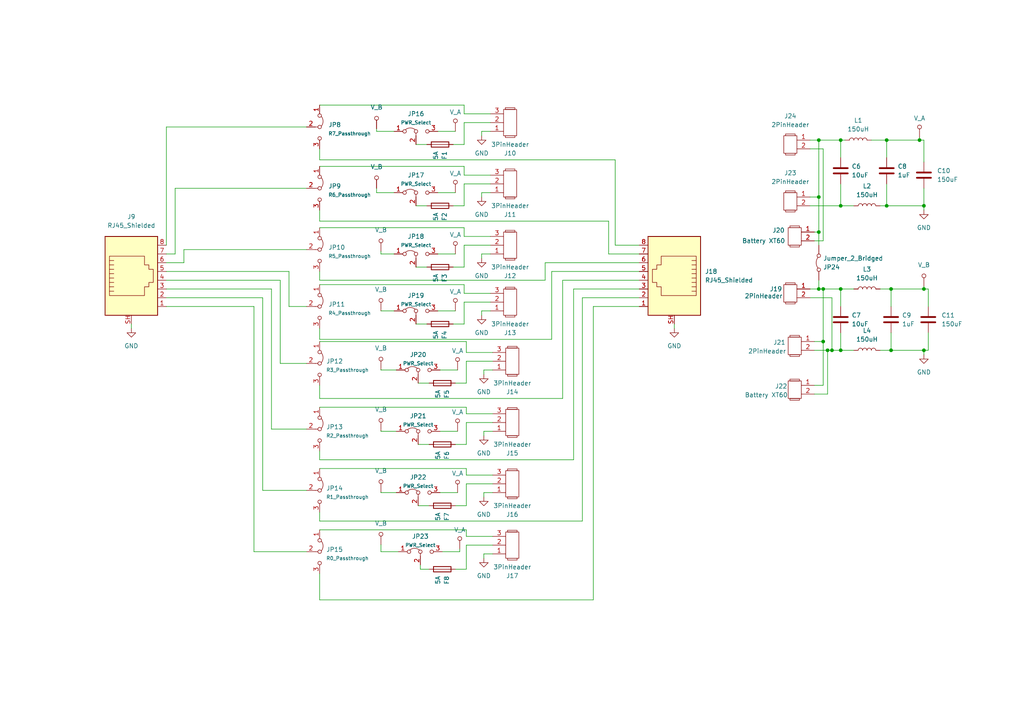
<source format=kicad_sch>
(kicad_sch
	(version 20231120)
	(generator "eeschema")
	(generator_version "8.0")
	(uuid "d70ac28e-6bd8-41c0-b34f-c0302334b1e5")
	(paper "A4")
	(lib_symbols
		(symbol "2PinHeader_1"
			(exclude_from_sim no)
			(in_bom yes)
			(on_board yes)
			(property "Reference" "J12"
				(at -1.905 0.635 0)
				(effects
					(font
						(size 1.27 1.27)
					)
				)
			)
			(property "Value" "2PinHeader"
				(at -1.905 -1.905 0)
				(effects
					(font
						(size 1.27 1.27)
					)
				)
			)
			(property "Footprint" "ATVProject_Library:2 Pin Header"
				(at 0 0 0)
				(effects
					(font
						(size 1.27 1.27)
					)
					(hide yes)
				)
			)
			(property "Datasheet" ""
				(at 0 0 0)
				(effects
					(font
						(size 1.27 1.27)
					)
					(hide yes)
				)
			)
			(property "Description" ""
				(at 0 0 0)
				(effects
					(font
						(size 1.27 1.27)
					)
					(hide yes)
				)
			)
			(symbol "2PinHeader_1_0_1"
				(rectangle
					(start -3.81 -5.08)
					(end 0 -10.16)
					(stroke
						(width 0)
						(type default)
					)
					(fill
						(type none)
					)
				)
				(rectangle
					(start -3.302 -10.16)
					(end -0.508 -10.668)
					(stroke
						(width 0)
						(type default)
					)
					(fill
						(type none)
					)
				)
				(rectangle
					(start -3.302 -4.572)
					(end -0.508 -5.08)
					(stroke
						(width 0)
						(type default)
					)
					(fill
						(type none)
					)
				)
			)
			(symbol "2PinHeader_1_1_1"
				(pin power_out line
					(at 3.81 -6.35 180)
					(length 3.81)
					(name "~"
						(effects
							(font
								(size 1.27 1.27)
							)
						)
					)
					(number "1"
						(effects
							(font
								(size 1.27 1.27)
							)
						)
					)
				)
				(pin power_out line
					(at 3.81 -8.89 180)
					(length 3.81)
					(name "~"
						(effects
							(font
								(size 1.27 1.27)
							)
						)
					)
					(number "2"
						(effects
							(font
								(size 1.27 1.27)
							)
						)
					)
				)
			)
		)
		(symbol "2PinHeader_2"
			(exclude_from_sim no)
			(in_bom yes)
			(on_board yes)
			(property "Reference" "J9"
				(at -1.905 0.635 0)
				(effects
					(font
						(size 1.27 1.27)
					)
				)
			)
			(property "Value" "2PinHeader"
				(at -1.905 -1.905 0)
				(effects
					(font
						(size 1.27 1.27)
					)
				)
			)
			(property "Footprint" "ATVProject_Library:2 Pin Header"
				(at 0 0 0)
				(effects
					(font
						(size 1.27 1.27)
					)
					(hide yes)
				)
			)
			(property "Datasheet" ""
				(at 0 0 0)
				(effects
					(font
						(size 1.27 1.27)
					)
					(hide yes)
				)
			)
			(property "Description" ""
				(at 0 0 0)
				(effects
					(font
						(size 1.27 1.27)
					)
					(hide yes)
				)
			)
			(symbol "2PinHeader_2_0_1"
				(rectangle
					(start -3.81 -5.08)
					(end 0 -10.16)
					(stroke
						(width 0)
						(type default)
					)
					(fill
						(type none)
					)
				)
				(rectangle
					(start -3.302 -10.16)
					(end -0.508 -10.668)
					(stroke
						(width 0)
						(type default)
					)
					(fill
						(type none)
					)
				)
				(rectangle
					(start -3.302 -4.572)
					(end -0.508 -5.08)
					(stroke
						(width 0)
						(type default)
					)
					(fill
						(type none)
					)
				)
			)
			(symbol "2PinHeader_2_1_1"
				(pin passive line
					(at 3.81 -6.35 180)
					(length 3.81)
					(name "~"
						(effects
							(font
								(size 1.27 1.27)
							)
						)
					)
					(number "1"
						(effects
							(font
								(size 1.27 1.27)
							)
						)
					)
				)
				(pin passive line
					(at 3.81 -8.89 180)
					(length 3.81)
					(name "~"
						(effects
							(font
								(size 1.27 1.27)
							)
						)
					)
					(number "2"
						(effects
							(font
								(size 1.27 1.27)
							)
						)
					)
				)
			)
		)
		(symbol "Connector:RJ45_Shielded"
			(pin_names
				(offset 1.016)
			)
			(exclude_from_sim no)
			(in_bom yes)
			(on_board yes)
			(property "Reference" "J"
				(at -5.08 13.97 0)
				(effects
					(font
						(size 1.27 1.27)
					)
					(justify right)
				)
			)
			(property "Value" "RJ45_Shielded"
				(at 2.54 13.97 0)
				(effects
					(font
						(size 1.27 1.27)
					)
					(justify left)
				)
			)
			(property "Footprint" ""
				(at 0 0.635 90)
				(effects
					(font
						(size 1.27 1.27)
					)
					(hide yes)
				)
			)
			(property "Datasheet" "~"
				(at 0 0.635 90)
				(effects
					(font
						(size 1.27 1.27)
					)
					(hide yes)
				)
			)
			(property "Description" "RJ connector, 8P8C (8 positions 8 connected), Shielded"
				(at 0 0 0)
				(effects
					(font
						(size 1.27 1.27)
					)
					(hide yes)
				)
			)
			(property "ki_keywords" "8P8C RJ female connector"
				(at 0 0 0)
				(effects
					(font
						(size 1.27 1.27)
					)
					(hide yes)
				)
			)
			(property "ki_fp_filters" "8P8C* RJ31* RJ32* RJ33* RJ34* RJ35* RJ41* RJ45* RJ49* RJ61*"
				(at 0 0 0)
				(effects
					(font
						(size 1.27 1.27)
					)
					(hide yes)
				)
			)
			(symbol "RJ45_Shielded_0_1"
				(polyline
					(pts
						(xy -5.08 4.445) (xy -6.35 4.445)
					)
					(stroke
						(width 0)
						(type default)
					)
					(fill
						(type none)
					)
				)
				(polyline
					(pts
						(xy -5.08 5.715) (xy -6.35 5.715)
					)
					(stroke
						(width 0)
						(type default)
					)
					(fill
						(type none)
					)
				)
				(polyline
					(pts
						(xy -6.35 -3.175) (xy -5.08 -3.175) (xy -5.08 -3.175)
					)
					(stroke
						(width 0)
						(type default)
					)
					(fill
						(type none)
					)
				)
				(polyline
					(pts
						(xy -6.35 -1.905) (xy -5.08 -1.905) (xy -5.08 -1.905)
					)
					(stroke
						(width 0)
						(type default)
					)
					(fill
						(type none)
					)
				)
				(polyline
					(pts
						(xy -6.35 -0.635) (xy -5.08 -0.635) (xy -5.08 -0.635)
					)
					(stroke
						(width 0)
						(type default)
					)
					(fill
						(type none)
					)
				)
				(polyline
					(pts
						(xy -6.35 0.635) (xy -5.08 0.635) (xy -5.08 0.635)
					)
					(stroke
						(width 0)
						(type default)
					)
					(fill
						(type none)
					)
				)
				(polyline
					(pts
						(xy -6.35 1.905) (xy -5.08 1.905) (xy -5.08 1.905)
					)
					(stroke
						(width 0)
						(type default)
					)
					(fill
						(type none)
					)
				)
				(polyline
					(pts
						(xy -5.08 3.175) (xy -6.35 3.175) (xy -6.35 3.175)
					)
					(stroke
						(width 0)
						(type default)
					)
					(fill
						(type none)
					)
				)
				(polyline
					(pts
						(xy -6.35 -4.445) (xy -6.35 6.985) (xy 3.81 6.985) (xy 3.81 4.445) (xy 5.08 4.445) (xy 5.08 3.175)
						(xy 6.35 3.175) (xy 6.35 -0.635) (xy 5.08 -0.635) (xy 5.08 -1.905) (xy 3.81 -1.905) (xy 3.81 -4.445)
						(xy -6.35 -4.445) (xy -6.35 -4.445)
					)
					(stroke
						(width 0)
						(type default)
					)
					(fill
						(type none)
					)
				)
				(rectangle
					(start 7.62 12.7)
					(end -7.62 -10.16)
					(stroke
						(width 0.254)
						(type default)
					)
					(fill
						(type background)
					)
				)
			)
			(symbol "RJ45_Shielded_1_1"
				(pin passive line
					(at 10.16 -7.62 180)
					(length 2.54)
					(name "~"
						(effects
							(font
								(size 1.27 1.27)
							)
						)
					)
					(number "1"
						(effects
							(font
								(size 1.27 1.27)
							)
						)
					)
				)
				(pin passive line
					(at 10.16 -5.08 180)
					(length 2.54)
					(name "~"
						(effects
							(font
								(size 1.27 1.27)
							)
						)
					)
					(number "2"
						(effects
							(font
								(size 1.27 1.27)
							)
						)
					)
				)
				(pin passive line
					(at 10.16 -2.54 180)
					(length 2.54)
					(name "~"
						(effects
							(font
								(size 1.27 1.27)
							)
						)
					)
					(number "3"
						(effects
							(font
								(size 1.27 1.27)
							)
						)
					)
				)
				(pin passive line
					(at 10.16 0 180)
					(length 2.54)
					(name "~"
						(effects
							(font
								(size 1.27 1.27)
							)
						)
					)
					(number "4"
						(effects
							(font
								(size 1.27 1.27)
							)
						)
					)
				)
				(pin passive line
					(at 10.16 2.54 180)
					(length 2.54)
					(name "~"
						(effects
							(font
								(size 1.27 1.27)
							)
						)
					)
					(number "5"
						(effects
							(font
								(size 1.27 1.27)
							)
						)
					)
				)
				(pin passive line
					(at 10.16 5.08 180)
					(length 2.54)
					(name "~"
						(effects
							(font
								(size 1.27 1.27)
							)
						)
					)
					(number "6"
						(effects
							(font
								(size 1.27 1.27)
							)
						)
					)
				)
				(pin passive line
					(at 10.16 7.62 180)
					(length 2.54)
					(name "~"
						(effects
							(font
								(size 1.27 1.27)
							)
						)
					)
					(number "7"
						(effects
							(font
								(size 1.27 1.27)
							)
						)
					)
				)
				(pin passive line
					(at 10.16 10.16 180)
					(length 2.54)
					(name "~"
						(effects
							(font
								(size 1.27 1.27)
							)
						)
					)
					(number "8"
						(effects
							(font
								(size 1.27 1.27)
							)
						)
					)
				)
				(pin passive line
					(at 0 -12.7 90)
					(length 2.54)
					(name "~"
						(effects
							(font
								(size 1.27 1.27)
							)
						)
					)
					(number "SH"
						(effects
							(font
								(size 1.27 1.27)
							)
						)
					)
				)
			)
		)
		(symbol "Custom Components:3PinHeader"
			(exclude_from_sim no)
			(in_bom yes)
			(on_board yes)
			(property "Reference" "J"
				(at -2.032 -1.524 0)
				(effects
					(font
						(size 1.27 1.27)
					)
				)
			)
			(property "Value" "3PinHeader"
				(at -1.27 -3.302 0)
				(effects
					(font
						(size 1.27 1.27)
					)
				)
			)
			(property "Footprint" ""
				(at 0 -1.27 0)
				(effects
					(font
						(size 1.27 1.27)
					)
					(hide yes)
				)
			)
			(property "Datasheet" ""
				(at 0 -1.27 0)
				(effects
					(font
						(size 1.27 1.27)
					)
					(hide yes)
				)
			)
			(property "Description" ""
				(at 0 0 0)
				(effects
					(font
						(size 1.27 1.27)
					)
					(hide yes)
				)
			)
			(symbol "3PinHeader_0_1"
				(rectangle
					(start -3.81 -5.08)
					(end 0 -12.7)
					(stroke
						(width 0)
						(type default)
					)
					(fill
						(type none)
					)
				)
				(rectangle
					(start -3.302 -12.7)
					(end -0.508 -13.208)
					(stroke
						(width 0)
						(type default)
					)
					(fill
						(type none)
					)
				)
				(rectangle
					(start -3.302 -4.572)
					(end -0.508 -5.08)
					(stroke
						(width 0)
						(type default)
					)
					(fill
						(type none)
					)
				)
			)
			(symbol "3PinHeader_1_1"
				(pin bidirectional line
					(at 3.81 -6.35 180)
					(length 3.81)
					(name "~"
						(effects
							(font
								(size 1.27 1.27)
							)
						)
					)
					(number "1"
						(effects
							(font
								(size 1.27 1.27)
							)
						)
					)
				)
				(pin bidirectional line
					(at 3.81 -8.89 180)
					(length 3.81)
					(name "~"
						(effects
							(font
								(size 1.27 1.27)
							)
						)
					)
					(number "2"
						(effects
							(font
								(size 1.27 1.27)
							)
						)
					)
				)
				(pin bidirectional line
					(at 3.81 -11.43 180)
					(length 3.81)
					(name "~"
						(effects
							(font
								(size 1.27 1.27)
							)
						)
					)
					(number "3"
						(effects
							(font
								(size 1.27 1.27)
							)
						)
					)
				)
			)
		)
		(symbol "Device:C"
			(pin_numbers hide)
			(pin_names
				(offset 0.254)
			)
			(exclude_from_sim no)
			(in_bom yes)
			(on_board yes)
			(property "Reference" "C"
				(at 0.635 2.54 0)
				(effects
					(font
						(size 1.27 1.27)
					)
					(justify left)
				)
			)
			(property "Value" "C"
				(at 0.635 -2.54 0)
				(effects
					(font
						(size 1.27 1.27)
					)
					(justify left)
				)
			)
			(property "Footprint" ""
				(at 0.9652 -3.81 0)
				(effects
					(font
						(size 1.27 1.27)
					)
					(hide yes)
				)
			)
			(property "Datasheet" "~"
				(at 0 0 0)
				(effects
					(font
						(size 1.27 1.27)
					)
					(hide yes)
				)
			)
			(property "Description" "Unpolarized capacitor"
				(at 0 0 0)
				(effects
					(font
						(size 1.27 1.27)
					)
					(hide yes)
				)
			)
			(property "ki_keywords" "cap capacitor"
				(at 0 0 0)
				(effects
					(font
						(size 1.27 1.27)
					)
					(hide yes)
				)
			)
			(property "ki_fp_filters" "C_*"
				(at 0 0 0)
				(effects
					(font
						(size 1.27 1.27)
					)
					(hide yes)
				)
			)
			(symbol "C_0_1"
				(polyline
					(pts
						(xy -2.032 -0.762) (xy 2.032 -0.762)
					)
					(stroke
						(width 0.508)
						(type default)
					)
					(fill
						(type none)
					)
				)
				(polyline
					(pts
						(xy -2.032 0.762) (xy 2.032 0.762)
					)
					(stroke
						(width 0.508)
						(type default)
					)
					(fill
						(type none)
					)
				)
			)
			(symbol "C_1_1"
				(pin passive line
					(at 0 3.81 270)
					(length 2.794)
					(name "~"
						(effects
							(font
								(size 1.27 1.27)
							)
						)
					)
					(number "1"
						(effects
							(font
								(size 1.27 1.27)
							)
						)
					)
				)
				(pin passive line
					(at 0 -3.81 90)
					(length 2.794)
					(name "~"
						(effects
							(font
								(size 1.27 1.27)
							)
						)
					)
					(number "2"
						(effects
							(font
								(size 1.27 1.27)
							)
						)
					)
				)
			)
		)
		(symbol "Device:Fuse"
			(pin_numbers hide)
			(pin_names
				(offset 0)
			)
			(exclude_from_sim no)
			(in_bom yes)
			(on_board yes)
			(property "Reference" "F"
				(at 2.032 0 90)
				(effects
					(font
						(size 1.27 1.27)
					)
				)
			)
			(property "Value" "Fuse"
				(at -1.905 0 90)
				(effects
					(font
						(size 1.27 1.27)
					)
				)
			)
			(property "Footprint" ""
				(at -1.778 0 90)
				(effects
					(font
						(size 1.27 1.27)
					)
					(hide yes)
				)
			)
			(property "Datasheet" "~"
				(at 0 0 0)
				(effects
					(font
						(size 1.27 1.27)
					)
					(hide yes)
				)
			)
			(property "Description" "Fuse"
				(at 0 0 0)
				(effects
					(font
						(size 1.27 1.27)
					)
					(hide yes)
				)
			)
			(property "ki_keywords" "fuse"
				(at 0 0 0)
				(effects
					(font
						(size 1.27 1.27)
					)
					(hide yes)
				)
			)
			(property "ki_fp_filters" "*Fuse*"
				(at 0 0 0)
				(effects
					(font
						(size 1.27 1.27)
					)
					(hide yes)
				)
			)
			(symbol "Fuse_0_1"
				(rectangle
					(start -0.762 -2.54)
					(end 0.762 2.54)
					(stroke
						(width 0.254)
						(type default)
					)
					(fill
						(type none)
					)
				)
				(polyline
					(pts
						(xy 0 2.54) (xy 0 -2.54)
					)
					(stroke
						(width 0)
						(type default)
					)
					(fill
						(type none)
					)
				)
			)
			(symbol "Fuse_1_1"
				(pin passive line
					(at 0 3.81 270)
					(length 1.27)
					(name "~"
						(effects
							(font
								(size 1.27 1.27)
							)
						)
					)
					(number "1"
						(effects
							(font
								(size 1.27 1.27)
							)
						)
					)
				)
				(pin passive line
					(at 0 -3.81 90)
					(length 1.27)
					(name "~"
						(effects
							(font
								(size 1.27 1.27)
							)
						)
					)
					(number "2"
						(effects
							(font
								(size 1.27 1.27)
							)
						)
					)
				)
			)
		)
		(symbol "Device:L"
			(pin_numbers hide)
			(pin_names
				(offset 1.016) hide)
			(exclude_from_sim no)
			(in_bom yes)
			(on_board yes)
			(property "Reference" "L"
				(at -1.27 0 90)
				(effects
					(font
						(size 1.27 1.27)
					)
				)
			)
			(property "Value" "L"
				(at 1.905 0 90)
				(effects
					(font
						(size 1.27 1.27)
					)
				)
			)
			(property "Footprint" ""
				(at 0 0 0)
				(effects
					(font
						(size 1.27 1.27)
					)
					(hide yes)
				)
			)
			(property "Datasheet" "~"
				(at 0 0 0)
				(effects
					(font
						(size 1.27 1.27)
					)
					(hide yes)
				)
			)
			(property "Description" "Inductor"
				(at 0 0 0)
				(effects
					(font
						(size 1.27 1.27)
					)
					(hide yes)
				)
			)
			(property "ki_keywords" "inductor choke coil reactor magnetic"
				(at 0 0 0)
				(effects
					(font
						(size 1.27 1.27)
					)
					(hide yes)
				)
			)
			(property "ki_fp_filters" "Choke_* *Coil* Inductor_* L_*"
				(at 0 0 0)
				(effects
					(font
						(size 1.27 1.27)
					)
					(hide yes)
				)
			)
			(symbol "L_0_1"
				(arc
					(start 0 -2.54)
					(mid 0.6323 -1.905)
					(end 0 -1.27)
					(stroke
						(width 0)
						(type default)
					)
					(fill
						(type none)
					)
				)
				(arc
					(start 0 -1.27)
					(mid 0.6323 -0.635)
					(end 0 0)
					(stroke
						(width 0)
						(type default)
					)
					(fill
						(type none)
					)
				)
				(arc
					(start 0 0)
					(mid 0.6323 0.635)
					(end 0 1.27)
					(stroke
						(width 0)
						(type default)
					)
					(fill
						(type none)
					)
				)
				(arc
					(start 0 1.27)
					(mid 0.6323 1.905)
					(end 0 2.54)
					(stroke
						(width 0)
						(type default)
					)
					(fill
						(type none)
					)
				)
			)
			(symbol "L_1_1"
				(pin passive line
					(at 0 3.81 270)
					(length 1.27)
					(name "1"
						(effects
							(font
								(size 1.27 1.27)
							)
						)
					)
					(number "1"
						(effects
							(font
								(size 1.27 1.27)
							)
						)
					)
				)
				(pin passive line
					(at 0 -3.81 90)
					(length 1.27)
					(name "2"
						(effects
							(font
								(size 1.27 1.27)
							)
						)
					)
					(number "2"
						(effects
							(font
								(size 1.27 1.27)
							)
						)
					)
				)
			)
		)
		(symbol "Jumper:Jumper_2_Bridged"
			(pin_numbers hide)
			(pin_names
				(offset 0) hide)
			(exclude_from_sim yes)
			(in_bom yes)
			(on_board yes)
			(property "Reference" "JP"
				(at 0 1.905 0)
				(effects
					(font
						(size 1.27 1.27)
					)
				)
			)
			(property "Value" "Jumper_2_Bridged"
				(at 0 -2.54 0)
				(effects
					(font
						(size 1.27 1.27)
					)
				)
			)
			(property "Footprint" ""
				(at 0 0 0)
				(effects
					(font
						(size 1.27 1.27)
					)
					(hide yes)
				)
			)
			(property "Datasheet" "~"
				(at 0 0 0)
				(effects
					(font
						(size 1.27 1.27)
					)
					(hide yes)
				)
			)
			(property "Description" "Jumper, 2-pole, closed/bridged"
				(at 0 0 0)
				(effects
					(font
						(size 1.27 1.27)
					)
					(hide yes)
				)
			)
			(property "ki_keywords" "Jumper SPST"
				(at 0 0 0)
				(effects
					(font
						(size 1.27 1.27)
					)
					(hide yes)
				)
			)
			(property "ki_fp_filters" "Jumper* TestPoint*2Pads* TestPoint*Bridge*"
				(at 0 0 0)
				(effects
					(font
						(size 1.27 1.27)
					)
					(hide yes)
				)
			)
			(symbol "Jumper_2_Bridged_0_0"
				(circle
					(center -2.032 0)
					(radius 0.508)
					(stroke
						(width 0)
						(type default)
					)
					(fill
						(type none)
					)
				)
				(circle
					(center 2.032 0)
					(radius 0.508)
					(stroke
						(width 0)
						(type default)
					)
					(fill
						(type none)
					)
				)
			)
			(symbol "Jumper_2_Bridged_0_1"
				(arc
					(start 1.524 0.254)
					(mid 0 0.762)
					(end -1.524 0.254)
					(stroke
						(width 0)
						(type default)
					)
					(fill
						(type none)
					)
				)
			)
			(symbol "Jumper_2_Bridged_1_1"
				(pin passive line
					(at -5.08 0 0)
					(length 2.54)
					(name "A"
						(effects
							(font
								(size 1.27 1.27)
							)
						)
					)
					(number "1"
						(effects
							(font
								(size 1.27 1.27)
							)
						)
					)
				)
				(pin passive line
					(at 5.08 0 180)
					(length 2.54)
					(name "B"
						(effects
							(font
								(size 1.27 1.27)
							)
						)
					)
					(number "2"
						(effects
							(font
								(size 1.27 1.27)
							)
						)
					)
				)
			)
		)
		(symbol "Jumper:Jumper_3_Bridged12"
			(pin_names
				(offset 0) hide)
			(exclude_from_sim no)
			(in_bom yes)
			(on_board yes)
			(property "Reference" "JP"
				(at -2.54 -2.54 0)
				(effects
					(font
						(size 1.27 1.27)
					)
				)
			)
			(property "Value" "Jumper_3_Bridged12"
				(at 0 2.794 0)
				(effects
					(font
						(size 1.27 1.27)
					)
				)
			)
			(property "Footprint" ""
				(at 0 0 0)
				(effects
					(font
						(size 1.27 1.27)
					)
					(hide yes)
				)
			)
			(property "Datasheet" "~"
				(at 0 0 0)
				(effects
					(font
						(size 1.27 1.27)
					)
					(hide yes)
				)
			)
			(property "Description" "Jumper, 3-pole, pins 1+2 closed/bridged"
				(at 0 0 0)
				(effects
					(font
						(size 1.27 1.27)
					)
					(hide yes)
				)
			)
			(property "ki_keywords" "Jumper SPDT"
				(at 0 0 0)
				(effects
					(font
						(size 1.27 1.27)
					)
					(hide yes)
				)
			)
			(property "ki_fp_filters" "Jumper* TestPoint*3Pads* TestPoint*Bridge*"
				(at 0 0 0)
				(effects
					(font
						(size 1.27 1.27)
					)
					(hide yes)
				)
			)
			(symbol "Jumper_3_Bridged12_0_0"
				(circle
					(center -3.302 0)
					(radius 0.508)
					(stroke
						(width 0)
						(type default)
					)
					(fill
						(type none)
					)
				)
				(circle
					(center 0 0)
					(radius 0.508)
					(stroke
						(width 0)
						(type default)
					)
					(fill
						(type none)
					)
				)
				(circle
					(center 3.302 0)
					(radius 0.508)
					(stroke
						(width 0)
						(type default)
					)
					(fill
						(type none)
					)
				)
			)
			(symbol "Jumper_3_Bridged12_0_1"
				(arc
					(start -0.254 0.508)
					(mid -1.651 0.9912)
					(end -3.048 0.508)
					(stroke
						(width 0)
						(type default)
					)
					(fill
						(type none)
					)
				)
				(polyline
					(pts
						(xy 0 -1.27) (xy 0 -0.508)
					)
					(stroke
						(width 0)
						(type default)
					)
					(fill
						(type none)
					)
				)
			)
			(symbol "Jumper_3_Bridged12_1_1"
				(pin passive line
					(at -6.35 0 0)
					(length 2.54)
					(name "A"
						(effects
							(font
								(size 1.27 1.27)
							)
						)
					)
					(number "1"
						(effects
							(font
								(size 1.27 1.27)
							)
						)
					)
				)
				(pin passive line
					(at 0 -3.81 90)
					(length 2.54)
					(name "C"
						(effects
							(font
								(size 1.27 1.27)
							)
						)
					)
					(number "2"
						(effects
							(font
								(size 1.27 1.27)
							)
						)
					)
				)
				(pin passive line
					(at 6.35 0 180)
					(length 2.54)
					(name "B"
						(effects
							(font
								(size 1.27 1.27)
							)
						)
					)
					(number "3"
						(effects
							(font
								(size 1.27 1.27)
							)
						)
					)
				)
			)
		)
		(symbol "Power_symbols:V_A"
			(power)
			(exclude_from_sim no)
			(in_bom no)
			(on_board no)
			(property "Reference" "#PWR"
				(at 0 3.048 0)
				(effects
					(font
						(size 1.27 1.27)
					)
					(hide yes)
				)
			)
			(property "Value" "V_A"
				(at 0 3.048 0)
				(effects
					(font
						(size 1.27 1.27)
					)
				)
			)
			(property "Footprint" ""
				(at 0 3.048 0)
				(effects
					(font
						(size 1.27 1.27)
					)
					(hide yes)
				)
			)
			(property "Datasheet" ""
				(at 0 3.048 0)
				(effects
					(font
						(size 1.27 1.27)
					)
					(hide yes)
				)
			)
			(property "Description" ""
				(at 0 0 0)
				(effects
					(font
						(size 1.27 1.27)
					)
					(hide yes)
				)
			)
			(symbol "V_A_0_1"
				(circle
					(center 0 1.27)
					(radius 0.568)
					(stroke
						(width 0)
						(type default)
					)
					(fill
						(type none)
					)
				)
			)
			(symbol "V_A_1_1"
				(pin power_out line
					(at 0 -1.778 90)
					(length 2.54)
					(name ""
						(effects
							(font
								(size 1.27 1.27)
							)
						)
					)
					(number ""
						(effects
							(font
								(size 1.27 1.27)
							)
						)
					)
				)
			)
		)
		(symbol "Power_symbols:V_B"
			(power)
			(exclude_from_sim no)
			(in_bom no)
			(on_board no)
			(property "Reference" "#PWR021"
				(at 0.254 1.778 0)
				(effects
					(font
						(size 1.27 1.27)
					)
					(hide yes)
				)
			)
			(property "Value" "V_B"
				(at 0 2.54 0)
				(effects
					(font
						(size 1.27 1.27)
					)
				)
			)
			(property "Footprint" ""
				(at 0.254 1.778 0)
				(effects
					(font
						(size 1.27 1.27)
					)
					(hide yes)
				)
			)
			(property "Datasheet" ""
				(at 0.254 1.778 0)
				(effects
					(font
						(size 1.27 1.27)
					)
					(hide yes)
				)
			)
			(property "Description" ""
				(at 0 0 0)
				(effects
					(font
						(size 1.27 1.27)
					)
					(hide yes)
				)
			)
			(symbol "V_B_0_1"
				(circle
					(center 0 0)
					(radius 0.568)
					(stroke
						(width 0)
						(type default)
					)
					(fill
						(type none)
					)
				)
			)
			(symbol "V_B_1_1"
				(pin power_out line
					(at 0 -3.048 90)
					(length 2.54)
					(name ""
						(effects
							(font
								(size 1.27 1.27)
							)
						)
					)
					(number ""
						(effects
							(font
								(size 1.27 1.27)
							)
						)
					)
				)
			)
		)
		(symbol "V_A_1"
			(power)
			(exclude_from_sim no)
			(in_bom no)
			(on_board no)
			(property "Reference" "#PWR0108"
				(at 0 3.048 0)
				(effects
					(font
						(size 1.27 1.27)
					)
					(hide yes)
				)
			)
			(property "Value" "V_A"
				(at 0 3.81 0)
				(effects
					(font
						(size 1.27 1.27)
					)
				)
			)
			(property "Footprint" ""
				(at 0 3.048 0)
				(effects
					(font
						(size 1.27 1.27)
					)
					(hide yes)
				)
			)
			(property "Datasheet" ""
				(at 0 3.048 0)
				(effects
					(font
						(size 1.27 1.27)
					)
					(hide yes)
				)
			)
			(property "Description" ""
				(at 0 0 0)
				(effects
					(font
						(size 1.27 1.27)
					)
					(hide yes)
				)
			)
			(symbol "V_A_1_0_1"
				(circle
					(center 0 1.27)
					(radius 0.568)
					(stroke
						(width 0)
						(type default)
					)
					(fill
						(type none)
					)
				)
			)
			(symbol "V_A_1_1_1"
				(pin power_in line
					(at 0 -1.778 90)
					(length 2.54)
					(name ""
						(effects
							(font
								(size 1.27 1.27)
							)
						)
					)
					(number ""
						(effects
							(font
								(size 1.27 1.27)
							)
						)
					)
				)
			)
		)
		(symbol "V_A_2"
			(power)
			(exclude_from_sim no)
			(in_bom no)
			(on_board no)
			(property "Reference" "#PWR0116"
				(at 0 3.048 0)
				(effects
					(font
						(size 1.27 1.27)
					)
					(hide yes)
				)
			)
			(property "Value" "V_A"
				(at 0 3.81 0)
				(effects
					(font
						(size 1.27 1.27)
					)
				)
			)
			(property "Footprint" ""
				(at 0 3.048 0)
				(effects
					(font
						(size 1.27 1.27)
					)
					(hide yes)
				)
			)
			(property "Datasheet" ""
				(at 0 3.048 0)
				(effects
					(font
						(size 1.27 1.27)
					)
					(hide yes)
				)
			)
			(property "Description" ""
				(at 0 0 0)
				(effects
					(font
						(size 1.27 1.27)
					)
					(hide yes)
				)
			)
			(symbol "V_A_2_0_1"
				(circle
					(center 0 1.27)
					(radius 0.568)
					(stroke
						(width 0)
						(type default)
					)
					(fill
						(type none)
					)
				)
			)
			(symbol "V_A_2_1_1"
				(pin power_in line
					(at 0 -1.778 90)
					(length 2.54)
					(name ""
						(effects
							(font
								(size 1.27 1.27)
							)
						)
					)
					(number ""
						(effects
							(font
								(size 1.27 1.27)
							)
						)
					)
				)
			)
		)
		(symbol "V_B_1"
			(power)
			(exclude_from_sim no)
			(in_bom no)
			(on_board no)
			(property "Reference" "#PWR0102"
				(at 0.254 1.778 0)
				(effects
					(font
						(size 1.27 1.27)
					)
					(hide yes)
				)
			)
			(property "Value" "V_B"
				(at 0 3.175 0)
				(effects
					(font
						(size 1.27 1.27)
					)
				)
			)
			(property "Footprint" ""
				(at 0.254 1.778 0)
				(effects
					(font
						(size 1.27 1.27)
					)
					(hide yes)
				)
			)
			(property "Datasheet" ""
				(at 0.254 1.778 0)
				(effects
					(font
						(size 1.27 1.27)
					)
					(hide yes)
				)
			)
			(property "Description" ""
				(at 0 0 0)
				(effects
					(font
						(size 1.27 1.27)
					)
					(hide yes)
				)
			)
			(symbol "V_B_1_0_1"
				(circle
					(center 0 0)
					(radius 0.568)
					(stroke
						(width 0)
						(type default)
					)
					(fill
						(type none)
					)
				)
			)
			(symbol "V_B_1_1_1"
				(pin power_in line
					(at 0 -3.048 90)
					(length 2.54)
					(name ""
						(effects
							(font
								(size 1.27 1.27)
							)
						)
					)
					(number ""
						(effects
							(font
								(size 1.27 1.27)
							)
						)
					)
				)
			)
		)
		(symbol "V_B_2"
			(power)
			(exclude_from_sim no)
			(in_bom no)
			(on_board no)
			(property "Reference" "#PWR0117"
				(at 0.254 1.778 0)
				(effects
					(font
						(size 1.27 1.27)
					)
					(hide yes)
				)
			)
			(property "Value" "V_B"
				(at 0 3.175 0)
				(effects
					(font
						(size 1.27 1.27)
					)
				)
			)
			(property "Footprint" ""
				(at 0.254 1.778 0)
				(effects
					(font
						(size 1.27 1.27)
					)
					(hide yes)
				)
			)
			(property "Datasheet" ""
				(at 0.254 1.778 0)
				(effects
					(font
						(size 1.27 1.27)
					)
					(hide yes)
				)
			)
			(property "Description" ""
				(at 0 0 0)
				(effects
					(font
						(size 1.27 1.27)
					)
					(hide yes)
				)
			)
			(symbol "V_B_2_0_1"
				(circle
					(center 0 0)
					(radius 0.568)
					(stroke
						(width 0)
						(type default)
					)
					(fill
						(type none)
					)
				)
			)
			(symbol "V_B_2_1_1"
				(pin power_in line
					(at 0 -3.048 90)
					(length 2.54)
					(name ""
						(effects
							(font
								(size 1.27 1.27)
							)
						)
					)
					(number ""
						(effects
							(font
								(size 1.27 1.27)
							)
						)
					)
				)
			)
		)
		(symbol "V_B_3"
			(power)
			(exclude_from_sim no)
			(in_bom no)
			(on_board no)
			(property "Reference" "#PWR0111"
				(at 0.254 1.778 0)
				(effects
					(font
						(size 1.27 1.27)
					)
					(hide yes)
				)
			)
			(property "Value" "V_B"
				(at 0 3.175 0)
				(effects
					(font
						(size 1.27 1.27)
					)
				)
			)
			(property "Footprint" ""
				(at 0.254 1.778 0)
				(effects
					(font
						(size 1.27 1.27)
					)
					(hide yes)
				)
			)
			(property "Datasheet" ""
				(at 0.254 1.778 0)
				(effects
					(font
						(size 1.27 1.27)
					)
					(hide yes)
				)
			)
			(property "Description" ""
				(at 0 0 0)
				(effects
					(font
						(size 1.27 1.27)
					)
					(hide yes)
				)
			)
			(symbol "V_B_3_0_1"
				(circle
					(center 0 0)
					(radius 0.568)
					(stroke
						(width 0)
						(type default)
					)
					(fill
						(type none)
					)
				)
			)
			(symbol "V_B_3_1_1"
				(pin power_in line
					(at 0 -3.048 90)
					(length 2.54)
					(name ""
						(effects
							(font
								(size 1.27 1.27)
							)
						)
					)
					(number ""
						(effects
							(font
								(size 1.27 1.27)
							)
						)
					)
				)
			)
		)
		(symbol "V_B_4"
			(power)
			(exclude_from_sim no)
			(in_bom no)
			(on_board no)
			(property "Reference" "#PWR0106"
				(at 0.254 1.778 0)
				(effects
					(font
						(size 1.27 1.27)
					)
					(hide yes)
				)
			)
			(property "Value" "V_B"
				(at 0 3.175 0)
				(effects
					(font
						(size 1.27 1.27)
					)
				)
			)
			(property "Footprint" ""
				(at 0.254 1.778 0)
				(effects
					(font
						(size 1.27 1.27)
					)
					(hide yes)
				)
			)
			(property "Datasheet" ""
				(at 0.254 1.778 0)
				(effects
					(font
						(size 1.27 1.27)
					)
					(hide yes)
				)
			)
			(property "Description" ""
				(at 0 0 0)
				(effects
					(font
						(size 1.27 1.27)
					)
					(hide yes)
				)
			)
			(symbol "V_B_4_0_1"
				(circle
					(center 0 0)
					(radius 0.568)
					(stroke
						(width 0)
						(type default)
					)
					(fill
						(type none)
					)
				)
			)
			(symbol "V_B_4_1_1"
				(pin power_in line
					(at 0 -3.048 90)
					(length 2.54)
					(name ""
						(effects
							(font
								(size 1.27 1.27)
							)
						)
					)
					(number ""
						(effects
							(font
								(size 1.27 1.27)
							)
						)
					)
				)
			)
		)
		(symbol "power:GND"
			(power)
			(pin_names
				(offset 0)
			)
			(exclude_from_sim no)
			(in_bom yes)
			(on_board yes)
			(property "Reference" "#PWR"
				(at 0 -6.35 0)
				(effects
					(font
						(size 1.27 1.27)
					)
					(hide yes)
				)
			)
			(property "Value" "GND"
				(at 0 -3.81 0)
				(effects
					(font
						(size 1.27 1.27)
					)
				)
			)
			(property "Footprint" ""
				(at 0 0 0)
				(effects
					(font
						(size 1.27 1.27)
					)
					(hide yes)
				)
			)
			(property "Datasheet" ""
				(at 0 0 0)
				(effects
					(font
						(size 1.27 1.27)
					)
					(hide yes)
				)
			)
			(property "Description" "Power symbol creates a global label with name \"GND\" , ground"
				(at 0 0 0)
				(effects
					(font
						(size 1.27 1.27)
					)
					(hide yes)
				)
			)
			(property "ki_keywords" "power-flag"
				(at 0 0 0)
				(effects
					(font
						(size 1.27 1.27)
					)
					(hide yes)
				)
			)
			(symbol "GND_0_1"
				(polyline
					(pts
						(xy 0 0) (xy 0 -1.27) (xy 1.27 -1.27) (xy 0 -2.54) (xy -1.27 -1.27) (xy 0 -1.27)
					)
					(stroke
						(width 0)
						(type default)
					)
					(fill
						(type none)
					)
				)
			)
			(symbol "GND_1_1"
				(pin power_in line
					(at 0 0 270)
					(length 0) hide
					(name "GND"
						(effects
							(font
								(size 1.27 1.27)
							)
						)
					)
					(number "1"
						(effects
							(font
								(size 1.27 1.27)
							)
						)
					)
				)
			)
		)
	)
	(junction
		(at 257.175 40.64)
		(diameter 0)
		(color 0 0 0 0)
		(uuid "09f842f5-e86b-4fdc-9dcd-115f89c14c5e")
	)
	(junction
		(at 266.7 40.64)
		(diameter 0)
		(color 0 0 0 0)
		(uuid "21d5d5ed-f9e1-447d-b080-79c6ed6901ea")
	)
	(junction
		(at 267.97 101.6)
		(diameter 0)
		(color 0 0 0 0)
		(uuid "35f5ddb3-837d-4658-a7da-ec5787e350f2")
	)
	(junction
		(at 238.76 83.82)
		(diameter 0)
		(color 0 0 0 0)
		(uuid "41c482dd-925c-4a0d-9fcf-4defbbca2033")
	)
	(junction
		(at 237.49 67.31)
		(diameter 0)
		(color 0 0 0 0)
		(uuid "47754b83-cd2e-4982-acdf-bacef0681e35")
	)
	(junction
		(at 241.3 101.6)
		(diameter 0)
		(color 0 0 0 0)
		(uuid "503b61d4-884a-41f6-9f65-44cee4decee9")
	)
	(junction
		(at 238.76 99.06)
		(diameter 0)
		(color 0 0 0 0)
		(uuid "5bb963d4-66fe-4ec1-ae3e-3f25c4d38007")
	)
	(junction
		(at 243.84 101.6)
		(diameter 0)
		(color 0 0 0 0)
		(uuid "63908097-eed5-40f3-a4eb-0e6f971ff6d8")
	)
	(junction
		(at 267.97 59.69)
		(diameter 0)
		(color 0 0 0 0)
		(uuid "8a0d0af9-c60e-4e1d-a3fc-ab1be1cab954")
	)
	(junction
		(at 237.49 57.15)
		(diameter 0)
		(color 0 0 0 0)
		(uuid "9191d9bc-ba00-4469-9b6b-3ef0bc123587")
	)
	(junction
		(at 240.03 101.6)
		(diameter 0)
		(color 0 0 0 0)
		(uuid "97b52e31-04af-497d-a3f8-31c83f44ba1f")
	)
	(junction
		(at 258.445 83.82)
		(diameter 0)
		(color 0 0 0 0)
		(uuid "9ec02cab-c8a4-48af-8230-3c79536af03b")
	)
	(junction
		(at 237.49 83.82)
		(diameter 0)
		(color 0 0 0 0)
		(uuid "a7134a34-e276-4085-9fe4-50f724c6cd34")
	)
	(junction
		(at 243.84 83.82)
		(diameter 0)
		(color 0 0 0 0)
		(uuid "d8263ed5-c630-4e1b-9297-56f166f88106")
	)
	(junction
		(at 258.445 101.6)
		(diameter 0)
		(color 0 0 0 0)
		(uuid "e65f8b36-cb74-43eb-acd3-46dfddecd2d2")
	)
	(junction
		(at 243.84 40.64)
		(diameter 0)
		(color 0 0 0 0)
		(uuid "e8c6329c-a738-4245-bee2-e65af554ca6c")
	)
	(junction
		(at 243.84 59.69)
		(diameter 0)
		(color 0 0 0 0)
		(uuid "e9774b35-aa4a-4ea0-8db2-ca853d7c878d")
	)
	(junction
		(at 267.97 83.82)
		(diameter 0)
		(color 0 0 0 0)
		(uuid "ef11f025-c41a-4459-a282-bba06f5e5ce0")
	)
	(junction
		(at 237.49 40.64)
		(diameter 0)
		(color 0 0 0 0)
		(uuid "f3fb7aec-15c7-4ed3-87cb-7a8fa726b2a3")
	)
	(junction
		(at 257.175 59.69)
		(diameter 0)
		(color 0 0 0 0)
		(uuid "ffb80df9-34fa-42dc-959a-92117a839d3b")
	)
	(wire
		(pts
			(xy 110.49 107.315) (xy 114.935 107.315)
		)
		(stroke
			(width 0)
			(type default)
		)
		(uuid "0131a345-a3cb-4636-a92f-a9079f35d716")
	)
	(wire
		(pts
			(xy 258.445 96.52) (xy 258.445 101.6)
		)
		(stroke
			(width 0)
			(type default)
		)
		(uuid "0278c1b3-8a10-4efb-b99f-904b4bc81f7b")
	)
	(wire
		(pts
			(xy 243.84 40.64) (xy 243.84 45.72)
		)
		(stroke
			(width 0)
			(type default)
		)
		(uuid "0556fa0c-df0f-4a1e-9677-0ba2213454f6")
	)
	(wire
		(pts
			(xy 160.02 98.425) (xy 160.02 78.74)
		)
		(stroke
			(width 0)
			(type default)
		)
		(uuid "06140fa5-5dbe-4d35-96ff-5032e9e69a68")
	)
	(wire
		(pts
			(xy 133.35 160.02) (xy 133.35 159.258)
		)
		(stroke
			(width 0)
			(type default)
		)
		(uuid "066f07c4-bf35-43d0-be9c-2a5d666029cc")
	)
	(wire
		(pts
			(xy 142.875 140.335) (xy 135.255 140.335)
		)
		(stroke
			(width 0)
			(type default)
		)
		(uuid "067441ac-fe81-4231-bc92-c1f7ad45638e")
	)
	(wire
		(pts
			(xy 238.76 43.18) (xy 238.76 69.85)
		)
		(stroke
			(width 0)
			(type default)
		)
		(uuid "071e4aac-3533-4016-8b68-6887aa0bff80")
	)
	(wire
		(pts
			(xy 267.97 101.6) (xy 258.445 101.6)
		)
		(stroke
			(width 0)
			(type default)
		)
		(uuid "0732fbbd-8ed2-4039-82a6-d83b5950ad3c")
	)
	(wire
		(pts
			(xy 240.03 114.3) (xy 240.03 101.6)
		)
		(stroke
			(width 0)
			(type default)
		)
		(uuid "07356c5b-08a5-40ba-8267-4344fdb3c037")
	)
	(wire
		(pts
			(xy 185.42 71.12) (xy 178.435 71.12)
		)
		(stroke
			(width 0)
			(type default)
		)
		(uuid "08adc883-d977-43f2-992f-2ebba156db1e")
	)
	(wire
		(pts
			(xy 236.22 69.85) (xy 238.76 69.85)
		)
		(stroke
			(width 0)
			(type default)
		)
		(uuid "09d0ca7c-7669-4bc8-8ff6-971e2af7a659")
	)
	(wire
		(pts
			(xy 172.085 173.99) (xy 172.085 88.9)
		)
		(stroke
			(width 0)
			(type default)
		)
		(uuid "0d44edc3-a3b8-44f7-8a3b-7a98e31bcc53")
	)
	(wire
		(pts
			(xy 142.875 122.555) (xy 135.255 122.555)
		)
		(stroke
			(width 0)
			(type default)
		)
		(uuid "0e6df7d1-bd7f-4a5b-824c-05d1fe0f6d3c")
	)
	(wire
		(pts
			(xy 241.3 101.6) (xy 243.84 101.6)
		)
		(stroke
			(width 0)
			(type default)
		)
		(uuid "0ec9c644-8dea-47e7-b6a6-3b737f82fb7e")
	)
	(wire
		(pts
			(xy 92.71 153.67) (xy 135.255 153.67)
		)
		(stroke
			(width 0)
			(type default)
		)
		(uuid "113f55db-84be-4cc9-a7f5-1a068dd6d150")
	)
	(wire
		(pts
			(xy 92.71 173.99) (xy 172.085 173.99)
		)
		(stroke
			(width 0)
			(type default)
		)
		(uuid "11673b9b-75b9-4752-bd35-0e5ff6216fa6")
	)
	(wire
		(pts
			(xy 267.97 102.87) (xy 267.97 101.6)
		)
		(stroke
			(width 0)
			(type default)
		)
		(uuid "1222076d-5b61-4a4f-a942-654b43766f12")
	)
	(wire
		(pts
			(xy 132.08 165.1) (xy 135.255 165.1)
		)
		(stroke
			(width 0)
			(type default)
		)
		(uuid "12d74f38-1248-4332-a724-514749081508")
	)
	(wire
		(pts
			(xy 166.37 133.35) (xy 166.37 83.82)
		)
		(stroke
			(width 0)
			(type default)
		)
		(uuid "150321c0-5cfb-4a87-a96c-15d4d787b7be")
	)
	(wire
		(pts
			(xy 134.62 35.56) (xy 134.62 41.91)
		)
		(stroke
			(width 0)
			(type default)
		)
		(uuid "189b9a98-e45a-40b8-9c53-84d5657cb787")
	)
	(wire
		(pts
			(xy 257.175 59.69) (xy 267.97 59.69)
		)
		(stroke
			(width 0)
			(type default)
		)
		(uuid "19c8a79e-1673-43df-9736-85942e374279")
	)
	(wire
		(pts
			(xy 92.71 82.55) (xy 134.62 82.55)
		)
		(stroke
			(width 0)
			(type default)
		)
		(uuid "19ca5a6c-79a8-42dc-b3cb-e89dfac61762")
	)
	(wire
		(pts
			(xy 267.97 40.64) (xy 266.7 40.64)
		)
		(stroke
			(width 0)
			(type default)
		)
		(uuid "1bd1f861-f95c-4b97-8871-66d3a87635d7")
	)
	(wire
		(pts
			(xy 92.71 151.13) (xy 92.71 148.59)
		)
		(stroke
			(width 0)
			(type default)
		)
		(uuid "1cd92fca-c12f-48fa-b5ab-20cde1016481")
	)
	(wire
		(pts
			(xy 38.1 93.98) (xy 38.1 95.25)
		)
		(stroke
			(width 0)
			(type default)
		)
		(uuid "1f151d72-1afb-411c-aed6-734cc1b9cb52")
	)
	(wire
		(pts
			(xy 237.49 67.31) (xy 237.49 71.12)
		)
		(stroke
			(width 0)
			(type default)
		)
		(uuid "20f1a3a3-effd-4c59-93cf-b7e6c75aebd4")
	)
	(wire
		(pts
			(xy 135.255 104.775) (xy 135.255 111.125)
		)
		(stroke
			(width 0)
			(type default)
		)
		(uuid "222f4002-03b9-48f7-9588-d73cf0ed742f")
	)
	(wire
		(pts
			(xy 135.255 118.11) (xy 135.255 120.015)
		)
		(stroke
			(width 0)
			(type default)
		)
		(uuid "231aecb7-7111-4be8-9562-00b437a5b813")
	)
	(wire
		(pts
			(xy 127 73.66) (xy 132.08 73.66)
		)
		(stroke
			(width 0)
			(type default)
		)
		(uuid "23e088a9-4452-48fc-95d5-f6b8727ddfb9")
	)
	(wire
		(pts
			(xy 120.65 59.69) (xy 123.825 59.69)
		)
		(stroke
			(width 0)
			(type default)
		)
		(uuid "24b9e3c8-ecdd-48f0-9a05-3e1161a2f6fe")
	)
	(wire
		(pts
			(xy 92.71 151.13) (xy 168.91 151.13)
		)
		(stroke
			(width 0)
			(type default)
		)
		(uuid "24d245a5-7070-4c0d-b07f-04a275df816a")
	)
	(wire
		(pts
			(xy 257.175 59.69) (xy 255.27 59.69)
		)
		(stroke
			(width 0)
			(type default)
		)
		(uuid "24d36d58-f44d-408e-bf9b-402173efbcd2")
	)
	(wire
		(pts
			(xy 258.445 83.82) (xy 258.445 88.9)
		)
		(stroke
			(width 0)
			(type default)
		)
		(uuid "26ee5760-218b-4ed5-99b5-a9e8bf5214c4")
	)
	(wire
		(pts
			(xy 110.49 157.988) (xy 110.49 160.02)
		)
		(stroke
			(width 0)
			(type default)
		)
		(uuid "2849338f-5268-4206-bbce-216d6c30a518")
	)
	(wire
		(pts
			(xy 48.26 86.36) (xy 76.2 86.36)
		)
		(stroke
			(width 0)
			(type default)
		)
		(uuid "29b24e0f-0ccc-489f-88f6-f7b42bb2d5f8")
	)
	(wire
		(pts
			(xy 258.445 83.82) (xy 267.97 83.82)
		)
		(stroke
			(width 0)
			(type default)
		)
		(uuid "29eb1f6f-9bb5-4a6c-98c6-5da026c8040e")
	)
	(wire
		(pts
			(xy 140.335 161.925) (xy 140.335 160.655)
		)
		(stroke
			(width 0)
			(type default)
		)
		(uuid "2b1f06fe-f28e-4276-9165-f33172aa186f")
	)
	(wire
		(pts
			(xy 140.335 107.315) (xy 142.875 107.315)
		)
		(stroke
			(width 0)
			(type default)
		)
		(uuid "2c7ee88b-5d23-49e4-a1c0-6bed607f7dd6")
	)
	(wire
		(pts
			(xy 109.22 38.1) (xy 114.3 38.1)
		)
		(stroke
			(width 0)
			(type default)
		)
		(uuid "2e166d9c-8515-4619-8f34-b72eefea19c8")
	)
	(wire
		(pts
			(xy 109.22 37.338) (xy 109.22 38.1)
		)
		(stroke
			(width 0)
			(type default)
		)
		(uuid "2e78104d-4b39-41db-b122-35e91e28202c")
	)
	(wire
		(pts
			(xy 127 55.88) (xy 132.08 55.88)
		)
		(stroke
			(width 0)
			(type default)
		)
		(uuid "2f142ce5-c49f-455c-87be-5e5dad3009df")
	)
	(wire
		(pts
			(xy 121.92 165.1) (xy 121.92 163.83)
		)
		(stroke
			(width 0)
			(type default)
		)
		(uuid "3284ea5d-9e53-4a1b-a85a-e6a9b970a0c3")
	)
	(wire
		(pts
			(xy 267.97 60.96) (xy 267.97 59.69)
		)
		(stroke
			(width 0)
			(type default)
		)
		(uuid "365de706-483a-4bf9-ba10-48b948829beb")
	)
	(wire
		(pts
			(xy 237.49 57.15) (xy 237.49 67.31)
		)
		(stroke
			(width 0)
			(type default)
		)
		(uuid "38212c43-2432-4a95-bf2c-ed8ced90ddf1")
	)
	(wire
		(pts
			(xy 237.49 40.64) (xy 237.49 57.15)
		)
		(stroke
			(width 0)
			(type default)
		)
		(uuid "38ee706d-37b8-4206-b36d-f7c4e0e1f2d2")
	)
	(wire
		(pts
			(xy 134.62 85.09) (xy 142.24 85.09)
		)
		(stroke
			(width 0)
			(type default)
		)
		(uuid "3b1af0d2-c967-49c8-abfe-09c16619cfc1")
	)
	(wire
		(pts
			(xy 92.71 48.26) (xy 134.62 48.26)
		)
		(stroke
			(width 0)
			(type default)
		)
		(uuid "3b3a9f4b-ad92-4302-828a-ff1091bba8df")
	)
	(wire
		(pts
			(xy 92.71 118.11) (xy 135.255 118.11)
		)
		(stroke
			(width 0)
			(type default)
		)
		(uuid "3d691d27-2454-4c1e-8711-cfd216d73290")
	)
	(wire
		(pts
			(xy 243.84 59.69) (xy 247.65 59.69)
		)
		(stroke
			(width 0)
			(type default)
		)
		(uuid "3f6b0017-569a-4adf-a89e-83138dbc88df")
	)
	(wire
		(pts
			(xy 257.175 40.64) (xy 266.7 40.64)
		)
		(stroke
			(width 0)
			(type default)
		)
		(uuid "3fd5204e-9990-4c61-87ed-16d5aee5c27d")
	)
	(wire
		(pts
			(xy 92.71 66.04) (xy 134.62 66.04)
		)
		(stroke
			(width 0)
			(type default)
		)
		(uuid "40ddd200-1887-49bc-a497-551463790a0b")
	)
	(wire
		(pts
			(xy 139.7 39.37) (xy 139.7 38.1)
		)
		(stroke
			(width 0)
			(type default)
		)
		(uuid "420580aa-915a-44ec-924a-a9e31a72a851")
	)
	(wire
		(pts
			(xy 140.335 108.585) (xy 140.335 107.315)
		)
		(stroke
			(width 0)
			(type default)
		)
		(uuid "4351b12f-3f1c-4362-bb31-d1239ba9d429")
	)
	(wire
		(pts
			(xy 78.74 124.46) (xy 88.9 124.46)
		)
		(stroke
			(width 0)
			(type default)
		)
		(uuid "4379c6c7-5bb2-4cb7-a8d5-41d3a402b045")
	)
	(wire
		(pts
			(xy 83.82 88.9) (xy 88.9 88.9)
		)
		(stroke
			(width 0)
			(type default)
		)
		(uuid "43c41f62-f6d8-488c-9c33-5033f1923488")
	)
	(wire
		(pts
			(xy 237.49 83.82) (xy 238.76 83.82)
		)
		(stroke
			(width 0)
			(type default)
		)
		(uuid "43f37d7b-ceee-4db4-82e8-8bbc747220db")
	)
	(wire
		(pts
			(xy 92.71 30.48) (xy 134.62 30.48)
		)
		(stroke
			(width 0)
			(type default)
		)
		(uuid "44e8b297-d9c5-4068-a8fd-959ce4ce6a34")
	)
	(wire
		(pts
			(xy 178.435 46.355) (xy 92.71 46.355)
		)
		(stroke
			(width 0)
			(type default)
		)
		(uuid "46780c53-32f4-4170-ae8d-f096325eeb41")
	)
	(wire
		(pts
			(xy 48.26 71.12) (xy 48.26 36.83)
		)
		(stroke
			(width 0)
			(type default)
		)
		(uuid "4ba00e69-453a-40e1-83bb-86a946e1288e")
	)
	(wire
		(pts
			(xy 127.635 142.875) (xy 132.715 142.875)
		)
		(stroke
			(width 0)
			(type default)
		)
		(uuid "4ba48c56-79f4-4246-b6c0-766a6f0085e4")
	)
	(wire
		(pts
			(xy 128.27 160.02) (xy 133.35 160.02)
		)
		(stroke
			(width 0)
			(type default)
		)
		(uuid "4c679821-16dc-4827-8f7e-264a5e5bddc1")
	)
	(wire
		(pts
			(xy 168.91 151.13) (xy 168.91 86.36)
		)
		(stroke
			(width 0)
			(type default)
		)
		(uuid "4ce93217-a87d-43fe-812f-631552c3b2b6")
	)
	(wire
		(pts
			(xy 132.08 146.685) (xy 135.255 146.685)
		)
		(stroke
			(width 0)
			(type default)
		)
		(uuid "4dfb4576-b052-4b7e-8ef3-d965bea1c6ba")
	)
	(wire
		(pts
			(xy 238.76 83.82) (xy 238.76 99.06)
		)
		(stroke
			(width 0)
			(type default)
		)
		(uuid "526ebe25-3e02-4d90-8e17-e8c489799527")
	)
	(wire
		(pts
			(xy 110.49 107.188) (xy 110.49 107.315)
		)
		(stroke
			(width 0)
			(type default)
		)
		(uuid "533dd50d-8ddf-442c-abf3-2d3c80599992")
	)
	(wire
		(pts
			(xy 269.24 83.82) (xy 269.24 88.9)
		)
		(stroke
			(width 0)
			(type default)
		)
		(uuid "53492470-8cd5-4c52-9f1e-6ec2458efa65")
	)
	(wire
		(pts
			(xy 127 90.17) (xy 132.08 90.17)
		)
		(stroke
			(width 0)
			(type default)
		)
		(uuid "5374a9e3-ca62-4509-b59f-e7c767653408")
	)
	(wire
		(pts
			(xy 73.66 88.9) (xy 73.66 160.02)
		)
		(stroke
			(width 0)
			(type default)
		)
		(uuid "554840ad-e297-4f9d-b25a-317785f60a8d")
	)
	(wire
		(pts
			(xy 139.7 73.66) (xy 142.24 73.66)
		)
		(stroke
			(width 0)
			(type default)
		)
		(uuid "564ae225-e485-4f32-9cf1-563f69a6b01d")
	)
	(wire
		(pts
			(xy 139.7 91.44) (xy 139.7 90.17)
		)
		(stroke
			(width 0)
			(type default)
		)
		(uuid "566701db-bfe3-4aa9-9091-e9900f12cff9")
	)
	(wire
		(pts
			(xy 166.37 83.82) (xy 185.42 83.82)
		)
		(stroke
			(width 0)
			(type default)
		)
		(uuid "57f411b1-fce1-4c1a-a7a2-4041b9083a85")
	)
	(wire
		(pts
			(xy 238.76 43.18) (xy 234.95 43.18)
		)
		(stroke
			(width 0)
			(type default)
		)
		(uuid "586e8c88-600d-4f70-99b4-600c2dd3dc72")
	)
	(wire
		(pts
			(xy 135.255 155.575) (xy 142.875 155.575)
		)
		(stroke
			(width 0)
			(type default)
		)
		(uuid "59f3372a-0ed0-4e88-91bb-61140a80c2c4")
	)
	(wire
		(pts
			(xy 92.71 98.425) (xy 160.02 98.425)
		)
		(stroke
			(width 0)
			(type default)
		)
		(uuid "5c181704-a385-431d-9509-a2ce398984a6")
	)
	(wire
		(pts
			(xy 110.49 142.875) (xy 114.935 142.875)
		)
		(stroke
			(width 0)
			(type default)
		)
		(uuid "5c1a763b-8483-4a66-a15f-94f48a30f123")
	)
	(wire
		(pts
			(xy 142.875 158.115) (xy 135.255 158.115)
		)
		(stroke
			(width 0)
			(type default)
		)
		(uuid "5c40253b-5e1a-4e5a-a902-771200ff0215")
	)
	(wire
		(pts
			(xy 134.62 30.48) (xy 134.62 33.02)
		)
		(stroke
			(width 0)
			(type default)
		)
		(uuid "5e8f44e4-9086-44db-8295-16d7da0ca5ce")
	)
	(wire
		(pts
			(xy 76.2 86.36) (xy 76.2 142.24)
		)
		(stroke
			(width 0)
			(type default)
		)
		(uuid "5fe5f232-8ec4-4286-afc4-5977e87c2e90")
	)
	(wire
		(pts
			(xy 134.62 68.58) (xy 142.24 68.58)
		)
		(stroke
			(width 0)
			(type default)
		)
		(uuid "614b8c8e-72dd-41df-a7f0-ee8c33a90f9f")
	)
	(wire
		(pts
			(xy 237.49 40.64) (xy 243.84 40.64)
		)
		(stroke
			(width 0)
			(type default)
		)
		(uuid "619a46ff-6761-4113-b977-f81bc9175233")
	)
	(wire
		(pts
			(xy 48.26 83.82) (xy 78.74 83.82)
		)
		(stroke
			(width 0)
			(type default)
		)
		(uuid "64ab548c-17f1-4114-9f70-b77e000a1e91")
	)
	(wire
		(pts
			(xy 172.085 88.9) (xy 185.42 88.9)
		)
		(stroke
			(width 0)
			(type default)
		)
		(uuid "64f29c5e-c08d-4fb7-95bb-d202a9fa160c")
	)
	(wire
		(pts
			(xy 139.7 57.15) (xy 139.7 55.88)
		)
		(stroke
			(width 0)
			(type default)
		)
		(uuid "6591b933-4da1-436b-a77a-bb87c4fbd35e")
	)
	(wire
		(pts
			(xy 158.115 76.2) (xy 185.42 76.2)
		)
		(stroke
			(width 0)
			(type default)
		)
		(uuid "667bbf15-1d8c-4976-be09-df6a818573be")
	)
	(wire
		(pts
			(xy 92.71 166.37) (xy 92.71 173.99)
		)
		(stroke
			(width 0)
			(type default)
		)
		(uuid "66ef53af-e4cd-406a-bbd0-64993ca7adf5")
	)
	(wire
		(pts
			(xy 139.7 55.88) (xy 142.24 55.88)
		)
		(stroke
			(width 0)
			(type default)
		)
		(uuid "680698ff-3a1f-48af-9d1b-ddeefb670250")
	)
	(wire
		(pts
			(xy 109.22 55.88) (xy 114.3 55.88)
		)
		(stroke
			(width 0)
			(type default)
		)
		(uuid "694d07e5-7bfe-4d4f-9d16-60d4ae3d509f")
	)
	(wire
		(pts
			(xy 236.22 111.76) (xy 238.76 111.76)
		)
		(stroke
			(width 0)
			(type default)
		)
		(uuid "6a371427-00c6-42ff-83eb-0a708bad642e")
	)
	(wire
		(pts
			(xy 178.435 71.12) (xy 178.435 46.355)
		)
		(stroke
			(width 0)
			(type default)
		)
		(uuid "6c323a3c-ace9-4d5b-a444-0e7b88f6c7d1")
	)
	(wire
		(pts
			(xy 121.285 111.125) (xy 124.46 111.125)
		)
		(stroke
			(width 0)
			(type default)
		)
		(uuid "6f6526fa-19cc-45e4-9890-cdd44d2ea2b3")
	)
	(wire
		(pts
			(xy 81.28 81.28) (xy 81.28 105.41)
		)
		(stroke
			(width 0)
			(type default)
		)
		(uuid "6fdbbb57-df48-4265-9cd1-5b20e2137db3")
	)
	(wire
		(pts
			(xy 81.28 105.41) (xy 88.9 105.41)
		)
		(stroke
			(width 0)
			(type default)
		)
		(uuid "7204f3d0-d059-428d-b619-5c04f126cf52")
	)
	(wire
		(pts
			(xy 109.22 54.61) (xy 109.22 55.88)
		)
		(stroke
			(width 0)
			(type default)
		)
		(uuid "72a084ad-9813-432f-9937-222187c0adce")
	)
	(wire
		(pts
			(xy 139.7 90.17) (xy 142.24 90.17)
		)
		(stroke
			(width 0)
			(type default)
		)
		(uuid "73011d3a-485d-4e95-ac6a-14f09ef2c2f1")
	)
	(wire
		(pts
			(xy 131.445 41.91) (xy 134.62 41.91)
		)
		(stroke
			(width 0)
			(type default)
		)
		(uuid "74dc0d29-dc19-4b03-befe-477bea47a797")
	)
	(wire
		(pts
			(xy 92.71 99.06) (xy 135.255 99.06)
		)
		(stroke
			(width 0)
			(type default)
		)
		(uuid "7668f78b-cf73-4d55-b3b0-4214e9e0f5ca")
	)
	(wire
		(pts
			(xy 243.84 40.64) (xy 245.11 40.64)
		)
		(stroke
			(width 0)
			(type default)
		)
		(uuid "77bb6e4b-400f-491c-bd18-6b083da3f96a")
	)
	(wire
		(pts
			(xy 140.335 142.875) (xy 142.875 142.875)
		)
		(stroke
			(width 0)
			(type default)
		)
		(uuid "78c7d149-2df0-4185-aaff-a604de070d72")
	)
	(wire
		(pts
			(xy 236.22 99.06) (xy 238.76 99.06)
		)
		(stroke
			(width 0)
			(type default)
		)
		(uuid "78e780fb-c6f0-4ed3-8beb-37da8b9fe467")
	)
	(wire
		(pts
			(xy 127 38.1) (xy 132.08 38.1)
		)
		(stroke
			(width 0)
			(type default)
		)
		(uuid "79a404d3-d1c5-4043-bd05-8671080b73c1")
	)
	(wire
		(pts
			(xy 257.175 40.64) (xy 257.175 45.72)
		)
		(stroke
			(width 0)
			(type default)
		)
		(uuid "7db3d71d-32e5-4aa5-b521-7c68ae36b8bd")
	)
	(wire
		(pts
			(xy 241.3 86.36) (xy 241.3 101.6)
		)
		(stroke
			(width 0)
			(type default)
		)
		(uuid "7e2d1645-b785-431d-a1d8-e6db2f53a6a5")
	)
	(wire
		(pts
			(xy 73.66 160.02) (xy 88.9 160.02)
		)
		(stroke
			(width 0)
			(type default)
		)
		(uuid "7ee9b1c2-8db1-441b-87e0-435332996e3c")
	)
	(wire
		(pts
			(xy 267.97 40.64) (xy 267.97 46.99)
		)
		(stroke
			(width 0)
			(type default)
		)
		(uuid "818bb2ce-31d8-4616-ab05-4489b189778e")
	)
	(wire
		(pts
			(xy 127.635 125.095) (xy 132.715 125.095)
		)
		(stroke
			(width 0)
			(type default)
		)
		(uuid "81f91652-9d28-40bd-8889-1c3eea785cf2")
	)
	(wire
		(pts
			(xy 53.34 72.39) (xy 88.9 72.39)
		)
		(stroke
			(width 0)
			(type default)
		)
		(uuid "841cb71b-a9b4-44ff-861a-b66b616ea638")
	)
	(wire
		(pts
			(xy 142.24 53.34) (xy 134.62 53.34)
		)
		(stroke
			(width 0)
			(type default)
		)
		(uuid "86247fab-4103-4686-ad4a-ab3d398fc85e")
	)
	(wire
		(pts
			(xy 132.08 111.125) (xy 135.255 111.125)
		)
		(stroke
			(width 0)
			(type default)
		)
		(uuid "863c93d0-00cc-4083-b5a1-817dda887c41")
	)
	(wire
		(pts
			(xy 243.84 83.82) (xy 247.65 83.82)
		)
		(stroke
			(width 0)
			(type default)
		)
		(uuid "87247e98-a330-4ed0-ab7a-23ea8bf2d4db")
	)
	(wire
		(pts
			(xy 142.24 87.63) (xy 134.62 87.63)
		)
		(stroke
			(width 0)
			(type default)
		)
		(uuid "88940d6f-99ce-4c1c-995b-7863dbe5fd25")
	)
	(wire
		(pts
			(xy 236.22 67.31) (xy 237.49 67.31)
		)
		(stroke
			(width 0)
			(type default)
		)
		(uuid "89e48576-579d-4384-ac3a-2b0351852cbd")
	)
	(wire
		(pts
			(xy 110.49 90.17) (xy 114.3 90.17)
		)
		(stroke
			(width 0)
			(type default)
		)
		(uuid "8ad398bc-439d-4a71-82d0-26b02efd7403")
	)
	(wire
		(pts
			(xy 142.24 35.56) (xy 134.62 35.56)
		)
		(stroke
			(width 0)
			(type default)
		)
		(uuid "8bc5307c-98c0-42df-9c42-19266ded3903")
	)
	(wire
		(pts
			(xy 110.49 124.968) (xy 110.49 125.095)
		)
		(stroke
			(width 0)
			(type default)
		)
		(uuid "8c2bb8a5-68d9-444e-8fb5-d6c2c1f12686")
	)
	(wire
		(pts
			(xy 131.445 93.98) (xy 134.62 93.98)
		)
		(stroke
			(width 0)
			(type default)
		)
		(uuid "8c3deddf-bbe5-4278-93ce-fcac9f31371d")
	)
	(wire
		(pts
			(xy 135.255 120.015) (xy 142.875 120.015)
		)
		(stroke
			(width 0)
			(type default)
		)
		(uuid "8e5404c3-c6e7-41d7-bc4a-c7df99baa019")
	)
	(wire
		(pts
			(xy 50.8 73.66) (xy 50.8 54.61)
		)
		(stroke
			(width 0)
			(type default)
		)
		(uuid "8e71fe83-87b8-4b22-bfb5-4c2d4bdc149a")
	)
	(wire
		(pts
			(xy 158.115 81.28) (xy 92.71 81.28)
		)
		(stroke
			(width 0)
			(type default)
		)
		(uuid "90261b0a-58c2-4f9a-9b5d-7d8de4974628")
	)
	(wire
		(pts
			(xy 83.82 78.74) (xy 83.82 88.9)
		)
		(stroke
			(width 0)
			(type default)
		)
		(uuid "911c1a35-e51c-47db-aae9-893497557400")
	)
	(wire
		(pts
			(xy 163.195 115.57) (xy 163.195 81.28)
		)
		(stroke
			(width 0)
			(type default)
		)
		(uuid "92502e62-ddf1-4d30-b971-a052f072413a")
	)
	(wire
		(pts
			(xy 140.335 160.655) (xy 142.875 160.655)
		)
		(stroke
			(width 0)
			(type default)
		)
		(uuid "92ec2bdd-0f38-475e-b68d-f4b872a41df5")
	)
	(wire
		(pts
			(xy 139.7 74.93) (xy 139.7 73.66)
		)
		(stroke
			(width 0)
			(type default)
		)
		(uuid "95ac234a-3c47-4f14-bab0-c00319258c3a")
	)
	(wire
		(pts
			(xy 121.285 146.685) (xy 124.46 146.685)
		)
		(stroke
			(width 0)
			(type default)
		)
		(uuid "95bf76ba-cb12-4061-981f-bd39e06d3d10")
	)
	(wire
		(pts
			(xy 234.95 59.69) (xy 243.84 59.69)
		)
		(stroke
			(width 0)
			(type default)
		)
		(uuid "96df5984-1ea2-41bb-9c56-49ff05a26e95")
	)
	(wire
		(pts
			(xy 140.335 126.365) (xy 140.335 125.095)
		)
		(stroke
			(width 0)
			(type default)
		)
		(uuid "9744b131-6959-4611-add7-d5ee4e558047")
	)
	(wire
		(pts
			(xy 48.26 81.28) (xy 81.28 81.28)
		)
		(stroke
			(width 0)
			(type default)
		)
		(uuid "9942474f-1317-48ab-8628-b927530b9000")
	)
	(wire
		(pts
			(xy 135.255 122.555) (xy 135.255 128.905)
		)
		(stroke
			(width 0)
			(type default)
		)
		(uuid "9987e7c0-2aa8-42bb-a9c9-5c2d95491e27")
	)
	(wire
		(pts
			(xy 110.49 142.748) (xy 110.49 142.875)
		)
		(stroke
			(width 0)
			(type default)
		)
		(uuid "9b480650-bdb1-4c0f-a815-b8a01c3192a0")
	)
	(wire
		(pts
			(xy 134.62 66.04) (xy 134.62 68.58)
		)
		(stroke
			(width 0)
			(type default)
		)
		(uuid "9de4cd7e-b7df-4a0a-80a5-96b6ec6e9c55")
	)
	(wire
		(pts
			(xy 53.34 76.2) (xy 53.34 72.39)
		)
		(stroke
			(width 0)
			(type default)
		)
		(uuid "9f371a7f-a10c-49bd-b330-3036300d236c")
	)
	(wire
		(pts
			(xy 115.57 160.02) (xy 110.49 160.02)
		)
		(stroke
			(width 0)
			(type default)
		)
		(uuid "a2e7ddbc-30c9-41bc-8412-7de2ee001729")
	)
	(wire
		(pts
			(xy 127.635 107.315) (xy 132.715 107.315)
		)
		(stroke
			(width 0)
			(type default)
		)
		(uuid "a56ca858-56a2-4e0d-9f8f-e7ddfd866c29")
	)
	(wire
		(pts
			(xy 92.71 64.135) (xy 92.71 60.96)
		)
		(stroke
			(width 0)
			(type default)
		)
		(uuid "a60ad4eb-9d43-40cb-9f41-a1d4a7e669f9")
	)
	(wire
		(pts
			(xy 269.24 101.6) (xy 267.97 101.6)
		)
		(stroke
			(width 0)
			(type default)
		)
		(uuid "a610e197-32ff-4846-aedd-da6c2d437fa3")
	)
	(wire
		(pts
			(xy 134.62 33.02) (xy 142.24 33.02)
		)
		(stroke
			(width 0)
			(type default)
		)
		(uuid "a7d84e96-737d-42ff-a2df-c6b4dd3f6a18")
	)
	(wire
		(pts
			(xy 140.335 144.145) (xy 140.335 142.875)
		)
		(stroke
			(width 0)
			(type default)
		)
		(uuid "a7f78e2d-9f82-49f4-93bd-383de084fbc6")
	)
	(wire
		(pts
			(xy 139.7 38.1) (xy 142.24 38.1)
		)
		(stroke
			(width 0)
			(type default)
		)
		(uuid "a89bc023-c69f-4ee3-a457-696ccadde1f9")
	)
	(wire
		(pts
			(xy 78.74 83.82) (xy 78.74 124.46)
		)
		(stroke
			(width 0)
			(type default)
		)
		(uuid "a8d75146-82d9-4740-b396-c8ff307848f1")
	)
	(wire
		(pts
			(xy 121.285 128.905) (xy 124.46 128.905)
		)
		(stroke
			(width 0)
			(type default)
		)
		(uuid "abc78d4a-6399-40db-84e1-f5b625ee2c5e")
	)
	(wire
		(pts
			(xy 48.26 76.2) (xy 53.34 76.2)
		)
		(stroke
			(width 0)
			(type default)
		)
		(uuid "abf551f2-8bf6-4390-beee-3841e71efddd")
	)
	(wire
		(pts
			(xy 121.92 165.1) (xy 124.46 165.1)
		)
		(stroke
			(width 0)
			(type default)
		)
		(uuid "ad2becf7-8738-41a3-a976-904968c2ff9d")
	)
	(wire
		(pts
			(xy 110.49 125.095) (xy 114.935 125.095)
		)
		(stroke
			(width 0)
			(type default)
		)
		(uuid "ad8ac77e-86e2-4964-83db-eb9fd5920050")
	)
	(wire
		(pts
			(xy 168.91 86.36) (xy 185.42 86.36)
		)
		(stroke
			(width 0)
			(type default)
		)
		(uuid "af34d0df-55d4-4ba6-8471-6b45f73258c8")
	)
	(wire
		(pts
			(xy 120.65 77.47) (xy 123.825 77.47)
		)
		(stroke
			(width 0)
			(type default)
		)
		(uuid "af84b662-1978-41d2-b232-79d6934f5cc5")
	)
	(wire
		(pts
			(xy 234.95 86.36) (xy 241.3 86.36)
		)
		(stroke
			(width 0)
			(type default)
		)
		(uuid "affd49c3-87b2-4c4f-92c1-200644d658fc")
	)
	(wire
		(pts
			(xy 234.95 57.15) (xy 237.49 57.15)
		)
		(stroke
			(width 0)
			(type default)
		)
		(uuid "b045873b-d8da-4fe5-95b2-0f253ac2ef77")
	)
	(wire
		(pts
			(xy 142.875 104.775) (xy 135.255 104.775)
		)
		(stroke
			(width 0)
			(type default)
		)
		(uuid "b2fd8650-6fbd-41ee-b59b-471a3c1c1315")
	)
	(wire
		(pts
			(xy 142.24 71.12) (xy 134.62 71.12)
		)
		(stroke
			(width 0)
			(type default)
		)
		(uuid "b350d398-e339-41aa-98d0-63848e68c3d8")
	)
	(wire
		(pts
			(xy 134.62 87.63) (xy 134.62 93.98)
		)
		(stroke
			(width 0)
			(type default)
		)
		(uuid "b486656c-4052-498d-a993-60b53fc05f96")
	)
	(wire
		(pts
			(xy 176.53 73.66) (xy 176.53 64.135)
		)
		(stroke
			(width 0)
			(type default)
		)
		(uuid "b5563c13-fa42-40ba-ac6f-4b742eb0a9f4")
	)
	(wire
		(pts
			(xy 92.71 133.35) (xy 92.71 130.81)
		)
		(stroke
			(width 0)
			(type default)
		)
		(uuid "b7942ab2-235a-4432-9504-7b996ae4a7e0")
	)
	(wire
		(pts
			(xy 92.71 115.57) (xy 92.71 111.76)
		)
		(stroke
			(width 0)
			(type default)
		)
		(uuid "b8ae1c65-fe05-4ccd-818a-760a2209ebbc")
	)
	(wire
		(pts
			(xy 92.71 135.89) (xy 135.255 135.89)
		)
		(stroke
			(width 0)
			(type default)
		)
		(uuid "b8afbd7f-02f6-4635-9607-cf25369923ca")
	)
	(wire
		(pts
			(xy 269.24 96.52) (xy 269.24 101.6)
		)
		(stroke
			(width 0)
			(type default)
		)
		(uuid "b8d832d6-5e51-4a3b-b194-147aab76c15b")
	)
	(wire
		(pts
			(xy 238.76 111.76) (xy 238.76 99.06)
		)
		(stroke
			(width 0)
			(type default)
		)
		(uuid "b8d8b00d-45df-4b96-9380-12717bf4de9f")
	)
	(wire
		(pts
			(xy 76.2 142.24) (xy 88.9 142.24)
		)
		(stroke
			(width 0)
			(type default)
		)
		(uuid "b903575b-52e1-4498-b916-489825c7882c")
	)
	(wire
		(pts
			(xy 48.26 36.83) (xy 88.9 36.83)
		)
		(stroke
			(width 0)
			(type default)
		)
		(uuid "bbb0c41a-8048-41b0-88e2-6788ab042c38")
	)
	(wire
		(pts
			(xy 131.445 59.69) (xy 134.62 59.69)
		)
		(stroke
			(width 0)
			(type default)
		)
		(uuid "bdbf2717-28aa-46f7-9fc2-7a58e42fc1f1")
	)
	(wire
		(pts
			(xy 140.335 125.095) (xy 142.875 125.095)
		)
		(stroke
			(width 0)
			(type default)
		)
		(uuid "bddca514-de67-402a-a5bb-69052ebf5ef6")
	)
	(wire
		(pts
			(xy 135.255 102.235) (xy 142.875 102.235)
		)
		(stroke
			(width 0)
			(type default)
		)
		(uuid "bf66b46d-dbf0-4086-8f6a-81bdcae96966")
	)
	(wire
		(pts
			(xy 50.8 54.61) (xy 88.9 54.61)
		)
		(stroke
			(width 0)
			(type default)
		)
		(uuid "bfeb9375-3fc5-4d6b-8ead-0032910c89e4")
	)
	(wire
		(pts
			(xy 135.255 140.335) (xy 135.255 146.685)
		)
		(stroke
			(width 0)
			(type default)
		)
		(uuid "bff44c02-dc9e-4b84-88e9-359dff720a62")
	)
	(wire
		(pts
			(xy 92.71 98.425) (xy 92.71 95.25)
		)
		(stroke
			(width 0)
			(type default)
		)
		(uuid "c0ed9a65-8f4e-4357-b9ba-7e81deeb00f0")
	)
	(wire
		(pts
			(xy 134.62 53.34) (xy 134.62 59.69)
		)
		(stroke
			(width 0)
			(type default)
		)
		(uuid "c176f7e0-97ff-4a04-965c-844df104df63")
	)
	(wire
		(pts
			(xy 158.115 76.2) (xy 158.115 81.28)
		)
		(stroke
			(width 0)
			(type default)
		)
		(uuid "c2c9df1f-4cd7-46aa-b498-1804d07b7283")
	)
	(wire
		(pts
			(xy 134.62 82.55) (xy 134.62 85.09)
		)
		(stroke
			(width 0)
			(type default)
		)
		(uuid "c3f9ea90-7b04-45ba-8e18-3933068f4199")
	)
	(wire
		(pts
			(xy 163.195 81.28) (xy 185.42 81.28)
		)
		(stroke
			(width 0)
			(type default)
		)
		(uuid "c431bf80-1114-40e2-bccd-d00d6dca01dc")
	)
	(wire
		(pts
			(xy 134.62 48.26) (xy 134.62 50.8)
		)
		(stroke
			(width 0)
			(type default)
		)
		(uuid "c6063fe1-cf00-400f-bcb2-3b19005c5fa7")
	)
	(wire
		(pts
			(xy 240.03 101.6) (xy 241.3 101.6)
		)
		(stroke
			(width 0)
			(type default)
		)
		(uuid "c727fd02-7b7e-4879-b7ef-10482aacda35")
	)
	(wire
		(pts
			(xy 134.62 71.12) (xy 134.62 77.47)
		)
		(stroke
			(width 0)
			(type default)
		)
		(uuid "ca00d76a-5ebc-4143-b055-f4f26ad9931f")
	)
	(wire
		(pts
			(xy 92.71 46.355) (xy 92.71 43.18)
		)
		(stroke
			(width 0)
			(type default)
		)
		(uuid "ca42836b-6991-49eb-9db3-c364d9a5f700")
	)
	(wire
		(pts
			(xy 135.255 137.795) (xy 142.875 137.795)
		)
		(stroke
			(width 0)
			(type default)
		)
		(uuid "cb112a97-d4c8-45f0-8793-2c6d58c25186")
	)
	(wire
		(pts
			(xy 234.95 40.64) (xy 237.49 40.64)
		)
		(stroke
			(width 0)
			(type default)
		)
		(uuid "cc497703-9bee-47f1-b72d-8f5c12b8e9e3")
	)
	(wire
		(pts
			(xy 114.3 73.66) (xy 110.49 73.66)
		)
		(stroke
			(width 0)
			(type default)
		)
		(uuid "cd803be1-f63d-4397-a21e-f71d585962b4")
	)
	(wire
		(pts
			(xy 135.255 99.06) (xy 135.255 102.235)
		)
		(stroke
			(width 0)
			(type default)
		)
		(uuid "cef17fb1-cb5a-413b-8fa4-7be020d8274e")
	)
	(wire
		(pts
			(xy 238.76 83.82) (xy 243.84 83.82)
		)
		(stroke
			(width 0)
			(type default)
		)
		(uuid "cfcc3bba-b622-43e1-bd43-260d6f8d4a26")
	)
	(wire
		(pts
			(xy 48.26 78.74) (xy 83.82 78.74)
		)
		(stroke
			(width 0)
			(type default)
		)
		(uuid "d1e471b4-218d-40ab-bfdc-a0517837b4fa")
	)
	(wire
		(pts
			(xy 195.58 93.98) (xy 195.58 95.25)
		)
		(stroke
			(width 0)
			(type default)
		)
		(uuid "d2981eaa-473c-41b3-a0f6-0d95a275561f")
	)
	(wire
		(pts
			(xy 234.95 83.82) (xy 237.49 83.82)
		)
		(stroke
			(width 0)
			(type default)
		)
		(uuid "d311dfed-c29c-43e4-a843-c2804e91fa5f")
	)
	(wire
		(pts
			(xy 131.445 77.47) (xy 134.62 77.47)
		)
		(stroke
			(width 0)
			(type default)
		)
		(uuid "d35d420c-0e50-4470-b151-6f5e53c64e76")
	)
	(wire
		(pts
			(xy 185.42 73.66) (xy 176.53 73.66)
		)
		(stroke
			(width 0)
			(type default)
		)
		(uuid "d38b2c62-0e9f-4c4a-93d5-0c98fc892126")
	)
	(wire
		(pts
			(xy 267.97 83.058) (xy 267.97 83.82)
		)
		(stroke
			(width 0)
			(type default)
		)
		(uuid "d41334d2-5ad6-4634-bb32-fd141b46db7f")
	)
	(wire
		(pts
			(xy 243.84 53.34) (xy 243.84 59.69)
		)
		(stroke
			(width 0)
			(type default)
		)
		(uuid "dbad4728-6bc9-4afb-9653-c0f1434dbfa6")
	)
	(wire
		(pts
			(xy 266.7 39.878) (xy 266.7 40.64)
		)
		(stroke
			(width 0)
			(type default)
		)
		(uuid "e18b0004-5655-47e1-94f9-4da981a237f8")
	)
	(wire
		(pts
			(xy 120.65 93.98) (xy 123.825 93.98)
		)
		(stroke
			(width 0)
			(type default)
		)
		(uuid "e1ff811e-bb67-40b0-ba05-ecce7dedac5e")
	)
	(wire
		(pts
			(xy 237.49 81.28) (xy 237.49 83.82)
		)
		(stroke
			(width 0)
			(type default)
		)
		(uuid "e29f2e04-7dd9-4bd7-9f19-70d93b720866")
	)
	(wire
		(pts
			(xy 255.27 83.82) (xy 258.445 83.82)
		)
		(stroke
			(width 0)
			(type default)
		)
		(uuid "e39c6803-9321-4e68-b8fb-6a7250ea4d41")
	)
	(wire
		(pts
			(xy 48.26 88.9) (xy 73.66 88.9)
		)
		(stroke
			(width 0)
			(type default)
		)
		(uuid "e4a71c91-8c28-4226-945f-767d3376ecc8")
	)
	(wire
		(pts
			(xy 110.49 72.898) (xy 110.49 73.66)
		)
		(stroke
			(width 0)
			(type default)
		)
		(uuid "e4dbe58d-f13e-42a8-a9de-eb5854a73c6c")
	)
	(wire
		(pts
			(xy 120.65 41.91) (xy 123.825 41.91)
		)
		(stroke
			(width 0)
			(type default)
		)
		(uuid "e59c4567-3c4d-4e6b-9dd5-5436f0185860")
	)
	(wire
		(pts
			(xy 236.22 101.6) (xy 240.03 101.6)
		)
		(stroke
			(width 0)
			(type default)
		)
		(uuid "e6700d4e-f2dd-4e60-9ca7-19920efa5c0b")
	)
	(wire
		(pts
			(xy 243.84 101.6) (xy 247.65 101.6)
		)
		(stroke
			(width 0)
			(type default)
		)
		(uuid "e6ac0090-a81f-4651-ad2f-e3c0705178e5")
	)
	(wire
		(pts
			(xy 267.97 83.82) (xy 269.24 83.82)
		)
		(stroke
			(width 0)
			(type default)
		)
		(uuid "e78ea812-9ef5-4fc0-af9c-cb96050d8bbe")
	)
	(wire
		(pts
			(xy 92.71 81.28) (xy 92.71 78.74)
		)
		(stroke
			(width 0)
			(type default)
		)
		(uuid "e842812b-03e1-4008-8cc2-34eb8161e4b6")
	)
	(wire
		(pts
			(xy 92.71 115.57) (xy 163.195 115.57)
		)
		(stroke
			(width 0)
			(type default)
		)
		(uuid "e9cc1c21-5237-4b46-907b-af249136af8e")
	)
	(wire
		(pts
			(xy 236.22 114.3) (xy 240.03 114.3)
		)
		(stroke
			(width 0)
			(type default)
		)
		(uuid "ea5b0e37-78fc-4ab0-9cdd-719754f0d5ae")
	)
	(wire
		(pts
			(xy 252.73 40.64) (xy 257.175 40.64)
		)
		(stroke
			(width 0)
			(type default)
		)
		(uuid "eccfa5c8-b3cd-4867-8244-68f986803c02")
	)
	(wire
		(pts
			(xy 135.255 135.89) (xy 135.255 137.795)
		)
		(stroke
			(width 0)
			(type default)
		)
		(uuid "edb79ba0-5f7e-4704-89de-5a76f0cf447d")
	)
	(wire
		(pts
			(xy 258.445 101.6) (xy 255.27 101.6)
		)
		(stroke
			(width 0)
			(type default)
		)
		(uuid "ee513cdc-6025-405f-9f14-40b8a34fdd5f")
	)
	(wire
		(pts
			(xy 243.84 83.82) (xy 243.84 88.9)
		)
		(stroke
			(width 0)
			(type default)
		)
		(uuid "f0734ef9-7f09-4652-bf07-d6e1f15f6f75")
	)
	(wire
		(pts
			(xy 48.26 73.66) (xy 50.8 73.66)
		)
		(stroke
			(width 0)
			(type default)
		)
		(uuid "f0c06fc8-616b-41c1-9da5-2130a27350c7")
	)
	(wire
		(pts
			(xy 243.84 96.52) (xy 243.84 101.6)
		)
		(stroke
			(width 0)
			(type default)
		)
		(uuid "f2a5160f-79db-4013-afb6-4e491f42eaa2")
	)
	(wire
		(pts
			(xy 135.255 153.67) (xy 135.255 155.575)
		)
		(stroke
			(width 0)
			(type default)
		)
		(uuid "f4335e4a-ef9b-423b-aaa2-a83293894e5c")
	)
	(wire
		(pts
			(xy 160.02 78.74) (xy 185.42 78.74)
		)
		(stroke
			(width 0)
			(type default)
		)
		(uuid "f57c23d5-7f11-48d2-aaf1-56919e31a3fa")
	)
	(wire
		(pts
			(xy 135.255 158.115) (xy 135.255 165.1)
		)
		(stroke
			(width 0)
			(type default)
		)
		(uuid "f5c2bda4-3c65-4bb8-ae6d-c92b8146317d")
	)
	(wire
		(pts
			(xy 92.71 133.35) (xy 166.37 133.35)
		)
		(stroke
			(width 0)
			(type default)
		)
		(uuid "f7f15cd0-c9d2-4c83-aa22-2119cf333747")
	)
	(wire
		(pts
			(xy 134.62 50.8) (xy 142.24 50.8)
		)
		(stroke
			(width 0)
			(type default)
		)
		(uuid "f9f8ea90-1a32-413d-a251-2b29bcecfa6e")
	)
	(wire
		(pts
			(xy 176.53 64.135) (xy 92.71 64.135)
		)
		(stroke
			(width 0)
			(type default)
		)
		(uuid "fc5d2d12-23b4-4b67-b8c5-31d2607ee32a")
	)
	(wire
		(pts
			(xy 257.175 53.34) (xy 257.175 59.69)
		)
		(stroke
			(width 0)
			(type default)
		)
		(uuid "ff189a31-dce6-4bb5-90b2-c643d8ddd903")
	)
	(wire
		(pts
			(xy 132.08 128.905) (xy 135.255 128.905)
		)
		(stroke
			(width 0)
			(type default)
		)
		(uuid "ff621d4c-39d3-466a-a52f-2e4c975c2849")
	)
	(wire
		(pts
			(xy 267.97 54.61) (xy 267.97 59.69)
		)
		(stroke
			(width 0)
			(type default)
		)
		(uuid "ffe1d7d9-11a5-443e-9220-43b0e3e6c8a6")
	)
	(symbol
		(lib_id "Connector:RJ45_Shielded")
		(at 38.1 81.28 0)
		(unit 1)
		(exclude_from_sim no)
		(in_bom yes)
		(on_board yes)
		(dnp no)
		(fields_autoplaced yes)
		(uuid "009f2648-4246-46b9-8e7d-df751aaca620")
		(property "Reference" "J9"
			(at 38.1 62.865 0)
			(effects
				(font
					(size 1.27 1.27)
				)
			)
		)
		(property "Value" "RJ45_Shielded"
			(at 38.1 65.405 0)
			(effects
				(font
					(size 1.27 1.27)
				)
			)
		)
		(property "Footprint" "footprint library:RJ45_Shieleded_BB"
			(at 38.1 80.645 90)
			(effects
				(font
					(size 1.27 1.27)
				)
				(hide yes)
			)
		)
		(property "Datasheet" "~"
			(at 38.1 80.645 90)
			(effects
				(font
					(size 1.27 1.27)
				)
				(hide yes)
			)
		)
		(property "Description" ""
			(at 38.1 81.28 0)
			(effects
				(font
					(size 1.27 1.27)
				)
				(hide yes)
			)
		)
		(pin "1"
			(uuid "26f1bf9d-90f1-429f-9549-71924e9c7d0f")
		)
		(pin "2"
			(uuid "8a068d0e-6e48-49a6-b551-e25e0bff7056")
		)
		(pin "3"
			(uuid "4c056daf-1ed8-43be-9f62-df34fd64c2ed")
		)
		(pin "4"
			(uuid "e8df0a84-7a41-4929-953b-1e753a59e583")
		)
		(pin "5"
			(uuid "1f62039b-4698-47ed-8a86-163bffe8b582")
		)
		(pin "6"
			(uuid "1a6635c4-8cd5-4bd3-8eda-57203d7c07bb")
		)
		(pin "7"
			(uuid "b4d84b6b-bce5-46de-82f8-c0842ecbb21e")
		)
		(pin "8"
			(uuid "8405f289-266d-49bd-978a-e4d9bfd17176")
		)
		(pin "SH"
			(uuid "4a5ca34c-d05e-4f24-86a1-c71e1df32407")
		)
		(instances
			(project "ATV_Project_Slave Barg"
				(path "/e63e39d7-6ac0-4ffd-8aa3-1841a4541b55/683fbb7f-330c-48db-9b1f-a226282ffdda"
					(reference "J9")
					(unit 1)
				)
			)
		)
	)
	(symbol
		(lib_id "power:GND")
		(at 139.7 74.93 0)
		(unit 1)
		(exclude_from_sim no)
		(in_bom yes)
		(on_board yes)
		(dnp no)
		(fields_autoplaced yes)
		(uuid "024f8a07-5b83-48ce-a7c9-a93d6afe4fcc")
		(property "Reference" "#PWR044"
			(at 139.7 81.28 0)
			(effects
				(font
					(size 1.27 1.27)
				)
				(hide yes)
			)
		)
		(property "Value" "GND"
			(at 139.7 80.01 0)
			(effects
				(font
					(size 1.27 1.27)
				)
			)
		)
		(property "Footprint" ""
			(at 139.7 74.93 0)
			(effects
				(font
					(size 1.27 1.27)
				)
				(hide yes)
			)
		)
		(property "Datasheet" ""
			(at 139.7 74.93 0)
			(effects
				(font
					(size 1.27 1.27)
				)
				(hide yes)
			)
		)
		(property "Description" ""
			(at 139.7 74.93 0)
			(effects
				(font
					(size 1.27 1.27)
				)
				(hide yes)
			)
		)
		(pin "1"
			(uuid "9e36f3ef-d341-4b35-b4ff-48a5f98bc9c0")
		)
		(instances
			(project "ATV_Project_Slave Barg"
				(path "/e63e39d7-6ac0-4ffd-8aa3-1841a4541b55/683fbb7f-330c-48db-9b1f-a226282ffdda"
					(reference "#PWR044")
					(unit 1)
				)
			)
		)
	)
	(symbol
		(lib_id "Jumper:Jumper_3_Bridged12")
		(at 121.285 125.095 0)
		(unit 1)
		(exclude_from_sim no)
		(in_bom yes)
		(on_board yes)
		(dnp no)
		(fields_autoplaced yes)
		(uuid "092ce8d8-ff68-4972-b6de-b67bdf8f8cc0")
		(property "Reference" "JP21"
			(at 121.285 120.65 0)
			(effects
				(font
					(size 1.27 1.27)
				)
			)
		)
		(property "Value" "PWR_Select"
			(at 121.285 123.19 0)
			(effects
				(font
					(size 1.016 1.016)
				)
			)
		)
		(property "Footprint" "ATVProject_Library:3 Pin Header"
			(at 121.285 125.095 0)
			(effects
				(font
					(size 1.27 1.27)
				)
				(hide yes)
			)
		)
		(property "Datasheet" "~"
			(at 121.285 125.095 0)
			(effects
				(font
					(size 1.27 1.27)
				)
				(hide yes)
			)
		)
		(property "Description" ""
			(at 121.285 125.095 0)
			(effects
				(font
					(size 1.27 1.27)
				)
				(hide yes)
			)
		)
		(pin "1"
			(uuid "14bb84e5-4eb4-4292-88de-f1060b932b4f")
		)
		(pin "2"
			(uuid "cb765537-dc1b-4f37-810a-26e093abfe51")
		)
		(pin "3"
			(uuid "60d7fd4e-3d51-415d-992c-3025d0c7f245")
		)
		(instances
			(project "ATV_Project_Slave Barg"
				(path "/e63e39d7-6ac0-4ffd-8aa3-1841a4541b55/683fbb7f-330c-48db-9b1f-a226282ffdda"
					(reference "JP21")
					(unit 1)
				)
			)
		)
	)
	(symbol
		(lib_id "power:GND")
		(at 195.58 95.25 0)
		(unit 1)
		(exclude_from_sim no)
		(in_bom yes)
		(on_board yes)
		(dnp no)
		(fields_autoplaced yes)
		(uuid "097b4272-0755-4191-ab75-57cd91d3f99c")
		(property "Reference" "#PWR050"
			(at 195.58 101.6 0)
			(effects
				(font
					(size 1.27 1.27)
				)
				(hide yes)
			)
		)
		(property "Value" "GND"
			(at 195.58 100.33 0)
			(effects
				(font
					(size 1.27 1.27)
				)
			)
		)
		(property "Footprint" ""
			(at 195.58 95.25 0)
			(effects
				(font
					(size 1.27 1.27)
				)
				(hide yes)
			)
		)
		(property "Datasheet" ""
			(at 195.58 95.25 0)
			(effects
				(font
					(size 1.27 1.27)
				)
				(hide yes)
			)
		)
		(property "Description" ""
			(at 195.58 95.25 0)
			(effects
				(font
					(size 1.27 1.27)
				)
				(hide yes)
			)
		)
		(pin "1"
			(uuid "9cfb0e27-c8e8-4fa5-912a-e970bd97d619")
		)
		(instances
			(project "ATV_Project_Slave Barg"
				(path "/e63e39d7-6ac0-4ffd-8aa3-1841a4541b55/683fbb7f-330c-48db-9b1f-a226282ffdda"
					(reference "#PWR050")
					(unit 1)
				)
			)
		)
	)
	(symbol
		(lib_id "Power_symbols:V_B")
		(at 110.49 139.7 0)
		(unit 1)
		(exclude_from_sim no)
		(in_bom no)
		(on_board no)
		(dnp no)
		(fields_autoplaced yes)
		(uuid "0a332689-13ed-48a0-b38a-8d50cf0ff890")
		(property "Reference" "#PWR032"
			(at 110.744 137.922 0)
			(effects
				(font
					(size 1.27 1.27)
				)
				(hide yes)
			)
		)
		(property "Value" "V_B"
			(at 110.49 136.525 0)
			(effects
				(font
					(size 1.27 1.27)
				)
			)
		)
		(property "Footprint" ""
			(at 110.744 137.922 0)
			(effects
				(font
					(size 1.27 1.27)
				)
				(hide yes)
			)
		)
		(property "Datasheet" ""
			(at 110.744 137.922 0)
			(effects
				(font
					(size 1.27 1.27)
				)
				(hide yes)
			)
		)
		(property "Description" ""
			(at 110.49 139.7 0)
			(effects
				(font
					(size 1.27 1.27)
				)
				(hide yes)
			)
		)
		(pin ""
			(uuid "861e844f-beaa-421c-935d-53705e3bc29f")
		)
		(instances
			(project "ATV_Project_Slave Barg"
				(path "/e63e39d7-6ac0-4ffd-8aa3-1841a4541b55/683fbb7f-330c-48db-9b1f-a226282ffdda"
					(reference "#PWR032")
					(unit 1)
				)
			)
		)
	)
	(symbol
		(lib_id "Power_symbols:V_B")
		(at 110.49 121.92 0)
		(unit 1)
		(exclude_from_sim no)
		(in_bom no)
		(on_board no)
		(dnp no)
		(fields_autoplaced yes)
		(uuid "0b90b5d7-8ff8-4b1d-822b-94bcc3661c0f")
		(property "Reference" "#PWR031"
			(at 110.744 120.142 0)
			(effects
				(font
					(size 1.27 1.27)
				)
				(hide yes)
			)
		)
		(property "Value" "V_B"
			(at 110.49 118.745 0)
			(effects
				(font
					(size 1.27 1.27)
				)
			)
		)
		(property "Footprint" ""
			(at 110.744 120.142 0)
			(effects
				(font
					(size 1.27 1.27)
				)
				(hide yes)
			)
		)
		(property "Datasheet" ""
			(at 110.744 120.142 0)
			(effects
				(font
					(size 1.27 1.27)
				)
				(hide yes)
			)
		)
		(property "Description" ""
			(at 110.49 121.92 0)
			(effects
				(font
					(size 1.27 1.27)
				)
				(hide yes)
			)
		)
		(pin ""
			(uuid "892f2939-5e48-4e31-a4fa-296f70983e59")
		)
		(instances
			(project "ATV_Project_Slave Barg"
				(path "/e63e39d7-6ac0-4ffd-8aa3-1841a4541b55/683fbb7f-330c-48db-9b1f-a226282ffdda"
					(reference "#PWR031")
					(unit 1)
				)
			)
		)
	)
	(symbol
		(lib_id "Power_symbols:V_B")
		(at 110.49 104.14 0)
		(unit 1)
		(exclude_from_sim no)
		(in_bom no)
		(on_board no)
		(dnp no)
		(fields_autoplaced yes)
		(uuid "0f179b8b-8a53-4037-8d9b-732a9f1a9843")
		(property "Reference" "#PWR030"
			(at 110.744 102.362 0)
			(effects
				(font
					(size 1.27 1.27)
				)
				(hide yes)
			)
		)
		(property "Value" "V_B"
			(at 110.49 100.965 0)
			(effects
				(font
					(size 1.27 1.27)
				)
			)
		)
		(property "Footprint" ""
			(at 110.744 102.362 0)
			(effects
				(font
					(size 1.27 1.27)
				)
				(hide yes)
			)
		)
		(property "Datasheet" ""
			(at 110.744 102.362 0)
			(effects
				(font
					(size 1.27 1.27)
				)
				(hide yes)
			)
		)
		(property "Description" ""
			(at 110.49 104.14 0)
			(effects
				(font
					(size 1.27 1.27)
				)
				(hide yes)
			)
		)
		(pin ""
			(uuid "d05a567c-f844-443c-900a-b58f1a5d7fdb")
		)
		(instances
			(project "ATV_Project_Slave Barg"
				(path "/e63e39d7-6ac0-4ffd-8aa3-1841a4541b55/683fbb7f-330c-48db-9b1f-a226282ffdda"
					(reference "#PWR030")
					(unit 1)
				)
			)
		)
	)
	(symbol
		(lib_id "power:GND")
		(at 140.335 144.145 0)
		(unit 1)
		(exclude_from_sim no)
		(in_bom yes)
		(on_board yes)
		(dnp no)
		(fields_autoplaced yes)
		(uuid "135ba2a7-c070-4e54-afa8-92f60a0401d8")
		(property "Reference" "#PWR048"
			(at 140.335 150.495 0)
			(effects
				(font
					(size 1.27 1.27)
				)
				(hide yes)
			)
		)
		(property "Value" "GND"
			(at 140.335 149.225 0)
			(effects
				(font
					(size 1.27 1.27)
				)
			)
		)
		(property "Footprint" ""
			(at 140.335 144.145 0)
			(effects
				(font
					(size 1.27 1.27)
				)
				(hide yes)
			)
		)
		(property "Datasheet" ""
			(at 140.335 144.145 0)
			(effects
				(font
					(size 1.27 1.27)
				)
				(hide yes)
			)
		)
		(property "Description" ""
			(at 140.335 144.145 0)
			(effects
				(font
					(size 1.27 1.27)
				)
				(hide yes)
			)
		)
		(pin "1"
			(uuid "a9edf100-b360-4723-9e2a-b87843316fbb")
		)
		(instances
			(project "ATV_Project_Slave Barg"
				(path "/e63e39d7-6ac0-4ffd-8aa3-1841a4541b55/683fbb7f-330c-48db-9b1f-a226282ffdda"
					(reference "#PWR048")
					(unit 1)
				)
			)
		)
	)
	(symbol
		(lib_id "Jumper:Jumper_2_Bridged")
		(at 237.49 76.2 90)
		(mirror x)
		(unit 1)
		(exclude_from_sim yes)
		(in_bom yes)
		(on_board yes)
		(dnp no)
		(uuid "14cebd33-e45a-4e5e-b5d5-39392c7055c0")
		(property "Reference" "JP24"
			(at 238.76 77.4701 90)
			(effects
				(font
					(size 1.27 1.27)
				)
				(justify right)
			)
		)
		(property "Value" "Jumper_2_Bridged"
			(at 238.76 74.9301 90)
			(effects
				(font
					(size 1.27 1.27)
				)
				(justify right)
			)
		)
		(property "Footprint" "ATVProject_Library:2 Pin Header"
			(at 237.49 76.2 0)
			(effects
				(font
					(size 1.27 1.27)
				)
				(hide yes)
			)
		)
		(property "Datasheet" "~"
			(at 237.49 76.2 0)
			(effects
				(font
					(size 1.27 1.27)
				)
				(hide yes)
			)
		)
		(property "Description" "Jumper, 2-pole, closed/bridged"
			(at 237.49 76.2 0)
			(effects
				(font
					(size 1.27 1.27)
				)
				(hide yes)
			)
		)
		(pin "1"
			(uuid "f142b750-a6e4-450f-9b42-8fefde2c9036")
		)
		(pin "2"
			(uuid "9e2373c8-d283-438a-8bac-235c8e303c5e")
		)
		(instances
			(project "ATV_Project_Slave Barg"
				(path "/e63e39d7-6ac0-4ffd-8aa3-1841a4541b55/683fbb7f-330c-48db-9b1f-a226282ffdda"
					(reference "JP24")
					(unit 1)
				)
			)
		)
	)
	(symbol
		(lib_id "Power_symbols:V_A")
		(at 132.08 88.392 0)
		(unit 1)
		(exclude_from_sim no)
		(in_bom no)
		(on_board no)
		(dnp no)
		(fields_autoplaced yes)
		(uuid "15c40b07-736e-4bb4-8c3d-bd21dd85e722")
		(property "Reference" "#PWR037"
			(at 132.08 85.344 0)
			(effects
				(font
					(size 1.27 1.27)
				)
				(hide yes)
			)
		)
		(property "Value" "V_A"
			(at 132.08 84.582 0)
			(effects
				(font
					(size 1.27 1.27)
				)
			)
		)
		(property "Footprint" ""
			(at 132.08 85.344 0)
			(effects
				(font
					(size 1.27 1.27)
				)
				(hide yes)
			)
		)
		(property "Datasheet" ""
			(at 132.08 85.344 0)
			(effects
				(font
					(size 1.27 1.27)
				)
				(hide yes)
			)
		)
		(property "Description" ""
			(at 132.08 88.392 0)
			(effects
				(font
					(size 1.27 1.27)
				)
				(hide yes)
			)
		)
		(pin ""
			(uuid "987ca605-283c-44b6-8235-9953c0b13aa4")
		)
		(instances
			(project "ATV_Project_Slave Barg"
				(path "/e63e39d7-6ac0-4ffd-8aa3-1841a4541b55/683fbb7f-330c-48db-9b1f-a226282ffdda"
					(reference "#PWR037")
					(unit 1)
				)
			)
		)
	)
	(symbol
		(lib_id "power:GND")
		(at 140.335 161.925 0)
		(unit 1)
		(exclude_from_sim no)
		(in_bom yes)
		(on_board yes)
		(dnp no)
		(fields_autoplaced yes)
		(uuid "29e3ec9f-5a57-4012-921c-1a2f897abe71")
		(property "Reference" "#PWR049"
			(at 140.335 168.275 0)
			(effects
				(font
					(size 1.27 1.27)
				)
				(hide yes)
			)
		)
		(property "Value" "GND"
			(at 140.335 167.005 0)
			(effects
				(font
					(size 1.27 1.27)
				)
			)
		)
		(property "Footprint" ""
			(at 140.335 161.925 0)
			(effects
				(font
					(size 1.27 1.27)
				)
				(hide yes)
			)
		)
		(property "Datasheet" ""
			(at 140.335 161.925 0)
			(effects
				(font
					(size 1.27 1.27)
				)
				(hide yes)
			)
		)
		(property "Description" ""
			(at 140.335 161.925 0)
			(effects
				(font
					(size 1.27 1.27)
				)
				(hide yes)
			)
		)
		(pin "1"
			(uuid "6b33d3c4-4e3a-4fd8-b3b7-7e402c86a666")
		)
		(instances
			(project "ATV_Project_Slave Barg"
				(path "/e63e39d7-6ac0-4ffd-8aa3-1841a4541b55/683fbb7f-330c-48db-9b1f-a226282ffdda"
					(reference "#PWR049")
					(unit 1)
				)
			)
		)
	)
	(symbol
		(lib_id "Device:Fuse")
		(at 127.635 41.91 270)
		(unit 1)
		(exclude_from_sim no)
		(in_bom yes)
		(on_board yes)
		(dnp no)
		(fields_autoplaced yes)
		(uuid "2dded755-4c4c-43c4-81f0-e0c0e3e63c60")
		(property "Reference" "F1"
			(at 128.9051 43.815 0)
			(effects
				(font
					(size 1.27 1.27)
				)
				(justify left)
			)
		)
		(property "Value" "5A"
			(at 126.3651 43.815 0)
			(effects
				(font
					(size 1.27 1.27)
				)
				(justify left)
			)
		)
		(property "Footprint" "ATVProject_Library:Fuse Holder"
			(at 127.635 40.132 90)
			(effects
				(font
					(size 1.27 1.27)
				)
				(hide yes)
			)
		)
		(property "Datasheet" "~"
			(at 127.635 41.91 0)
			(effects
				(font
					(size 1.27 1.27)
				)
				(hide yes)
			)
		)
		(property "Description" ""
			(at 127.635 41.91 0)
			(effects
				(font
					(size 1.27 1.27)
				)
				(hide yes)
			)
		)
		(pin "1"
			(uuid "6cac2880-938d-417d-b6e6-7f3e1aff64a1")
		)
		(pin "2"
			(uuid "a4f06439-1542-4d8a-ba70-efab47fdbc30")
		)
		(instances
			(project "ATV_Project_Slave Barg"
				(path "/e63e39d7-6ac0-4ffd-8aa3-1841a4541b55/683fbb7f-330c-48db-9b1f-a226282ffdda"
					(reference "F1")
					(unit 1)
				)
			)
		)
	)
	(symbol
		(lib_id "Power_symbols:V_B")
		(at 109.22 34.29 0)
		(unit 1)
		(exclude_from_sim no)
		(in_bom no)
		(on_board no)
		(dnp no)
		(fields_autoplaced yes)
		(uuid "35f3fdac-b90d-4154-bf9f-9459fc644a02")
		(property "Reference" "#PWR026"
			(at 109.474 32.512 0)
			(effects
				(font
					(size 1.27 1.27)
				)
				(hide yes)
			)
		)
		(property "Value" "V_B"
			(at 109.22 31.115 0)
			(effects
				(font
					(size 1.27 1.27)
				)
			)
		)
		(property "Footprint" ""
			(at 109.474 32.512 0)
			(effects
				(font
					(size 1.27 1.27)
				)
				(hide yes)
			)
		)
		(property "Datasheet" ""
			(at 109.474 32.512 0)
			(effects
				(font
					(size 1.27 1.27)
				)
				(hide yes)
			)
		)
		(property "Description" ""
			(at 109.22 34.29 0)
			(effects
				(font
					(size 1.27 1.27)
				)
				(hide yes)
			)
		)
		(pin ""
			(uuid "1ff8c853-4954-4e7e-a8d5-de6e80b8c513")
		)
		(instances
			(project "ATV_Project_Slave Barg"
				(path "/e63e39d7-6ac0-4ffd-8aa3-1841a4541b55/683fbb7f-330c-48db-9b1f-a226282ffdda"
					(reference "#PWR026")
					(unit 1)
				)
			)
		)
	)
	(symbol
		(lib_id "Custom Components:3PinHeader")
		(at 146.685 167.005 180)
		(unit 1)
		(exclude_from_sim no)
		(in_bom yes)
		(on_board yes)
		(dnp no)
		(fields_autoplaced yes)
		(uuid "366aae49-3776-4add-83fe-e0a0d672cffc")
		(property "Reference" "J17"
			(at 148.59 167.005 0)
			(effects
				(font
					(size 1.27 1.27)
				)
			)
		)
		(property "Value" "3PinHeader"
			(at 148.59 164.465 0)
			(effects
				(font
					(size 1.27 1.27)
				)
			)
		)
		(property "Footprint" "ATVProject_Library:3 Pin Header"
			(at 146.685 165.735 0)
			(effects
				(font
					(size 1.27 1.27)
				)
				(hide yes)
			)
		)
		(property "Datasheet" ""
			(at 146.685 165.735 0)
			(effects
				(font
					(size 1.27 1.27)
				)
				(hide yes)
			)
		)
		(property "Description" ""
			(at 146.685 167.005 0)
			(effects
				(font
					(size 1.27 1.27)
				)
				(hide yes)
			)
		)
		(pin "1"
			(uuid "dd91807d-2dc6-461c-bc07-b6ea722a362c")
		)
		(pin "2"
			(uuid "95b5d364-434c-48bf-b0ab-c201a7a2f2ee")
		)
		(pin "3"
			(uuid "9d661d95-dcbe-4efa-953f-dc2c640479d5")
		)
		(instances
			(project "ATV_Project_Slave Barg"
				(path "/e63e39d7-6ac0-4ffd-8aa3-1841a4541b55/683fbb7f-330c-48db-9b1f-a226282ffdda"
					(reference "J17")
					(unit 1)
				)
			)
		)
	)
	(symbol
		(lib_id "Device:C")
		(at 243.84 92.71 0)
		(unit 1)
		(exclude_from_sim no)
		(in_bom yes)
		(on_board yes)
		(dnp no)
		(fields_autoplaced yes)
		(uuid "3c6fc406-6288-443e-a558-ee0354c00f62")
		(property "Reference" "C7"
			(at 247.015 91.4399 0)
			(effects
				(font
					(size 1.27 1.27)
				)
				(justify left)
			)
		)
		(property "Value" "10uF"
			(at 247.015 93.9799 0)
			(effects
				(font
					(size 1.27 1.27)
				)
				(justify left)
			)
		)
		(property "Footprint" "Capacitor_SMD:C_0805_2012Metric_Pad1.18x1.45mm_HandSolder"
			(at 244.8052 96.52 0)
			(effects
				(font
					(size 1.27 1.27)
				)
				(hide yes)
			)
		)
		(property "Datasheet" "~"
			(at 243.84 92.71 0)
			(effects
				(font
					(size 1.27 1.27)
				)
				(hide yes)
			)
		)
		(property "Description" ""
			(at 243.84 92.71 0)
			(effects
				(font
					(size 1.27 1.27)
				)
				(hide yes)
			)
		)
		(pin "1"
			(uuid "c60db97b-19fe-4ce2-9e14-2d2bc36611bc")
		)
		(pin "2"
			(uuid "57cf8af3-54f2-40f2-a01c-dc9ae5cac74a")
		)
		(instances
			(project "ATV_Project_Slave Barg"
				(path "/e63e39d7-6ac0-4ffd-8aa3-1841a4541b55/683fbb7f-330c-48db-9b1f-a226282ffdda"
					(reference "C7")
					(unit 1)
				)
			)
		)
	)
	(symbol
		(lib_id "Power_symbols:V_A")
		(at 133.35 157.48 0)
		(unit 1)
		(exclude_from_sim no)
		(in_bom no)
		(on_board no)
		(dnp no)
		(fields_autoplaced yes)
		(uuid "3e2795e2-aef9-4f63-a3c3-75bda374c634")
		(property "Reference" "#PWR041"
			(at 133.35 154.432 0)
			(effects
				(font
					(size 1.27 1.27)
				)
				(hide yes)
			)
		)
		(property "Value" "V_A"
			(at 133.35 153.67 0)
			(effects
				(font
					(size 1.27 1.27)
				)
			)
		)
		(property "Footprint" ""
			(at 133.35 154.432 0)
			(effects
				(font
					(size 1.27 1.27)
				)
				(hide yes)
			)
		)
		(property "Datasheet" ""
			(at 133.35 154.432 0)
			(effects
				(font
					(size 1.27 1.27)
				)
				(hide yes)
			)
		)
		(property "Description" ""
			(at 133.35 157.48 0)
			(effects
				(font
					(size 1.27 1.27)
				)
				(hide yes)
			)
		)
		(pin ""
			(uuid "2ea97cf9-fbb0-481a-ad03-1557a7d1c765")
		)
		(instances
			(project "ATV_Project_Slave Barg"
				(path "/e63e39d7-6ac0-4ffd-8aa3-1841a4541b55/683fbb7f-330c-48db-9b1f-a226282ffdda"
					(reference "#PWR041")
					(unit 1)
				)
			)
		)
	)
	(symbol
		(lib_id "Jumper:Jumper_3_Bridged12")
		(at 121.92 160.02 0)
		(unit 1)
		(exclude_from_sim no)
		(in_bom yes)
		(on_board yes)
		(dnp no)
		(fields_autoplaced yes)
		(uuid "40c38e43-2516-4e16-8a0b-87eb4892d015")
		(property "Reference" "JP23"
			(at 121.92 155.575 0)
			(effects
				(font
					(size 1.27 1.27)
				)
			)
		)
		(property "Value" "PWR_Select"
			(at 121.92 158.115 0)
			(effects
				(font
					(size 1.016 1.016)
				)
			)
		)
		(property "Footprint" "ATVProject_Library:3 Pin Header"
			(at 121.92 160.02 0)
			(effects
				(font
					(size 1.27 1.27)
				)
				(hide yes)
			)
		)
		(property "Datasheet" "~"
			(at 121.92 160.02 0)
			(effects
				(font
					(size 1.27 1.27)
				)
				(hide yes)
			)
		)
		(property "Description" ""
			(at 121.92 160.02 0)
			(effects
				(font
					(size 1.27 1.27)
				)
				(hide yes)
			)
		)
		(pin "1"
			(uuid "b924c9ff-88da-4c5e-abcc-22a1a7ef21b9")
		)
		(pin "2"
			(uuid "9cc3aef9-5d58-4548-b14c-bd77c970b22b")
		)
		(pin "3"
			(uuid "f6841d9c-ae64-4eb0-9dff-542bd9245399")
		)
		(instances
			(project "ATV_Project_Slave Barg"
				(path "/e63e39d7-6ac0-4ffd-8aa3-1841a4541b55/683fbb7f-330c-48db-9b1f-a226282ffdda"
					(reference "JP23")
					(unit 1)
				)
			)
		)
	)
	(symbol
		(lib_name "2PinHeader_2")
		(lib_id "Custom Components:2PinHeader")
		(at 231.14 50.8 0)
		(unit 1)
		(exclude_from_sim no)
		(in_bom yes)
		(on_board yes)
		(dnp no)
		(fields_autoplaced yes)
		(uuid "45ac3b96-afea-4fae-a5cf-331bfb4cb0d1")
		(property "Reference" "J23"
			(at 229.235 50.165 0)
			(effects
				(font
					(size 1.27 1.27)
				)
			)
		)
		(property "Value" "2PinHeader"
			(at 229.235 52.705 0)
			(effects
				(font
					(size 1.27 1.27)
				)
			)
		)
		(property "Footprint" "ATVProject_Library:2 Pin Header"
			(at 231.14 50.8 0)
			(effects
				(font
					(size 1.27 1.27)
				)
				(hide yes)
			)
		)
		(property "Datasheet" ""
			(at 231.14 50.8 0)
			(effects
				(font
					(size 1.27 1.27)
				)
				(hide yes)
			)
		)
		(property "Description" ""
			(at 231.14 50.8 0)
			(effects
				(font
					(size 1.27 1.27)
				)
				(hide yes)
			)
		)
		(pin "1"
			(uuid "5f67cc10-a32d-4aa6-9c31-7869f17339b9")
		)
		(pin "2"
			(uuid "6a8efb5e-fb11-4f20-bb5d-c08035145cd0")
		)
		(instances
			(project "ATV_Project_Slave Barg"
				(path "/e63e39d7-6ac0-4ffd-8aa3-1841a4541b55/683fbb7f-330c-48db-9b1f-a226282ffdda"
					(reference "J23")
					(unit 1)
				)
			)
		)
	)
	(symbol
		(lib_id "Custom Components:3PinHeader")
		(at 146.05 62.23 180)
		(unit 1)
		(exclude_from_sim no)
		(in_bom yes)
		(on_board yes)
		(dnp no)
		(fields_autoplaced yes)
		(uuid "49a482dd-5eca-4b76-a000-5cbe4ea85c40")
		(property "Reference" "J11"
			(at 147.955 62.23 0)
			(effects
				(font
					(size 1.27 1.27)
				)
			)
		)
		(property "Value" "3PinHeader"
			(at 147.955 59.69 0)
			(effects
				(font
					(size 1.27 1.27)
				)
			)
		)
		(property "Footprint" "ATVProject_Library:3 Pin Header"
			(at 146.05 60.96 0)
			(effects
				(font
					(size 1.27 1.27)
				)
				(hide yes)
			)
		)
		(property "Datasheet" ""
			(at 146.05 60.96 0)
			(effects
				(font
					(size 1.27 1.27)
				)
				(hide yes)
			)
		)
		(property "Description" ""
			(at 146.05 62.23 0)
			(effects
				(font
					(size 1.27 1.27)
				)
				(hide yes)
			)
		)
		(pin "1"
			(uuid "786d00ba-aefa-4e30-81cb-2414e97fde97")
		)
		(pin "2"
			(uuid "a5bcb65f-ef73-4079-9f57-7e3b15426fbe")
		)
		(pin "3"
			(uuid "e84df084-cf2f-477c-8dda-ea02e29b7762")
		)
		(instances
			(project "ATV_Project_Slave Barg"
				(path "/e63e39d7-6ac0-4ffd-8aa3-1841a4541b55/683fbb7f-330c-48db-9b1f-a226282ffdda"
					(reference "J11")
					(unit 1)
				)
			)
		)
	)
	(symbol
		(lib_id "Jumper:Jumper_3_Bridged12")
		(at 92.71 160.02 270)
		(unit 1)
		(exclude_from_sim no)
		(in_bom yes)
		(on_board yes)
		(dnp no)
		(fields_autoplaced yes)
		(uuid "49c2bd15-689c-4974-b8bd-704968448e8d")
		(property "Reference" "JP15"
			(at 94.615 159.3849 90)
			(effects
				(font
					(size 1.27 1.27)
				)
				(justify left)
			)
		)
		(property "Value" "R0_Passthrough"
			(at 94.615 161.925 90)
			(effects
				(font
					(size 1.016 1.016)
				)
				(justify left)
			)
		)
		(property "Footprint" "ATVProject_Library:3 Pin Header"
			(at 92.71 160.02 0)
			(effects
				(font
					(size 1.27 1.27)
				)
				(hide yes)
			)
		)
		(property "Datasheet" "~"
			(at 92.71 160.02 0)
			(effects
				(font
					(size 1.27 1.27)
				)
				(hide yes)
			)
		)
		(property "Description" ""
			(at 92.71 160.02 0)
			(effects
				(font
					(size 1.27 1.27)
				)
				(hide yes)
			)
		)
		(pin "1"
			(uuid "c59e4927-611c-49aa-b7ab-834bdd0ab563")
		)
		(pin "2"
			(uuid "4e41bc44-4a16-4c3b-abc2-4cf69be31fc2")
		)
		(pin "3"
			(uuid "0c2868f8-598f-4639-912c-64d1c3aad765")
		)
		(instances
			(project "ATV_Project_Slave Barg"
				(path "/e63e39d7-6ac0-4ffd-8aa3-1841a4541b55/683fbb7f-330c-48db-9b1f-a226282ffdda"
					(reference "JP15")
					(unit 1)
				)
			)
		)
	)
	(symbol
		(lib_id "Device:C")
		(at 243.84 49.53 0)
		(unit 1)
		(exclude_from_sim no)
		(in_bom yes)
		(on_board yes)
		(dnp no)
		(fields_autoplaced yes)
		(uuid "4d54c2cb-7820-4c50-80c3-e3fb71e3eb9b")
		(property "Reference" "C6"
			(at 247.015 48.2599 0)
			(effects
				(font
					(size 1.27 1.27)
				)
				(justify left)
			)
		)
		(property "Value" "10uF"
			(at 247.015 50.7999 0)
			(effects
				(font
					(size 1.27 1.27)
				)
				(justify left)
			)
		)
		(property "Footprint" "Capacitor_SMD:C_0805_2012Metric_Pad1.18x1.45mm_HandSolder"
			(at 244.8052 53.34 0)
			(effects
				(font
					(size 1.27 1.27)
				)
				(hide yes)
			)
		)
		(property "Datasheet" "~"
			(at 243.84 49.53 0)
			(effects
				(font
					(size 1.27 1.27)
				)
				(hide yes)
			)
		)
		(property "Description" ""
			(at 243.84 49.53 0)
			(effects
				(font
					(size 1.27 1.27)
				)
				(hide yes)
			)
		)
		(pin "1"
			(uuid "a7c9b9d0-3fd6-466d-b0b8-777ac2a75a6e")
		)
		(pin "2"
			(uuid "e389e012-8b24-4d2b-b86a-00e9e653589d")
		)
		(instances
			(project "ATV_Project_Slave Barg"
				(path "/e63e39d7-6ac0-4ffd-8aa3-1841a4541b55/683fbb7f-330c-48db-9b1f-a226282ffdda"
					(reference "C6")
					(unit 1)
				)
			)
		)
	)
	(symbol
		(lib_id "power:GND")
		(at 139.7 57.15 0)
		(unit 1)
		(exclude_from_sim no)
		(in_bom yes)
		(on_board yes)
		(dnp no)
		(fields_autoplaced yes)
		(uuid "4e599098-904d-486c-b0f7-1b5f6a04728c")
		(property "Reference" "#PWR043"
			(at 139.7 63.5 0)
			(effects
				(font
					(size 1.27 1.27)
				)
				(hide yes)
			)
		)
		(property "Value" "GND"
			(at 139.7 62.23 0)
			(effects
				(font
					(size 1.27 1.27)
				)
			)
		)
		(property "Footprint" ""
			(at 139.7 57.15 0)
			(effects
				(font
					(size 1.27 1.27)
				)
				(hide yes)
			)
		)
		(property "Datasheet" ""
			(at 139.7 57.15 0)
			(effects
				(font
					(size 1.27 1.27)
				)
				(hide yes)
			)
		)
		(property "Description" ""
			(at 139.7 57.15 0)
			(effects
				(font
					(size 1.27 1.27)
				)
				(hide yes)
			)
		)
		(pin "1"
			(uuid "1a5a019c-0b84-4f4e-ab32-b539ba6dee55")
		)
		(instances
			(project "ATV_Project_Slave Barg"
				(path "/e63e39d7-6ac0-4ffd-8aa3-1841a4541b55/683fbb7f-330c-48db-9b1f-a226282ffdda"
					(reference "#PWR043")
					(unit 1)
				)
			)
		)
	)
	(symbol
		(lib_id "power:GND")
		(at 140.335 126.365 0)
		(unit 1)
		(exclude_from_sim no)
		(in_bom yes)
		(on_board yes)
		(dnp no)
		(fields_autoplaced yes)
		(uuid "50fb4ca1-22a3-4466-ab42-e0b30b8cb45f")
		(property "Reference" "#PWR047"
			(at 140.335 132.715 0)
			(effects
				(font
					(size 1.27 1.27)
				)
				(hide yes)
			)
		)
		(property "Value" "GND"
			(at 140.335 131.445 0)
			(effects
				(font
					(size 1.27 1.27)
				)
			)
		)
		(property "Footprint" ""
			(at 140.335 126.365 0)
			(effects
				(font
					(size 1.27 1.27)
				)
				(hide yes)
			)
		)
		(property "Datasheet" ""
			(at 140.335 126.365 0)
			(effects
				(font
					(size 1.27 1.27)
				)
				(hide yes)
			)
		)
		(property "Description" ""
			(at 140.335 126.365 0)
			(effects
				(font
					(size 1.27 1.27)
				)
				(hide yes)
			)
		)
		(pin "1"
			(uuid "99cbc183-e3e2-4276-9aca-ca5c66646df0")
		)
		(instances
			(project "ATV_Project_Slave Barg"
				(path "/e63e39d7-6ac0-4ffd-8aa3-1841a4541b55/683fbb7f-330c-48db-9b1f-a226282ffdda"
					(reference "#PWR047")
					(unit 1)
				)
			)
		)
	)
	(symbol
		(lib_id "Jumper:Jumper_3_Bridged12")
		(at 120.65 90.17 0)
		(unit 1)
		(exclude_from_sim no)
		(in_bom yes)
		(on_board yes)
		(dnp no)
		(fields_autoplaced yes)
		(uuid "5238ec0b-6c2d-4507-92d3-6e9455b9d491")
		(property "Reference" "JP19"
			(at 120.65 85.725 0)
			(effects
				(font
					(size 1.27 1.27)
				)
			)
		)
		(property "Value" "PWR_Select"
			(at 120.65 88.265 0)
			(effects
				(font
					(size 1.016 1.016)
				)
			)
		)
		(property "Footprint" "ATVProject_Library:3 Pin Header"
			(at 120.65 90.17 0)
			(effects
				(font
					(size 1.27 1.27)
				)
				(hide yes)
			)
		)
		(property "Datasheet" "~"
			(at 120.65 90.17 0)
			(effects
				(font
					(size 1.27 1.27)
				)
				(hide yes)
			)
		)
		(property "Description" ""
			(at 120.65 90.17 0)
			(effects
				(font
					(size 1.27 1.27)
				)
				(hide yes)
			)
		)
		(pin "1"
			(uuid "b4ede2c5-7d1c-4c6f-892c-b01d33a0baaf")
		)
		(pin "2"
			(uuid "99763168-3edb-4d2f-a861-746d9624cfa5")
		)
		(pin "3"
			(uuid "c4e38405-0e51-43f3-b7b7-6d878e762d94")
		)
		(instances
			(project "ATV_Project_Slave Barg"
				(path "/e63e39d7-6ac0-4ffd-8aa3-1841a4541b55/683fbb7f-330c-48db-9b1f-a226282ffdda"
					(reference "JP19")
					(unit 1)
				)
			)
		)
	)
	(symbol
		(lib_id "Power_symbols:V_A")
		(at 132.715 141.097 0)
		(unit 1)
		(exclude_from_sim no)
		(in_bom no)
		(on_board no)
		(dnp no)
		(fields_autoplaced yes)
		(uuid "5887ceb7-774d-46f3-84e9-b1a2ad2551a0")
		(property "Reference" "#PWR040"
			(at 132.715 138.049 0)
			(effects
				(font
					(size 1.27 1.27)
				)
				(hide yes)
			)
		)
		(property "Value" "V_A"
			(at 132.715 137.287 0)
			(effects
				(font
					(size 1.27 1.27)
				)
			)
		)
		(property "Footprint" ""
			(at 132.715 138.049 0)
			(effects
				(font
					(size 1.27 1.27)
				)
				(hide yes)
			)
		)
		(property "Datasheet" ""
			(at 132.715 138.049 0)
			(effects
				(font
					(size 1.27 1.27)
				)
				(hide yes)
			)
		)
		(property "Description" ""
			(at 132.715 141.097 0)
			(effects
				(font
					(size 1.27 1.27)
				)
				(hide yes)
			)
		)
		(pin ""
			(uuid "8fbd6f9a-f1df-40bb-b0fa-471b136542e9")
		)
		(instances
			(project "ATV_Project_Slave Barg"
				(path "/e63e39d7-6ac0-4ffd-8aa3-1841a4541b55/683fbb7f-330c-48db-9b1f-a226282ffdda"
					(reference "#PWR040")
					(unit 1)
				)
			)
		)
	)
	(symbol
		(lib_id "Device:Fuse")
		(at 127.635 59.69 270)
		(unit 1)
		(exclude_from_sim no)
		(in_bom yes)
		(on_board yes)
		(dnp no)
		(fields_autoplaced yes)
		(uuid "58935427-5d38-47ae-9540-6b1468031bd7")
		(property "Reference" "F2"
			(at 128.9051 61.595 0)
			(effects
				(font
					(size 1.27 1.27)
				)
				(justify left)
			)
		)
		(property "Value" "5A"
			(at 126.3651 61.595 0)
			(effects
				(font
					(size 1.27 1.27)
				)
				(justify left)
			)
		)
		(property "Footprint" "ATVProject_Library:Fuse Holder"
			(at 127.635 57.912 90)
			(effects
				(font
					(size 1.27 1.27)
				)
				(hide yes)
			)
		)
		(property "Datasheet" "~"
			(at 127.635 59.69 0)
			(effects
				(font
					(size 1.27 1.27)
				)
				(hide yes)
			)
		)
		(property "Description" ""
			(at 127.635 59.69 0)
			(effects
				(font
					(size 1.27 1.27)
				)
				(hide yes)
			)
		)
		(pin "1"
			(uuid "a90805d6-cbe0-446c-9e22-c28ab2870cf7")
		)
		(pin "2"
			(uuid "b2edb909-d104-43b9-86b7-69986631ad49")
		)
		(instances
			(project "ATV_Project_Slave Barg"
				(path "/e63e39d7-6ac0-4ffd-8aa3-1841a4541b55/683fbb7f-330c-48db-9b1f-a226282ffdda"
					(reference "F2")
					(unit 1)
				)
			)
		)
	)
	(symbol
		(lib_id "Jumper:Jumper_3_Bridged12")
		(at 92.71 142.24 270)
		(unit 1)
		(exclude_from_sim no)
		(in_bom yes)
		(on_board yes)
		(dnp no)
		(fields_autoplaced yes)
		(uuid "5daf58ee-6192-4ff2-b954-824d28711c1b")
		(property "Reference" "JP14"
			(at 94.615 141.6049 90)
			(effects
				(font
					(size 1.27 1.27)
				)
				(justify left)
			)
		)
		(property "Value" "R1_Passthrough"
			(at 94.615 144.145 90)
			(effects
				(font
					(size 1.016 1.016)
				)
				(justify left)
			)
		)
		(property "Footprint" "ATVProject_Library:3 Pin Header"
			(at 92.71 142.24 0)
			(effects
				(font
					(size 1.27 1.27)
				)
				(hide yes)
			)
		)
		(property "Datasheet" "~"
			(at 92.71 142.24 0)
			(effects
				(font
					(size 1.27 1.27)
				)
				(hide yes)
			)
		)
		(property "Description" ""
			(at 92.71 142.24 0)
			(effects
				(font
					(size 1.27 1.27)
				)
				(hide yes)
			)
		)
		(pin "1"
			(uuid "fb802d6b-bce0-45e8-b157-1dd8cc17fa92")
		)
		(pin "2"
			(uuid "6f83368c-6be0-4181-884a-7c7d39145b2e")
		)
		(pin "3"
			(uuid "08cd4b2c-8446-487a-b716-a9329ad8c107")
		)
		(instances
			(project "ATV_Project_Slave Barg"
				(path "/e63e39d7-6ac0-4ffd-8aa3-1841a4541b55/683fbb7f-330c-48db-9b1f-a226282ffdda"
					(reference "JP14")
					(unit 1)
				)
			)
		)
	)
	(symbol
		(lib_name "2PinHeader_2")
		(lib_id "Custom Components:2PinHeader")
		(at 232.41 105.41 0)
		(unit 1)
		(exclude_from_sim no)
		(in_bom yes)
		(on_board yes)
		(dnp no)
		(uuid "5dc5ef81-4b8f-48db-a960-6163b345ca29")
		(property "Reference" "J22"
			(at 226.568 112.014 0)
			(effects
				(font
					(size 1.27 1.27)
				)
			)
		)
		(property "Value" "Battery XT60"
			(at 222.25 114.554 0)
			(effects
				(font
					(size 1.27 1.27)
				)
			)
		)
		(property "Footprint" "ATVProject_Library:XT60"
			(at 232.41 105.41 0)
			(effects
				(font
					(size 1.27 1.27)
				)
				(hide yes)
			)
		)
		(property "Datasheet" ""
			(at 232.41 105.41 0)
			(effects
				(font
					(size 1.27 1.27)
				)
				(hide yes)
			)
		)
		(property "Description" ""
			(at 232.41 105.41 0)
			(effects
				(font
					(size 1.27 1.27)
				)
				(hide yes)
			)
		)
		(pin "1"
			(uuid "8d2801e7-2027-4a8a-af22-9a36d6258209")
		)
		(pin "2"
			(uuid "bb19a24f-85a4-401d-8226-eb3650b6a659")
		)
		(instances
			(project "ATV_Project_Slave Barg"
				(path "/e63e39d7-6ac0-4ffd-8aa3-1841a4541b55/683fbb7f-330c-48db-9b1f-a226282ffdda"
					(reference "J22")
					(unit 1)
				)
			)
		)
	)
	(symbol
		(lib_name "V_B_4")
		(lib_id "Power_symbols:V_B")
		(at 109.22 51.562 0)
		(unit 1)
		(exclude_from_sim no)
		(in_bom no)
		(on_board no)
		(dnp no)
		(fields_autoplaced yes)
		(uuid "60a929f4-19c7-4529-ab50-9624c79235af")
		(property "Reference" "#PWR027"
			(at 109.474 49.784 0)
			(effects
				(font
					(size 1.27 1.27)
				)
				(hide yes)
			)
		)
		(property "Value" "V_B"
			(at 109.22 48.387 0)
			(effects
				(font
					(size 1.27 1.27)
				)
			)
		)
		(property "Footprint" ""
			(at 109.474 49.784 0)
			(effects
				(font
					(size 1.27 1.27)
				)
				(hide yes)
			)
		)
		(property "Datasheet" ""
			(at 109.474 49.784 0)
			(effects
				(font
					(size 1.27 1.27)
				)
				(hide yes)
			)
		)
		(property "Description" ""
			(at 109.22 51.562 0)
			(effects
				(font
					(size 1.27 1.27)
				)
				(hide yes)
			)
		)
		(pin ""
			(uuid "c1d8bbcc-b816-4c19-8ac4-38de582b31ce")
		)
		(instances
			(project "ATV_Project_Slave Barg"
				(path "/e63e39d7-6ac0-4ffd-8aa3-1841a4541b55/683fbb7f-330c-48db-9b1f-a226282ffdda"
					(reference "#PWR027")
					(unit 1)
				)
			)
		)
	)
	(symbol
		(lib_id "Device:C")
		(at 267.97 50.8 0)
		(unit 1)
		(exclude_from_sim no)
		(in_bom yes)
		(on_board yes)
		(dnp no)
		(fields_autoplaced yes)
		(uuid "62f9ac19-4ff3-4799-a9cd-81812375095a")
		(property "Reference" "C10"
			(at 271.78 49.5299 0)
			(effects
				(font
					(size 1.27 1.27)
				)
				(justify left)
			)
		)
		(property "Value" "150uF"
			(at 271.78 52.0699 0)
			(effects
				(font
					(size 1.27 1.27)
				)
				(justify left)
			)
		)
		(property "Footprint" "ATVProject_Library:2020"
			(at 268.9352 54.61 0)
			(effects
				(font
					(size 1.27 1.27)
				)
				(hide yes)
			)
		)
		(property "Datasheet" "~"
			(at 267.97 50.8 0)
			(effects
				(font
					(size 1.27 1.27)
				)
				(hide yes)
			)
		)
		(property "Description" ""
			(at 267.97 50.8 0)
			(effects
				(font
					(size 1.27 1.27)
				)
				(hide yes)
			)
		)
		(pin "1"
			(uuid "e69bc972-acff-42e1-bbe8-ca991833de99")
		)
		(pin "2"
			(uuid "7ff1cf5e-07b0-4f96-a099-e923cec4d8e7")
		)
		(instances
			(project "ATV_Project_Slave Barg"
				(path "/e63e39d7-6ac0-4ffd-8aa3-1841a4541b55/683fbb7f-330c-48db-9b1f-a226282ffdda"
					(reference "C10")
					(unit 1)
				)
			)
		)
	)
	(symbol
		(lib_id "power:GND")
		(at 140.335 108.585 0)
		(unit 1)
		(exclude_from_sim no)
		(in_bom yes)
		(on_board yes)
		(dnp no)
		(fields_autoplaced yes)
		(uuid "67fb34b2-a372-487a-a956-28c5956cec2d")
		(property "Reference" "#PWR046"
			(at 140.335 114.935 0)
			(effects
				(font
					(size 1.27 1.27)
				)
				(hide yes)
			)
		)
		(property "Value" "GND"
			(at 140.335 113.665 0)
			(effects
				(font
					(size 1.27 1.27)
				)
			)
		)
		(property "Footprint" ""
			(at 140.335 108.585 0)
			(effects
				(font
					(size 1.27 1.27)
				)
				(hide yes)
			)
		)
		(property "Datasheet" ""
			(at 140.335 108.585 0)
			(effects
				(font
					(size 1.27 1.27)
				)
				(hide yes)
			)
		)
		(property "Description" ""
			(at 140.335 108.585 0)
			(effects
				(font
					(size 1.27 1.27)
				)
				(hide yes)
			)
		)
		(pin "1"
			(uuid "a01261b2-d47c-421f-b86f-f7cbadc421ac")
		)
		(instances
			(project "ATV_Project_Slave Barg"
				(path "/e63e39d7-6ac0-4ffd-8aa3-1841a4541b55/683fbb7f-330c-48db-9b1f-a226282ffdda"
					(reference "#PWR046")
					(unit 1)
				)
			)
		)
	)
	(symbol
		(lib_id "Jumper:Jumper_3_Bridged12")
		(at 92.71 124.46 270)
		(unit 1)
		(exclude_from_sim no)
		(in_bom yes)
		(on_board yes)
		(dnp no)
		(fields_autoplaced yes)
		(uuid "69eb9f10-1ee2-4ed6-b741-4c653bba7ca6")
		(property "Reference" "JP13"
			(at 94.615 123.8249 90)
			(effects
				(font
					(size 1.27 1.27)
				)
				(justify left)
			)
		)
		(property "Value" "R2_Passthrough"
			(at 94.615 126.365 90)
			(effects
				(font
					(size 1.016 1.016)
				)
				(justify left)
			)
		)
		(property "Footprint" "ATVProject_Library:3 Pin Header"
			(at 92.71 124.46 0)
			(effects
				(font
					(size 1.27 1.27)
				)
				(hide yes)
			)
		)
		(property "Datasheet" "~"
			(at 92.71 124.46 0)
			(effects
				(font
					(size 1.27 1.27)
				)
				(hide yes)
			)
		)
		(property "Description" ""
			(at 92.71 124.46 0)
			(effects
				(font
					(size 1.27 1.27)
				)
				(hide yes)
			)
		)
		(pin "1"
			(uuid "1b61f138-8527-41f8-9c69-9b2467275968")
		)
		(pin "2"
			(uuid "8dd00058-e3b8-4991-bfd7-d9c02fe92e1c")
		)
		(pin "3"
			(uuid "ea75b297-44dd-4e8b-aaf6-f88145734e4b")
		)
		(instances
			(project "ATV_Project_Slave Barg"
				(path "/e63e39d7-6ac0-4ffd-8aa3-1841a4541b55/683fbb7f-330c-48db-9b1f-a226282ffdda"
					(reference "JP13")
					(unit 1)
				)
			)
		)
	)
	(symbol
		(lib_id "Power_symbols:V_A")
		(at 132.08 54.102 0)
		(unit 1)
		(exclude_from_sim no)
		(in_bom no)
		(on_board no)
		(dnp no)
		(fields_autoplaced yes)
		(uuid "6aa82963-5f4c-408d-99e2-3f25669fc0c3")
		(property "Reference" "#PWR035"
			(at 132.08 51.054 0)
			(effects
				(font
					(size 1.27 1.27)
				)
				(hide yes)
			)
		)
		(property "Value" "V_A"
			(at 132.08 50.292 0)
			(effects
				(font
					(size 1.27 1.27)
				)
			)
		)
		(property "Footprint" ""
			(at 132.08 51.054 0)
			(effects
				(font
					(size 1.27 1.27)
				)
				(hide yes)
			)
		)
		(property "Datasheet" ""
			(at 132.08 51.054 0)
			(effects
				(font
					(size 1.27 1.27)
				)
				(hide yes)
			)
		)
		(property "Description" ""
			(at 132.08 54.102 0)
			(effects
				(font
					(size 1.27 1.27)
				)
				(hide yes)
			)
		)
		(pin ""
			(uuid "1300afd1-7659-401a-b528-d01460d40b22")
		)
		(instances
			(project "ATV_Project_Slave Barg"
				(path "/e63e39d7-6ac0-4ffd-8aa3-1841a4541b55/683fbb7f-330c-48db-9b1f-a226282ffdda"
					(reference "#PWR035")
					(unit 1)
				)
			)
		)
	)
	(symbol
		(lib_id "Jumper:Jumper_3_Bridged12")
		(at 92.71 54.61 270)
		(unit 1)
		(exclude_from_sim no)
		(in_bom yes)
		(on_board yes)
		(dnp no)
		(fields_autoplaced yes)
		(uuid "6c2dc0b2-8520-42da-b1a6-3e45126bf915")
		(property "Reference" "JP9"
			(at 95.25 53.9749 90)
			(effects
				(font
					(size 1.27 1.27)
				)
				(justify left)
			)
		)
		(property "Value" "R6_Passthrough"
			(at 95.25 56.515 90)
			(effects
				(font
					(size 1.016 1.016)
				)
				(justify left)
			)
		)
		(property "Footprint" "ATVProject_Library:3 Pin Header"
			(at 92.71 54.61 0)
			(effects
				(font
					(size 1.27 1.27)
				)
				(hide yes)
			)
		)
		(property "Datasheet" "~"
			(at 92.71 54.61 0)
			(effects
				(font
					(size 1.27 1.27)
				)
				(hide yes)
			)
		)
		(property "Description" ""
			(at 92.71 54.61 0)
			(effects
				(font
					(size 1.27 1.27)
				)
				(hide yes)
			)
		)
		(pin "1"
			(uuid "1d1d99f1-63e3-4f1c-b41a-0cc1e4c04277")
		)
		(pin "2"
			(uuid "a046f7e8-9944-4940-b8f7-effd2ddea2e3")
		)
		(pin "3"
			(uuid "c018a7c6-11de-477a-b4d3-595f1baffa15")
		)
		(instances
			(project "ATV_Project_Slave Barg"
				(path "/e63e39d7-6ac0-4ffd-8aa3-1841a4541b55/683fbb7f-330c-48db-9b1f-a226282ffdda"
					(reference "JP9")
					(unit 1)
				)
			)
		)
	)
	(symbol
		(lib_id "Device:C")
		(at 257.175 49.53 0)
		(unit 1)
		(exclude_from_sim no)
		(in_bom yes)
		(on_board yes)
		(dnp no)
		(fields_autoplaced yes)
		(uuid "75b90306-f0db-4fe2-8c63-a025e04818a5")
		(property "Reference" "C8"
			(at 260.35 48.2599 0)
			(effects
				(font
					(size 1.27 1.27)
				)
				(justify left)
			)
		)
		(property "Value" "1uF"
			(at 260.35 50.7999 0)
			(effects
				(font
					(size 1.27 1.27)
				)
				(justify left)
			)
		)
		(property "Footprint" "Capacitor_SMD:C_0805_2012Metric_Pad1.18x1.45mm_HandSolder"
			(at 258.1402 53.34 0)
			(effects
				(font
					(size 1.27 1.27)
				)
				(hide yes)
			)
		)
		(property "Datasheet" "~"
			(at 257.175 49.53 0)
			(effects
				(font
					(size 1.27 1.27)
				)
				(hide yes)
			)
		)
		(property "Description" ""
			(at 257.175 49.53 0)
			(effects
				(font
					(size 1.27 1.27)
				)
				(hide yes)
			)
		)
		(pin "1"
			(uuid "cb50bded-0642-43f7-a7d6-5ce3f3104183")
		)
		(pin "2"
			(uuid "bbdbc433-c6ec-4911-b83d-adcd3e76ea1c")
		)
		(instances
			(project "ATV_Project_Slave Barg"
				(path "/e63e39d7-6ac0-4ffd-8aa3-1841a4541b55/683fbb7f-330c-48db-9b1f-a226282ffdda"
					(reference "C8")
					(unit 1)
				)
			)
		)
	)
	(symbol
		(lib_id "Custom Components:3PinHeader")
		(at 146.05 80.01 180)
		(unit 1)
		(exclude_from_sim no)
		(in_bom yes)
		(on_board yes)
		(dnp no)
		(fields_autoplaced yes)
		(uuid "79edaf00-a343-46ee-8ba3-822ac6d4cc84")
		(property "Reference" "J12"
			(at 147.955 80.01 0)
			(effects
				(font
					(size 1.27 1.27)
				)
			)
		)
		(property "Value" "3PinHeader"
			(at 147.955 77.47 0)
			(effects
				(font
					(size 1.27 1.27)
				)
			)
		)
		(property "Footprint" "ATVProject_Library:3 Pin Header"
			(at 146.05 78.74 0)
			(effects
				(font
					(size 1.27 1.27)
				)
				(hide yes)
			)
		)
		(property "Datasheet" ""
			(at 146.05 78.74 0)
			(effects
				(font
					(size 1.27 1.27)
				)
				(hide yes)
			)
		)
		(property "Description" ""
			(at 146.05 80.01 0)
			(effects
				(font
					(size 1.27 1.27)
				)
				(hide yes)
			)
		)
		(pin "1"
			(uuid "c7f5852f-35f2-4687-8a90-d75f00d719b6")
		)
		(pin "2"
			(uuid "d8b33d06-2f0d-4d94-a881-94e0df1a9a84")
		)
		(pin "3"
			(uuid "b570e5aa-1370-4e7d-9d28-43040252e356")
		)
		(instances
			(project "ATV_Project_Slave Barg"
				(path "/e63e39d7-6ac0-4ffd-8aa3-1841a4541b55/683fbb7f-330c-48db-9b1f-a226282ffdda"
					(reference "J12")
					(unit 1)
				)
			)
		)
	)
	(symbol
		(lib_id "Jumper:Jumper_3_Bridged12")
		(at 92.71 72.39 270)
		(unit 1)
		(exclude_from_sim no)
		(in_bom yes)
		(on_board yes)
		(dnp no)
		(fields_autoplaced yes)
		(uuid "7aee8bed-dad9-427d-a974-51f93a0a0918")
		(property "Reference" "JP10"
			(at 95.25 71.7549 90)
			(effects
				(font
					(size 1.27 1.27)
				)
				(justify left)
			)
		)
		(property "Value" "R5_Passthrough"
			(at 95.25 74.295 90)
			(effects
				(font
					(size 1.016 1.016)
				)
				(justify left)
			)
		)
		(property "Footprint" "ATVProject_Library:3 Pin Header"
			(at 92.71 72.39 0)
			(effects
				(font
					(size 1.27 1.27)
				)
				(hide yes)
			)
		)
		(property "Datasheet" "~"
			(at 92.71 72.39 0)
			(effects
				(font
					(size 1.27 1.27)
				)
				(hide yes)
			)
		)
		(property "Description" ""
			(at 92.71 72.39 0)
			(effects
				(font
					(size 1.27 1.27)
				)
				(hide yes)
			)
		)
		(pin "1"
			(uuid "9f861687-c043-488c-81bf-d14edcd9145c")
		)
		(pin "2"
			(uuid "d298bbf6-4364-4eb7-8ef5-44b1df7a1975")
		)
		(pin "3"
			(uuid "1e900fa7-c737-48cc-8672-087715eb4095")
		)
		(instances
			(project "ATV_Project_Slave Barg"
				(path "/e63e39d7-6ac0-4ffd-8aa3-1841a4541b55/683fbb7f-330c-48db-9b1f-a226282ffdda"
					(reference "JP10")
					(unit 1)
				)
			)
		)
	)
	(symbol
		(lib_id "Custom Components:3PinHeader")
		(at 146.685 149.225 180)
		(unit 1)
		(exclude_from_sim no)
		(in_bom yes)
		(on_board yes)
		(dnp no)
		(fields_autoplaced yes)
		(uuid "7f3991c8-8c86-45e6-a2f8-fcc77f76f3ac")
		(property "Reference" "J16"
			(at 148.59 149.225 0)
			(effects
				(font
					(size 1.27 1.27)
				)
			)
		)
		(property "Value" "3PinHeader"
			(at 148.59 146.685 0)
			(effects
				(font
					(size 1.27 1.27)
				)
			)
		)
		(property "Footprint" "ATVProject_Library:3 Pin Header"
			(at 146.685 147.955 0)
			(effects
				(font
					(size 1.27 1.27)
				)
				(hide yes)
			)
		)
		(property "Datasheet" ""
			(at 146.685 147.955 0)
			(effects
				(font
					(size 1.27 1.27)
				)
				(hide yes)
			)
		)
		(property "Description" ""
			(at 146.685 149.225 0)
			(effects
				(font
					(size 1.27 1.27)
				)
				(hide yes)
			)
		)
		(pin "1"
			(uuid "9730d58b-0e9b-446a-90b7-3ab1b2fdaebc")
		)
		(pin "2"
			(uuid "5398b0df-8149-4195-856e-b0634994df99")
		)
		(pin "3"
			(uuid "a33679b1-f8ae-43e9-b742-2c63abf5a3e2")
		)
		(instances
			(project "ATV_Project_Slave Barg"
				(path "/e63e39d7-6ac0-4ffd-8aa3-1841a4541b55/683fbb7f-330c-48db-9b1f-a226282ffdda"
					(reference "J16")
					(unit 1)
				)
			)
		)
	)
	(symbol
		(lib_id "Jumper:Jumper_3_Bridged12")
		(at 121.285 142.875 0)
		(unit 1)
		(exclude_from_sim no)
		(in_bom yes)
		(on_board yes)
		(dnp no)
		(fields_autoplaced yes)
		(uuid "80ee1194-58c5-4516-890f-a38cd4c07343")
		(property "Reference" "JP22"
			(at 121.285 138.43 0)
			(effects
				(font
					(size 1.27 1.27)
				)
			)
		)
		(property "Value" "PWR_Select"
			(at 121.285 140.97 0)
			(effects
				(font
					(size 1.016 1.016)
				)
			)
		)
		(property "Footprint" "ATVProject_Library:3 Pin Header"
			(at 121.285 142.875 0)
			(effects
				(font
					(size 1.27 1.27)
				)
				(hide yes)
			)
		)
		(property "Datasheet" "~"
			(at 121.285 142.875 0)
			(effects
				(font
					(size 1.27 1.27)
				)
				(hide yes)
			)
		)
		(property "Description" ""
			(at 121.285 142.875 0)
			(effects
				(font
					(size 1.27 1.27)
				)
				(hide yes)
			)
		)
		(pin "1"
			(uuid "bd627ad4-29c6-482b-9580-c1813fb893ed")
		)
		(pin "2"
			(uuid "4d8df330-1430-41a0-81ea-a785db7cbe99")
		)
		(pin "3"
			(uuid "266f100f-144c-404f-9730-f3dca90b3b4f")
		)
		(instances
			(project "ATV_Project_Slave Barg"
				(path "/e63e39d7-6ac0-4ffd-8aa3-1841a4541b55/683fbb7f-330c-48db-9b1f-a226282ffdda"
					(reference "JP22")
					(unit 1)
				)
			)
		)
	)
	(symbol
		(lib_id "Jumper:Jumper_3_Bridged12")
		(at 121.285 107.315 0)
		(unit 1)
		(exclude_from_sim no)
		(in_bom yes)
		(on_board yes)
		(dnp no)
		(uuid "81de0a83-87ff-4e55-9b74-01186d9d1638")
		(property "Reference" "JP20"
			(at 121.285 102.87 0)
			(effects
				(font
					(size 1.27 1.27)
				)
			)
		)
		(property "Value" "PWR_Select"
			(at 121.285 105.41 0)
			(effects
				(font
					(size 1.016 1.016)
				)
			)
		)
		(property "Footprint" "ATVProject_Library:3 Pin Header"
			(at 121.285 107.315 0)
			(effects
				(font
					(size 1.27 1.27)
				)
				(hide yes)
			)
		)
		(property "Datasheet" "~"
			(at 121.285 107.315 0)
			(effects
				(font
					(size 1.27 1.27)
				)
				(hide yes)
			)
		)
		(property "Description" ""
			(at 121.285 107.315 0)
			(effects
				(font
					(size 1.27 1.27)
				)
				(hide yes)
			)
		)
		(pin "1"
			(uuid "48754ba9-ad90-4d50-9066-5165d01ed334")
		)
		(pin "2"
			(uuid "2c8df4b3-0dac-46b6-be7c-278d1a3a8f46")
		)
		(pin "3"
			(uuid "e1bae6c4-f402-4442-87b1-d5ca0fbce4e9")
		)
		(instances
			(project "ATV_Project_Slave Barg"
				(path "/e63e39d7-6ac0-4ffd-8aa3-1841a4541b55/683fbb7f-330c-48db-9b1f-a226282ffdda"
					(reference "JP20")
					(unit 1)
				)
			)
		)
	)
	(symbol
		(lib_id "Jumper:Jumper_3_Bridged12")
		(at 120.65 55.88 0)
		(unit 1)
		(exclude_from_sim no)
		(in_bom yes)
		(on_board yes)
		(dnp no)
		(fields_autoplaced yes)
		(uuid "8261d749-6261-41c6-90b0-e51e66485322")
		(property "Reference" "JP17"
			(at 120.65 50.8 0)
			(effects
				(font
					(size 1.27 1.27)
				)
			)
		)
		(property "Value" "PWR_Select"
			(at 120.65 53.34 0)
			(effects
				(font
					(size 1.016 1.016)
				)
			)
		)
		(property "Footprint" "ATVProject_Library:3 Pin Header"
			(at 120.65 55.88 0)
			(effects
				(font
					(size 1.27 1.27)
				)
				(hide yes)
			)
		)
		(property "Datasheet" "~"
			(at 120.65 55.88 0)
			(effects
				(font
					(size 1.27 1.27)
				)
				(hide yes)
			)
		)
		(property "Description" ""
			(at 120.65 55.88 0)
			(effects
				(font
					(size 1.27 1.27)
				)
				(hide yes)
			)
		)
		(pin "1"
			(uuid "e1f1a210-3fe8-4431-8142-61bd9e4416b4")
		)
		(pin "2"
			(uuid "8e951fdb-a343-4dd0-93fa-55ca3fd67834")
		)
		(pin "3"
			(uuid "71c8a9be-8b83-48f5-9769-865249f0163a")
		)
		(instances
			(project "ATV_Project_Slave Barg"
				(path "/e63e39d7-6ac0-4ffd-8aa3-1841a4541b55/683fbb7f-330c-48db-9b1f-a226282ffdda"
					(reference "JP17")
					(unit 1)
				)
			)
		)
	)
	(symbol
		(lib_name "V_B_2")
		(lib_id "Power_symbols:V_B")
		(at 267.97 80.01 0)
		(unit 1)
		(exclude_from_sim no)
		(in_bom no)
		(on_board no)
		(dnp no)
		(fields_autoplaced yes)
		(uuid "84658dda-3ef1-4692-b5fa-f06145073e41")
		(property "Reference" "#PWR053"
			(at 268.224 78.232 0)
			(effects
				(font
					(size 1.27 1.27)
				)
				(hide yes)
			)
		)
		(property "Value" "V_B"
			(at 267.97 76.835 0)
			(effects
				(font
					(size 1.27 1.27)
				)
			)
		)
		(property "Footprint" ""
			(at 268.224 78.232 0)
			(effects
				(font
					(size 1.27 1.27)
				)
				(hide yes)
			)
		)
		(property "Datasheet" ""
			(at 268.224 78.232 0)
			(effects
				(font
					(size 1.27 1.27)
				)
				(hide yes)
			)
		)
		(property "Description" ""
			(at 267.97 80.01 0)
			(effects
				(font
					(size 1.27 1.27)
				)
				(hide yes)
			)
		)
		(pin ""
			(uuid "50b85912-fe6f-4553-aee7-652a54580e1b")
		)
		(instances
			(project "ATV_Project_Slave Barg"
				(path "/e63e39d7-6ac0-4ffd-8aa3-1841a4541b55/683fbb7f-330c-48db-9b1f-a226282ffdda"
					(reference "#PWR053")
					(unit 1)
				)
			)
		)
	)
	(symbol
		(lib_name "V_A_2")
		(lib_id "Power_symbols:V_A")
		(at 132.715 123.317 0)
		(unit 1)
		(exclude_from_sim no)
		(in_bom no)
		(on_board no)
		(dnp no)
		(fields_autoplaced yes)
		(uuid "8bdc5de5-f121-4f67-b54a-c9fc97d22790")
		(property "Reference" "#PWR039"
			(at 132.715 120.269 0)
			(effects
				(font
					(size 1.27 1.27)
				)
				(hide yes)
			)
		)
		(property "Value" "V_A"
			(at 132.715 119.507 0)
			(effects
				(font
					(size 1.27 1.27)
				)
			)
		)
		(property "Footprint" ""
			(at 132.715 120.269 0)
			(effects
				(font
					(size 1.27 1.27)
				)
				(hide yes)
			)
		)
		(property "Datasheet" ""
			(at 132.715 120.269 0)
			(effects
				(font
					(size 1.27 1.27)
				)
				(hide yes)
			)
		)
		(property "Description" ""
			(at 132.715 123.317 0)
			(effects
				(font
					(size 1.27 1.27)
				)
				(hide yes)
			)
		)
		(pin ""
			(uuid "0fae6760-60fd-4c7b-96ca-bd3ccce49fa1")
		)
		(instances
			(project "ATV_Project_Slave Barg"
				(path "/e63e39d7-6ac0-4ffd-8aa3-1841a4541b55/683fbb7f-330c-48db-9b1f-a226282ffdda"
					(reference "#PWR039")
					(unit 1)
				)
			)
		)
	)
	(symbol
		(lib_id "Power_symbols:V_A")
		(at 132.715 105.537 0)
		(unit 1)
		(exclude_from_sim no)
		(in_bom no)
		(on_board no)
		(dnp no)
		(fields_autoplaced yes)
		(uuid "8e0aaee5-01a5-4be9-8eec-fd2953a02341")
		(property "Reference" "#PWR038"
			(at 132.715 102.489 0)
			(effects
				(font
					(size 1.27 1.27)
				)
				(hide yes)
			)
		)
		(property "Value" "V_A"
			(at 132.715 101.727 0)
			(effects
				(font
					(size 1.27 1.27)
				)
			)
		)
		(property "Footprint" ""
			(at 132.715 102.489 0)
			(effects
				(font
					(size 1.27 1.27)
				)
				(hide yes)
			)
		)
		(property "Datasheet" ""
			(at 132.715 102.489 0)
			(effects
				(font
					(size 1.27 1.27)
				)
				(hide yes)
			)
		)
		(property "Description" ""
			(at 132.715 105.537 0)
			(effects
				(font
					(size 1.27 1.27)
				)
				(hide yes)
			)
		)
		(pin ""
			(uuid "8c0af9f0-87eb-4233-91b9-2ac80e5a3400")
		)
		(instances
			(project "ATV_Project_Slave Barg"
				(path "/e63e39d7-6ac0-4ffd-8aa3-1841a4541b55/683fbb7f-330c-48db-9b1f-a226282ffdda"
					(reference "#PWR038")
					(unit 1)
				)
			)
		)
	)
	(symbol
		(lib_id "Device:C")
		(at 258.445 92.71 0)
		(unit 1)
		(exclude_from_sim no)
		(in_bom yes)
		(on_board yes)
		(dnp no)
		(fields_autoplaced yes)
		(uuid "94aa9b10-e99a-456a-9d27-206767fe2cf8")
		(property "Reference" "C9"
			(at 261.62 91.4399 0)
			(effects
				(font
					(size 1.27 1.27)
				)
				(justify left)
			)
		)
		(property "Value" "1uF"
			(at 261.62 93.9799 0)
			(effects
				(font
					(size 1.27 1.27)
				)
				(justify left)
			)
		)
		(property "Footprint" "Capacitor_SMD:C_0805_2012Metric_Pad1.18x1.45mm_HandSolder"
			(at 259.4102 96.52 0)
			(effects
				(font
					(size 1.27 1.27)
				)
				(hide yes)
			)
		)
		(property "Datasheet" "~"
			(at 258.445 92.71 0)
			(effects
				(font
					(size 1.27 1.27)
				)
				(hide yes)
			)
		)
		(property "Description" ""
			(at 258.445 92.71 0)
			(effects
				(font
					(size 1.27 1.27)
				)
				(hide yes)
			)
		)
		(pin "1"
			(uuid "cc628c1f-0f12-4b0f-89b5-59cab7c29681")
		)
		(pin "2"
			(uuid "34957a8b-70de-4ac9-a385-01f1acd24d55")
		)
		(instances
			(project "ATV_Project_Slave Barg"
				(path "/e63e39d7-6ac0-4ffd-8aa3-1841a4541b55/683fbb7f-330c-48db-9b1f-a226282ffdda"
					(reference "C9")
					(unit 1)
				)
			)
		)
	)
	(symbol
		(lib_id "Jumper:Jumper_3_Bridged12")
		(at 92.71 36.83 270)
		(unit 1)
		(exclude_from_sim no)
		(in_bom yes)
		(on_board yes)
		(dnp no)
		(fields_autoplaced yes)
		(uuid "96b97218-8cca-4d68-a35d-b04b056e6716")
		(property "Reference" "JP8"
			(at 95.25 36.1949 90)
			(effects
				(font
					(size 1.27 1.27)
				)
				(justify left)
			)
		)
		(property "Value" "R7_Passthrough"
			(at 95.25 38.735 90)
			(effects
				(font
					(size 1.016 1.016)
				)
				(justify left)
			)
		)
		(property "Footprint" "ATVProject_Library:3 Pin Header"
			(at 92.71 36.83 0)
			(effects
				(font
					(size 1.27 1.27)
				)
				(hide yes)
			)
		)
		(property "Datasheet" "~"
			(at 92.71 36.83 0)
			(effects
				(font
					(size 1.27 1.27)
				)
				(hide yes)
			)
		)
		(property "Description" ""
			(at 92.71 36.83 0)
			(effects
				(font
					(size 1.27 1.27)
				)
				(hide yes)
			)
		)
		(pin "1"
			(uuid "0467f011-a7b4-4aa4-b21e-2c4ca47856b0")
		)
		(pin "2"
			(uuid "eb337502-b361-434f-bcd0-cc8d06c0d48b")
		)
		(pin "3"
			(uuid "8669394e-c520-4de0-b262-2a24a1edb770")
		)
		(instances
			(project "ATV_Project_Slave Barg"
				(path "/e63e39d7-6ac0-4ffd-8aa3-1841a4541b55/683fbb7f-330c-48db-9b1f-a226282ffdda"
					(reference "JP8")
					(unit 1)
				)
			)
		)
	)
	(symbol
		(lib_id "Custom Components:3PinHeader")
		(at 146.685 113.665 180)
		(unit 1)
		(exclude_from_sim no)
		(in_bom yes)
		(on_board yes)
		(dnp no)
		(fields_autoplaced yes)
		(uuid "9e858c87-db23-4ade-9164-f2fa12ae04f5")
		(property "Reference" "J14"
			(at 148.59 113.665 0)
			(effects
				(font
					(size 1.27 1.27)
				)
			)
		)
		(property "Value" "3PinHeader"
			(at 148.59 111.125 0)
			(effects
				(font
					(size 1.27 1.27)
				)
			)
		)
		(property "Footprint" "ATVProject_Library:3 Pin Header"
			(at 146.685 112.395 0)
			(effects
				(font
					(size 1.27 1.27)
				)
				(hide yes)
			)
		)
		(property "Datasheet" ""
			(at 146.685 112.395 0)
			(effects
				(font
					(size 1.27 1.27)
				)
				(hide yes)
			)
		)
		(property "Description" ""
			(at 146.685 113.665 0)
			(effects
				(font
					(size 1.27 1.27)
				)
				(hide yes)
			)
		)
		(pin "1"
			(uuid "c37281e3-6267-4aa1-ab12-c9f004d68e9b")
		)
		(pin "2"
			(uuid "ff599885-0952-4717-8bd1-5c9f46bdffa7")
		)
		(pin "3"
			(uuid "b937637c-0235-4481-99dd-e7ed3bce2177")
		)
		(instances
			(project "ATV_Project_Slave Barg"
				(path "/e63e39d7-6ac0-4ffd-8aa3-1841a4541b55/683fbb7f-330c-48db-9b1f-a226282ffdda"
					(reference "J14")
					(unit 1)
				)
			)
		)
	)
	(symbol
		(lib_name "V_B_1")
		(lib_id "Power_symbols:V_B")
		(at 110.49 87.122 0)
		(unit 1)
		(exclude_from_sim no)
		(in_bom no)
		(on_board no)
		(dnp no)
		(fields_autoplaced yes)
		(uuid "a566817f-c538-462d-87b9-748a29a60df3")
		(property "Reference" "#PWR029"
			(at 110.744 85.344 0)
			(effects
				(font
					(size 1.27 1.27)
				)
				(hide yes)
			)
		)
		(property "Value" "V_B"
			(at 110.49 83.947 0)
			(effects
				(font
					(size 1.27 1.27)
				)
			)
		)
		(property "Footprint" ""
			(at 110.744 85.344 0)
			(effects
				(font
					(size 1.27 1.27)
				)
				(hide yes)
			)
		)
		(property "Datasheet" ""
			(at 110.744 85.344 0)
			(effects
				(font
					(size 1.27 1.27)
				)
				(hide yes)
			)
		)
		(property "Description" ""
			(at 110.49 87.122 0)
			(effects
				(font
					(size 1.27 1.27)
				)
				(hide yes)
			)
		)
		(pin ""
			(uuid "99275796-f02d-4e2b-bfb9-e5aae77bda2c")
		)
		(instances
			(project "ATV_Project_Slave Barg"
				(path "/e63e39d7-6ac0-4ffd-8aa3-1841a4541b55/683fbb7f-330c-48db-9b1f-a226282ffdda"
					(reference "#PWR029")
					(unit 1)
				)
			)
		)
	)
	(symbol
		(lib_id "Custom Components:3PinHeader")
		(at 146.685 131.445 180)
		(unit 1)
		(exclude_from_sim no)
		(in_bom yes)
		(on_board yes)
		(dnp no)
		(fields_autoplaced yes)
		(uuid "a5991598-41f8-4fe2-9d65-0c290571dd49")
		(property "Reference" "J15"
			(at 148.59 131.445 0)
			(effects
				(font
					(size 1.27 1.27)
				)
			)
		)
		(property "Value" "3PinHeader"
			(at 148.59 128.905 0)
			(effects
				(font
					(size 1.27 1.27)
				)
			)
		)
		(property "Footprint" "ATVProject_Library:3 Pin Header"
			(at 146.685 130.175 0)
			(effects
				(font
					(size 1.27 1.27)
				)
				(hide yes)
			)
		)
		(property "Datasheet" ""
			(at 146.685 130.175 0)
			(effects
				(font
					(size 1.27 1.27)
				)
				(hide yes)
			)
		)
		(property "Description" ""
			(at 146.685 131.445 0)
			(effects
				(font
					(size 1.27 1.27)
				)
				(hide yes)
			)
		)
		(pin "1"
			(uuid "acc7b38e-13a1-461d-a464-bdfad7b5a5b3")
		)
		(pin "2"
			(uuid "4b493c87-6e87-4daa-a88a-c13de65210b2")
		)
		(pin "3"
			(uuid "fec10ff3-f4e7-496c-96ed-0fe36c940744")
		)
		(instances
			(project "ATV_Project_Slave Barg"
				(path "/e63e39d7-6ac0-4ffd-8aa3-1841a4541b55/683fbb7f-330c-48db-9b1f-a226282ffdda"
					(reference "J15")
					(unit 1)
				)
			)
		)
	)
	(symbol
		(lib_id "Device:Fuse")
		(at 128.27 128.905 270)
		(unit 1)
		(exclude_from_sim no)
		(in_bom yes)
		(on_board yes)
		(dnp no)
		(fields_autoplaced yes)
		(uuid "ace1f601-58ff-4132-9c12-576e0677498c")
		(property "Reference" "F6"
			(at 129.5401 130.81 0)
			(effects
				(font
					(size 1.27 1.27)
				)
				(justify left)
			)
		)
		(property "Value" "5A"
			(at 127.0001 130.81 0)
			(effects
				(font
					(size 1.27 1.27)
				)
				(justify left)
			)
		)
		(property "Footprint" "ATVProject_Library:Fuse Holder"
			(at 128.27 127.127 90)
			(effects
				(font
					(size 1.27 1.27)
				)
				(hide yes)
			)
		)
		(property "Datasheet" "~"
			(at 128.27 128.905 0)
			(effects
				(font
					(size 1.27 1.27)
				)
				(hide yes)
			)
		)
		(property "Description" ""
			(at 128.27 128.905 0)
			(effects
				(font
					(size 1.27 1.27)
				)
				(hide yes)
			)
		)
		(pin "1"
			(uuid "d30b781c-c391-4e1b-9819-522150533878")
		)
		(pin "2"
			(uuid "992b2a01-62eb-4208-94ed-73750730f033")
		)
		(instances
			(project "ATV_Project_Slave Barg"
				(path "/e63e39d7-6ac0-4ffd-8aa3-1841a4541b55/683fbb7f-330c-48db-9b1f-a226282ffdda"
					(reference "F6")
					(unit 1)
				)
			)
		)
	)
	(symbol
		(lib_id "power:GND")
		(at 267.97 60.96 0)
		(unit 1)
		(exclude_from_sim no)
		(in_bom yes)
		(on_board yes)
		(dnp no)
		(fields_autoplaced yes)
		(uuid "ad25ccc9-d9f0-4437-8804-8cc8ce688796")
		(property "Reference" "#PWR052"
			(at 267.97 67.31 0)
			(effects
				(font
					(size 1.27 1.27)
				)
				(hide yes)
			)
		)
		(property "Value" "GND"
			(at 267.97 66.04 0)
			(effects
				(font
					(size 1.27 1.27)
				)
			)
		)
		(property "Footprint" ""
			(at 267.97 60.96 0)
			(effects
				(font
					(size 1.27 1.27)
				)
				(hide yes)
			)
		)
		(property "Datasheet" ""
			(at 267.97 60.96 0)
			(effects
				(font
					(size 1.27 1.27)
				)
				(hide yes)
			)
		)
		(property "Description" ""
			(at 267.97 60.96 0)
			(effects
				(font
					(size 1.27 1.27)
				)
				(hide yes)
			)
		)
		(pin "1"
			(uuid "9cb4a2a3-9a35-4d8e-bd5a-fc47e3cbaa0d")
		)
		(instances
			(project "ATV_Project_Slave Barg"
				(path "/e63e39d7-6ac0-4ffd-8aa3-1841a4541b55/683fbb7f-330c-48db-9b1f-a226282ffdda"
					(reference "#PWR052")
					(unit 1)
				)
			)
		)
	)
	(symbol
		(lib_name "2PinHeader_1")
		(lib_id "Custom Components:2PinHeader")
		(at 231.14 34.29 0)
		(unit 1)
		(exclude_from_sim no)
		(in_bom yes)
		(on_board yes)
		(dnp no)
		(fields_autoplaced yes)
		(uuid "b22892ca-9aec-41b8-927a-896cddb622d4")
		(property "Reference" "J24"
			(at 229.235 33.655 0)
			(effects
				(font
					(size 1.27 1.27)
				)
			)
		)
		(property "Value" "2PinHeader"
			(at 229.235 36.195 0)
			(effects
				(font
					(size 1.27 1.27)
				)
			)
		)
		(property "Footprint" "ATVProject_Library:2 Pin Header"
			(at 231.14 34.29 0)
			(effects
				(font
					(size 1.27 1.27)
				)
				(hide yes)
			)
		)
		(property "Datasheet" ""
			(at 231.14 34.29 0)
			(effects
				(font
					(size 1.27 1.27)
				)
				(hide yes)
			)
		)
		(property "Description" ""
			(at 231.14 34.29 0)
			(effects
				(font
					(size 1.27 1.27)
				)
				(hide yes)
			)
		)
		(pin "1"
			(uuid "4426968e-1633-46c1-8ced-7daf14882f35")
		)
		(pin "2"
			(uuid "0d667814-96ae-4869-a393-98e28b274f46")
		)
		(instances
			(project "ATV_Project_Slave Barg"
				(path "/e63e39d7-6ac0-4ffd-8aa3-1841a4541b55/683fbb7f-330c-48db-9b1f-a226282ffdda"
					(reference "J24")
					(unit 1)
				)
			)
		)
	)
	(symbol
		(lib_id "Jumper:Jumper_3_Bridged12")
		(at 92.71 105.41 270)
		(unit 1)
		(exclude_from_sim no)
		(in_bom yes)
		(on_board yes)
		(dnp no)
		(fields_autoplaced yes)
		(uuid "b7bf0fad-2ccf-40d5-9321-15bf4a7de380")
		(property "Reference" "JP12"
			(at 94.615 104.7749 90)
			(effects
				(font
					(size 1.27 1.27)
				)
				(justify left)
			)
		)
		(property "Value" "R3_Passthrough"
			(at 94.615 107.315 90)
			(effects
				(font
					(size 1.016 1.016)
				)
				(justify left)
			)
		)
		(property "Footprint" "ATVProject_Library:3 Pin Header"
			(at 92.71 105.41 0)
			(effects
				(font
					(size 1.27 1.27)
				)
				(hide yes)
			)
		)
		(property "Datasheet" "~"
			(at 92.71 105.41 0)
			(effects
				(font
					(size 1.27 1.27)
				)
				(hide yes)
			)
		)
		(property "Description" ""
			(at 92.71 105.41 0)
			(effects
				(font
					(size 1.27 1.27)
				)
				(hide yes)
			)
		)
		(pin "1"
			(uuid "090db992-7b60-4c0c-8562-fa08649f54fb")
		)
		(pin "2"
			(uuid "d453788d-b879-4850-8552-a15822399446")
		)
		(pin "3"
			(uuid "143bf68f-60b7-4c43-a0a7-b022e63197f7")
		)
		(instances
			(project "ATV_Project_Slave Barg"
				(path "/e63e39d7-6ac0-4ffd-8aa3-1841a4541b55/683fbb7f-330c-48db-9b1f-a226282ffdda"
					(reference "JP12")
					(unit 1)
				)
			)
		)
	)
	(symbol
		(lib_name "V_A_1")
		(lib_id "Power_symbols:V_A")
		(at 266.7 38.1 0)
		(unit 1)
		(exclude_from_sim no)
		(in_bom no)
		(on_board no)
		(dnp no)
		(fields_autoplaced yes)
		(uuid "b88a42a2-2795-4cd9-8abb-97cf303adbef")
		(property "Reference" "#PWR051"
			(at 266.7 35.052 0)
			(effects
				(font
					(size 1.27 1.27)
				)
				(hide yes)
			)
		)
		(property "Value" "V_A"
			(at 266.7 34.29 0)
			(effects
				(font
					(size 1.27 1.27)
				)
			)
		)
		(property "Footprint" ""
			(at 266.7 35.052 0)
			(effects
				(font
					(size 1.27 1.27)
				)
				(hide yes)
			)
		)
		(property "Datasheet" ""
			(at 266.7 35.052 0)
			(effects
				(font
					(size 1.27 1.27)
				)
				(hide yes)
			)
		)
		(property "Description" ""
			(at 266.7 38.1 0)
			(effects
				(font
					(size 1.27 1.27)
				)
				(hide yes)
			)
		)
		(pin ""
			(uuid "bdb31c28-ef2a-444b-a018-17d568023654")
		)
		(instances
			(project "ATV_Project_Slave Barg"
				(path "/e63e39d7-6ac0-4ffd-8aa3-1841a4541b55/683fbb7f-330c-48db-9b1f-a226282ffdda"
					(reference "#PWR051")
					(unit 1)
				)
			)
		)
	)
	(symbol
		(lib_id "Power_symbols:V_A")
		(at 132.08 36.322 0)
		(unit 1)
		(exclude_from_sim no)
		(in_bom no)
		(on_board no)
		(dnp no)
		(fields_autoplaced yes)
		(uuid "b8a410f9-c415-4b97-92d0-e2cb0f0b6543")
		(property "Reference" "#PWR034"
			(at 132.08 33.274 0)
			(effects
				(font
					(size 1.27 1.27)
				)
				(hide yes)
			)
		)
		(property "Value" "V_A"
			(at 132.08 32.512 0)
			(effects
				(font
					(size 1.27 1.27)
				)
			)
		)
		(property "Footprint" ""
			(at 132.08 33.274 0)
			(effects
				(font
					(size 1.27 1.27)
				)
				(hide yes)
			)
		)
		(property "Datasheet" ""
			(at 132.08 33.274 0)
			(effects
				(font
					(size 1.27 1.27)
				)
				(hide yes)
			)
		)
		(property "Description" ""
			(at 132.08 36.322 0)
			(effects
				(font
					(size 1.27 1.27)
				)
				(hide yes)
			)
		)
		(pin ""
			(uuid "75f91055-aa92-4420-bda5-2af328a6d2f4")
		)
		(instances
			(project "ATV_Project_Slave Barg"
				(path "/e63e39d7-6ac0-4ffd-8aa3-1841a4541b55/683fbb7f-330c-48db-9b1f-a226282ffdda"
					(reference "#PWR034")
					(unit 1)
				)
			)
		)
	)
	(symbol
		(lib_id "power:GND")
		(at 139.7 91.44 0)
		(unit 1)
		(exclude_from_sim no)
		(in_bom yes)
		(on_board yes)
		(dnp no)
		(fields_autoplaced yes)
		(uuid "bd8223e7-80e0-49e0-bc1a-0283f43e9608")
		(property "Reference" "#PWR045"
			(at 139.7 97.79 0)
			(effects
				(font
					(size 1.27 1.27)
				)
				(hide yes)
			)
		)
		(property "Value" "GND"
			(at 139.7 96.52 0)
			(effects
				(font
					(size 1.27 1.27)
				)
			)
		)
		(property "Footprint" ""
			(at 139.7 91.44 0)
			(effects
				(font
					(size 1.27 1.27)
				)
				(hide yes)
			)
		)
		(property "Datasheet" ""
			(at 139.7 91.44 0)
			(effects
				(font
					(size 1.27 1.27)
				)
				(hide yes)
			)
		)
		(property "Description" ""
			(at 139.7 91.44 0)
			(effects
				(font
					(size 1.27 1.27)
				)
				(hide yes)
			)
		)
		(pin "1"
			(uuid "ccdad369-db40-45e4-a317-c36f50f460e8")
		)
		(instances
			(project "ATV_Project_Slave Barg"
				(path "/e63e39d7-6ac0-4ffd-8aa3-1841a4541b55/683fbb7f-330c-48db-9b1f-a226282ffdda"
					(reference "#PWR045")
					(unit 1)
				)
			)
		)
	)
	(symbol
		(lib_id "Jumper:Jumper_3_Bridged12")
		(at 120.65 73.66 0)
		(unit 1)
		(exclude_from_sim no)
		(in_bom yes)
		(on_board yes)
		(dnp no)
		(fields_autoplaced yes)
		(uuid "bfa5fc52-3a8b-48b2-9ded-abcd39bf16be")
		(property "Reference" "JP18"
			(at 120.65 68.58 0)
			(effects
				(font
					(size 1.27 1.27)
				)
			)
		)
		(property "Value" "PWR_Select"
			(at 120.65 71.12 0)
			(effects
				(font
					(size 1.016 1.016)
				)
			)
		)
		(property "Footprint" "ATVProject_Library:3 Pin Header"
			(at 120.65 73.66 0)
			(effects
				(font
					(size 1.27 1.27)
				)
				(hide yes)
			)
		)
		(property "Datasheet" "~"
			(at 120.65 73.66 0)
			(effects
				(font
					(size 1.27 1.27)
				)
				(hide yes)
			)
		)
		(property "Description" ""
			(at 120.65 73.66 0)
			(effects
				(font
					(size 1.27 1.27)
				)
				(hide yes)
			)
		)
		(pin "1"
			(uuid "26362f6a-e244-47bc-83e8-e9cb53bfe3e9")
		)
		(pin "2"
			(uuid "53615fa4-69e5-4e22-a96d-699dbb7e8f82")
		)
		(pin "3"
			(uuid "8ecfdc56-0fd5-4078-905a-d6ac949113c6")
		)
		(instances
			(project "ATV_Project_Slave Barg"
				(path "/e63e39d7-6ac0-4ffd-8aa3-1841a4541b55/683fbb7f-330c-48db-9b1f-a226282ffdda"
					(reference "JP18")
					(unit 1)
				)
			)
		)
	)
	(symbol
		(lib_id "Device:L")
		(at 251.46 83.82 90)
		(unit 1)
		(exclude_from_sim no)
		(in_bom yes)
		(on_board yes)
		(dnp no)
		(fields_autoplaced yes)
		(uuid "c0175b92-31d5-4d91-b621-61660a919ace")
		(property "Reference" "L3"
			(at 251.46 78.105 90)
			(effects
				(font
					(size 1.27 1.27)
				)
			)
		)
		(property "Value" "150uH"
			(at 251.46 80.645 90)
			(effects
				(font
					(size 1.27 1.27)
				)
			)
		)
		(property "Footprint" "ATVProject_Library:3232"
			(at 251.46 83.82 0)
			(effects
				(font
					(size 1.27 1.27)
				)
				(hide yes)
			)
		)
		(property "Datasheet" "~"
			(at 251.46 83.82 0)
			(effects
				(font
					(size 1.27 1.27)
				)
				(hide yes)
			)
		)
		(property "Description" ""
			(at 251.46 83.82 0)
			(effects
				(font
					(size 1.27 1.27)
				)
				(hide yes)
			)
		)
		(pin "1"
			(uuid "3e5859a7-8c0e-4d86-935d-75f8614a8c37")
		)
		(pin "2"
			(uuid "9092e45d-7428-472b-a1a1-01d768835c29")
		)
		(instances
			(project "ATV_Project_Slave Barg"
				(path "/e63e39d7-6ac0-4ffd-8aa3-1841a4541b55/683fbb7f-330c-48db-9b1f-a226282ffdda"
					(reference "L3")
					(unit 1)
				)
			)
		)
	)
	(symbol
		(lib_id "power:GND")
		(at 38.1 95.25 0)
		(unit 1)
		(exclude_from_sim no)
		(in_bom yes)
		(on_board yes)
		(dnp no)
		(fields_autoplaced yes)
		(uuid "c0d157c8-1a8b-4612-821d-710aff7d9c6d")
		(property "Reference" "#PWR025"
			(at 38.1 101.6 0)
			(effects
				(font
					(size 1.27 1.27)
				)
				(hide yes)
			)
		)
		(property "Value" "GND"
			(at 38.1 100.33 0)
			(effects
				(font
					(size 1.27 1.27)
				)
			)
		)
		(property "Footprint" ""
			(at 38.1 95.25 0)
			(effects
				(font
					(size 1.27 1.27)
				)
				(hide yes)
			)
		)
		(property "Datasheet" ""
			(at 38.1 95.25 0)
			(effects
				(font
					(size 1.27 1.27)
				)
				(hide yes)
			)
		)
		(property "Description" ""
			(at 38.1 95.25 0)
			(effects
				(font
					(size 1.27 1.27)
				)
				(hide yes)
			)
		)
		(pin "1"
			(uuid "5ed5f617-6588-4252-b20a-0fd3a1050102")
		)
		(instances
			(project "ATV_Project_Slave Barg"
				(path "/e63e39d7-6ac0-4ffd-8aa3-1841a4541b55/683fbb7f-330c-48db-9b1f-a226282ffdda"
					(reference "#PWR025")
					(unit 1)
				)
			)
		)
	)
	(symbol
		(lib_id "Device:Fuse")
		(at 127.635 93.98 270)
		(unit 1)
		(exclude_from_sim no)
		(in_bom yes)
		(on_board yes)
		(dnp no)
		(fields_autoplaced yes)
		(uuid "c27993b6-8b85-4343-ba1a-f74021eabdd7")
		(property "Reference" "F4"
			(at 128.9051 95.885 0)
			(effects
				(font
					(size 1.27 1.27)
				)
				(justify left)
			)
		)
		(property "Value" "5A"
			(at 126.3651 95.885 0)
			(effects
				(font
					(size 1.27 1.27)
				)
				(justify left)
			)
		)
		(property "Footprint" "ATVProject_Library:Fuse Holder"
			(at 127.635 92.202 90)
			(effects
				(font
					(size 1.27 1.27)
				)
				(hide yes)
			)
		)
		(property "Datasheet" "~"
			(at 127.635 93.98 0)
			(effects
				(font
					(size 1.27 1.27)
				)
				(hide yes)
			)
		)
		(property "Description" ""
			(at 127.635 93.98 0)
			(effects
				(font
					(size 1.27 1.27)
				)
				(hide yes)
			)
		)
		(pin "1"
			(uuid "a495f711-8193-4839-88e8-7e42d2ed433a")
		)
		(pin "2"
			(uuid "d5edd1b5-87f9-4abe-bd4e-3937585347e4")
		)
		(instances
			(project "ATV_Project_Slave Barg"
				(path "/e63e39d7-6ac0-4ffd-8aa3-1841a4541b55/683fbb7f-330c-48db-9b1f-a226282ffdda"
					(reference "F4")
					(unit 1)
				)
			)
		)
	)
	(symbol
		(lib_id "Custom Components:3PinHeader")
		(at 146.05 96.52 180)
		(unit 1)
		(exclude_from_sim no)
		(in_bom yes)
		(on_board yes)
		(dnp no)
		(fields_autoplaced yes)
		(uuid "c2d7c9c0-98a5-49a6-a5b2-4530c3904cb9")
		(property "Reference" "J13"
			(at 147.955 96.52 0)
			(effects
				(font
					(size 1.27 1.27)
				)
			)
		)
		(property "Value" "3PinHeader"
			(at 147.955 93.98 0)
			(effects
				(font
					(size 1.27 1.27)
				)
			)
		)
		(property "Footprint" "ATVProject_Library:3 Pin Header"
			(at 146.05 95.25 0)
			(effects
				(font
					(size 1.27 1.27)
				)
				(hide yes)
			)
		)
		(property "Datasheet" ""
			(at 146.05 95.25 0)
			(effects
				(font
					(size 1.27 1.27)
				)
				(hide yes)
			)
		)
		(property "Description" ""
			(at 146.05 96.52 0)
			(effects
				(font
					(size 1.27 1.27)
				)
				(hide yes)
			)
		)
		(pin "1"
			(uuid "87ae186f-1d2a-4eed-b66a-e553f76a4b20")
		)
		(pin "2"
			(uuid "92890719-baaf-40ca-8f82-39d7da1e4ea0")
		)
		(pin "3"
			(uuid "07a83d85-9ded-4e0e-b311-418f188f41a4")
		)
		(instances
			(project "ATV_Project_Slave Barg"
				(path "/e63e39d7-6ac0-4ffd-8aa3-1841a4541b55/683fbb7f-330c-48db-9b1f-a226282ffdda"
					(reference "J13")
					(unit 1)
				)
			)
		)
	)
	(symbol
		(lib_id "Connector:RJ45_Shielded")
		(at 195.58 81.28 0)
		(mirror y)
		(unit 1)
		(exclude_from_sim no)
		(in_bom yes)
		(on_board yes)
		(dnp no)
		(fields_autoplaced yes)
		(uuid "c3586abd-3cdc-46c5-aa0e-93b91497e5f1")
		(property "Reference" "J18"
			(at 204.47 78.7399 0)
			(effects
				(font
					(size 1.27 1.27)
				)
				(justify right)
			)
		)
		(property "Value" "RJ45_Shielded"
			(at 204.47 81.2799 0)
			(effects
				(font
					(size 1.27 1.27)
				)
				(justify right)
			)
		)
		(property "Footprint" "footprint library:RJ45_Shieleded_BB"
			(at 195.58 80.645 90)
			(effects
				(font
					(size 1.27 1.27)
				)
				(hide yes)
			)
		)
		(property "Datasheet" "~"
			(at 195.58 80.645 90)
			(effects
				(font
					(size 1.27 1.27)
				)
				(hide yes)
			)
		)
		(property "Description" ""
			(at 195.58 81.28 0)
			(effects
				(font
					(size 1.27 1.27)
				)
				(hide yes)
			)
		)
		(pin "1"
			(uuid "17c02880-df6f-4797-b976-af8c3295fb23")
		)
		(pin "2"
			(uuid "b3ded6cb-cf32-49f0-8e33-e73f8e449d1a")
		)
		(pin "3"
			(uuid "2c2a1a13-5e07-488d-83c7-0d8a6ff48539")
		)
		(pin "4"
			(uuid "5ba5778a-00c0-47c2-a2af-a27b130b7bb1")
		)
		(pin "5"
			(uuid "30eff62a-6ca9-4664-9aa5-1d11447de142")
		)
		(pin "6"
			(uuid "16d71d59-62fb-4d06-b36d-8d3649a24511")
		)
		(pin "7"
			(uuid "2faf6c83-62cd-40cc-8355-8d54c35aab8a")
		)
		(pin "8"
			(uuid "af6a9c55-1ea6-4ba1-bfc1-2369f7ac9d7f")
		)
		(pin "SH"
			(uuid "17cd49a0-0370-4501-adb7-35485aff22ec")
		)
		(instances
			(project "ATV_Project_Slave Barg"
				(path "/e63e39d7-6ac0-4ffd-8aa3-1841a4541b55/683fbb7f-330c-48db-9b1f-a226282ffdda"
					(reference "J18")
					(unit 1)
				)
			)
		)
	)
	(symbol
		(lib_id "Device:L")
		(at 251.46 59.69 90)
		(unit 1)
		(exclude_from_sim no)
		(in_bom yes)
		(on_board yes)
		(dnp no)
		(fields_autoplaced yes)
		(uuid "c5e31458-b3b3-42b5-bc96-852c9fa43bfb")
		(property "Reference" "L2"
			(at 251.46 53.975 90)
			(effects
				(font
					(size 1.27 1.27)
				)
			)
		)
		(property "Value" "150uH"
			(at 251.46 56.515 90)
			(effects
				(font
					(size 1.27 1.27)
				)
			)
		)
		(property "Footprint" "ATVProject_Library:3232"
			(at 251.46 59.69 0)
			(effects
				(font
					(size 1.27 1.27)
				)
				(hide yes)
			)
		)
		(property "Datasheet" "~"
			(at 251.46 59.69 0)
			(effects
				(font
					(size 1.27 1.27)
				)
				(hide yes)
			)
		)
		(property "Description" ""
			(at 251.46 59.69 0)
			(effects
				(font
					(size 1.27 1.27)
				)
				(hide yes)
			)
		)
		(pin "1"
			(uuid "3b0888e6-2ead-42a5-ade0-4659efddfc52")
		)
		(pin "2"
			(uuid "8759fbc1-b6a7-4e41-bb2a-73ebf72a8381")
		)
		(instances
			(project "ATV_Project_Slave Barg"
				(path "/e63e39d7-6ac0-4ffd-8aa3-1841a4541b55/683fbb7f-330c-48db-9b1f-a226282ffdda"
					(reference "L2")
					(unit 1)
				)
			)
		)
	)
	(symbol
		(lib_id "Power_symbols:V_A")
		(at 132.08 71.882 0)
		(unit 1)
		(exclude_from_sim no)
		(in_bom no)
		(on_board no)
		(dnp no)
		(fields_autoplaced yes)
		(uuid "c9420713-13dc-46c9-9aae-9f35c6c1b0cb")
		(property "Reference" "#PWR036"
			(at 132.08 68.834 0)
			(effects
				(font
					(size 1.27 1.27)
				)
				(hide yes)
			)
		)
		(property "Value" "V_A"
			(at 132.08 68.072 0)
			(effects
				(font
					(size 1.27 1.27)
				)
			)
		)
		(property "Footprint" ""
			(at 132.08 68.834 0)
			(effects
				(font
					(size 1.27 1.27)
				)
				(hide yes)
			)
		)
		(property "Datasheet" ""
			(at 132.08 68.834 0)
			(effects
				(font
					(size 1.27 1.27)
				)
				(hide yes)
			)
		)
		(property "Description" ""
			(at 132.08 71.882 0)
			(effects
				(font
					(size 1.27 1.27)
				)
				(hide yes)
			)
		)
		(pin ""
			(uuid "f13392ed-8417-4528-ab06-042140f013af")
		)
		(instances
			(project "ATV_Project_Slave Barg"
				(path "/e63e39d7-6ac0-4ffd-8aa3-1841a4541b55/683fbb7f-330c-48db-9b1f-a226282ffdda"
					(reference "#PWR036")
					(unit 1)
				)
			)
		)
	)
	(symbol
		(lib_id "Jumper:Jumper_3_Bridged12")
		(at 92.71 88.9 270)
		(unit 1)
		(exclude_from_sim no)
		(in_bom yes)
		(on_board yes)
		(dnp no)
		(fields_autoplaced yes)
		(uuid "cba21845-9be9-41e1-9bff-3ed9b55e760b")
		(property "Reference" "JP11"
			(at 95.25 88.2649 90)
			(effects
				(font
					(size 1.27 1.27)
				)
				(justify left)
			)
		)
		(property "Value" "R4_Passthrough"
			(at 95.25 90.805 90)
			(effects
				(font
					(size 1.016 1.016)
				)
				(justify left)
			)
		)
		(property "Footprint" "ATVProject_Library:3 Pin Header"
			(at 92.71 88.9 0)
			(effects
				(font
					(size 1.27 1.27)
				)
				(hide yes)
			)
		)
		(property "Datasheet" "~"
			(at 92.71 88.9 0)
			(effects
				(font
					(size 1.27 1.27)
				)
				(hide yes)
			)
		)
		(property "Description" ""
			(at 92.71 88.9 0)
			(effects
				(font
					(size 1.27 1.27)
				)
				(hide yes)
			)
		)
		(pin "1"
			(uuid "251796f6-8720-40b9-9e0f-65d7528fd9fd")
		)
		(pin "2"
			(uuid "9e4f388e-f270-4799-accb-b2c3f0224081")
		)
		(pin "3"
			(uuid "c0d24680-e6a2-4275-a9d9-9c46f47af191")
		)
		(instances
			(project "ATV_Project_Slave Barg"
				(path "/e63e39d7-6ac0-4ffd-8aa3-1841a4541b55/683fbb7f-330c-48db-9b1f-a226282ffdda"
					(reference "JP11")
					(unit 1)
				)
			)
		)
	)
	(symbol
		(lib_id "Power_symbols:V_B")
		(at 110.49 69.85 0)
		(unit 1)
		(exclude_from_sim no)
		(in_bom no)
		(on_board no)
		(dnp no)
		(fields_autoplaced yes)
		(uuid "cc1602e3-bae7-42ae-b7d4-4e08a1837e2a")
		(property "Reference" "#PWR028"
			(at 110.744 68.072 0)
			(effects
				(font
					(size 1.27 1.27)
				)
				(hide yes)
			)
		)
		(property "Value" "V_B"
			(at 110.49 66.675 0)
			(effects
				(font
					(size 1.27 1.27)
				)
			)
		)
		(property "Footprint" ""
			(at 110.744 68.072 0)
			(effects
				(font
					(size 1.27 1.27)
				)
				(hide yes)
			)
		)
		(property "Datasheet" ""
			(at 110.744 68.072 0)
			(effects
				(font
					(size 1.27 1.27)
				)
				(hide yes)
			)
		)
		(property "Description" ""
			(at 110.49 69.85 0)
			(effects
				(font
					(size 1.27 1.27)
				)
				(hide yes)
			)
		)
		(pin ""
			(uuid "6b28a9c5-5fd6-4254-acd2-5facd876f806")
		)
		(instances
			(project "ATV_Project_Slave Barg"
				(path "/e63e39d7-6ac0-4ffd-8aa3-1841a4541b55/683fbb7f-330c-48db-9b1f-a226282ffdda"
					(reference "#PWR028")
					(unit 1)
				)
			)
		)
	)
	(symbol
		(lib_id "Custom Components:3PinHeader")
		(at 146.05 44.45 180)
		(unit 1)
		(exclude_from_sim no)
		(in_bom yes)
		(on_board yes)
		(dnp no)
		(fields_autoplaced yes)
		(uuid "cd2f67ca-75e4-4106-b396-8c8d9c4ecfef")
		(property "Reference" "J10"
			(at 147.955 44.45 0)
			(effects
				(font
					(size 1.27 1.27)
				)
			)
		)
		(property "Value" "3PinHeader"
			(at 147.955 41.91 0)
			(effects
				(font
					(size 1.27 1.27)
				)
			)
		)
		(property "Footprint" "ATVProject_Library:3 Pin Header"
			(at 146.05 43.18 0)
			(effects
				(font
					(size 1.27 1.27)
				)
				(hide yes)
			)
		)
		(property "Datasheet" ""
			(at 146.05 43.18 0)
			(effects
				(font
					(size 1.27 1.27)
				)
				(hide yes)
			)
		)
		(property "Description" ""
			(at 146.05 44.45 0)
			(effects
				(font
					(size 1.27 1.27)
				)
				(hide yes)
			)
		)
		(pin "1"
			(uuid "9405f647-e448-4386-8bf7-c13bb271e053")
		)
		(pin "2"
			(uuid "5095e046-88ed-4260-a348-15b773c1b85f")
		)
		(pin "3"
			(uuid "53972326-bd80-4af4-9dbe-b36c79409b6e")
		)
		(instances
			(project "ATV_Project_Slave Barg"
				(path "/e63e39d7-6ac0-4ffd-8aa3-1841a4541b55/683fbb7f-330c-48db-9b1f-a226282ffdda"
					(reference "J10")
					(unit 1)
				)
			)
		)
	)
	(symbol
		(lib_id "power:GND")
		(at 267.97 102.87 0)
		(unit 1)
		(exclude_from_sim no)
		(in_bom yes)
		(on_board yes)
		(dnp no)
		(fields_autoplaced yes)
		(uuid "d1442101-9338-425e-8b63-e01c0503d415")
		(property "Reference" "#PWR054"
			(at 267.97 109.22 0)
			(effects
				(font
					(size 1.27 1.27)
				)
				(hide yes)
			)
		)
		(property "Value" "GND"
			(at 267.97 107.95 0)
			(effects
				(font
					(size 1.27 1.27)
				)
			)
		)
		(property "Footprint" ""
			(at 267.97 102.87 0)
			(effects
				(font
					(size 1.27 1.27)
				)
				(hide yes)
			)
		)
		(property "Datasheet" ""
			(at 267.97 102.87 0)
			(effects
				(font
					(size 1.27 1.27)
				)
				(hide yes)
			)
		)
		(property "Description" ""
			(at 267.97 102.87 0)
			(effects
				(font
					(size 1.27 1.27)
				)
				(hide yes)
			)
		)
		(pin "1"
			(uuid "1c56226c-7ea0-4046-bbca-01e85e9fdbd4")
		)
		(instances
			(project "ATV_Project_Slave Barg"
				(path "/e63e39d7-6ac0-4ffd-8aa3-1841a4541b55/683fbb7f-330c-48db-9b1f-a226282ffdda"
					(reference "#PWR054")
					(unit 1)
				)
			)
		)
	)
	(symbol
		(lib_id "Device:Fuse")
		(at 128.27 165.1 270)
		(unit 1)
		(exclude_from_sim no)
		(in_bom yes)
		(on_board yes)
		(dnp no)
		(fields_autoplaced yes)
		(uuid "d5db72dd-4ca8-4afa-ac6e-b3661354db17")
		(property "Reference" "F8"
			(at 129.5401 167.005 0)
			(effects
				(font
					(size 1.27 1.27)
				)
				(justify left)
			)
		)
		(property "Value" "5A"
			(at 127.0001 167.005 0)
			(effects
				(font
					(size 1.27 1.27)
				)
				(justify left)
			)
		)
		(property "Footprint" "ATVProject_Library:Fuse Holder"
			(at 128.27 163.322 90)
			(effects
				(font
					(size 1.27 1.27)
				)
				(hide yes)
			)
		)
		(property "Datasheet" "~"
			(at 128.27 165.1 0)
			(effects
				(font
					(size 1.27 1.27)
				)
				(hide yes)
			)
		)
		(property "Description" ""
			(at 128.27 165.1 0)
			(effects
				(font
					(size 1.27 1.27)
				)
				(hide yes)
			)
		)
		(pin "1"
			(uuid "1b06bd07-40fe-4ccb-8945-04a1b6d54052")
		)
		(pin "2"
			(uuid "53ba8b40-668c-4bd6-8834-ce383d2a83de")
		)
		(instances
			(project "ATV_Project_Slave Barg"
				(path "/e63e39d7-6ac0-4ffd-8aa3-1841a4541b55/683fbb7f-330c-48db-9b1f-a226282ffdda"
					(reference "F8")
					(unit 1)
				)
			)
		)
	)
	(symbol
		(lib_name "2PinHeader_2")
		(lib_id "Custom Components:2PinHeader")
		(at 232.41 60.96 0)
		(unit 1)
		(exclude_from_sim no)
		(in_bom yes)
		(on_board yes)
		(dnp no)
		(uuid "d67ab51a-9786-4a11-918b-8dd88b43edb7")
		(property "Reference" "J20"
			(at 225.806 66.802 0)
			(effects
				(font
					(size 1.27 1.27)
				)
			)
		)
		(property "Value" "Battery XT60"
			(at 221.488 69.85 0)
			(effects
				(font
					(size 1.27 1.27)
				)
			)
		)
		(property "Footprint" "ATVProject_Library:XT60"
			(at 232.41 60.96 0)
			(effects
				(font
					(size 1.27 1.27)
				)
				(hide yes)
			)
		)
		(property "Datasheet" ""
			(at 232.41 60.96 0)
			(effects
				(font
					(size 1.27 1.27)
				)
				(hide yes)
			)
		)
		(property "Description" ""
			(at 232.41 60.96 0)
			(effects
				(font
					(size 1.27 1.27)
				)
				(hide yes)
			)
		)
		(pin "1"
			(uuid "1ce49a79-7ad6-42eb-b61e-284fe176afd5")
		)
		(pin "2"
			(uuid "3e0459b4-f872-4d97-872f-602288d4dbb1")
		)
		(instances
			(project "ATV_Project_Slave Barg"
				(path "/e63e39d7-6ac0-4ffd-8aa3-1841a4541b55/683fbb7f-330c-48db-9b1f-a226282ffdda"
					(reference "J20")
					(unit 1)
				)
			)
		)
	)
	(symbol
		(lib_id "Device:Fuse")
		(at 128.27 111.125 270)
		(unit 1)
		(exclude_from_sim no)
		(in_bom yes)
		(on_board yes)
		(dnp no)
		(fields_autoplaced yes)
		(uuid "d78331d9-b459-48dd-abb8-a2bcf308c448")
		(property "Reference" "F5"
			(at 129.5401 113.03 0)
			(effects
				(font
					(size 1.27 1.27)
				)
				(justify left)
			)
		)
		(property "Value" "5A"
			(at 127.0001 113.03 0)
			(effects
				(font
					(size 1.27 1.27)
				)
				(justify left)
			)
		)
		(property "Footprint" "ATVProject_Library:Fuse Holder"
			(at 128.27 109.347 90)
			(effects
				(font
					(size 1.27 1.27)
				)
				(hide yes)
			)
		)
		(property "Datasheet" "~"
			(at 128.27 111.125 0)
			(effects
				(font
					(size 1.27 1.27)
				)
				(hide yes)
			)
		)
		(property "Description" ""
			(at 128.27 111.125 0)
			(effects
				(font
					(size 1.27 1.27)
				)
				(hide yes)
			)
		)
		(pin "1"
			(uuid "eda53639-828a-4e19-9588-966831d22d52")
		)
		(pin "2"
			(uuid "24ee027e-b0a5-4b61-a13c-7766d2907885")
		)
		(instances
			(project "ATV_Project_Slave Barg"
				(path "/e63e39d7-6ac0-4ffd-8aa3-1841a4541b55/683fbb7f-330c-48db-9b1f-a226282ffdda"
					(reference "F5")
					(unit 1)
				)
			)
		)
	)
	(symbol
		(lib_id "Device:C")
		(at 269.24 92.71 0)
		(unit 1)
		(exclude_from_sim no)
		(in_bom yes)
		(on_board yes)
		(dnp no)
		(fields_autoplaced yes)
		(uuid "d96de5d8-d352-44e3-9996-b799c4f4e4eb")
		(property "Reference" "C11"
			(at 273.05 91.4399 0)
			(effects
				(font
					(size 1.27 1.27)
				)
				(justify left)
			)
		)
		(property "Value" "150uF"
			(at 273.05 93.9799 0)
			(effects
				(font
					(size 1.27 1.27)
				)
				(justify left)
			)
		)
		(property "Footprint" "ATVProject_Library:2020"
			(at 270.2052 96.52 0)
			(effects
				(font
					(size 1.27 1.27)
				)
				(hide yes)
			)
		)
		(property "Datasheet" "~"
			(at 269.24 92.71 0)
			(effects
				(font
					(size 1.27 1.27)
				)
				(hide yes)
			)
		)
		(property "Description" ""
			(at 269.24 92.71 0)
			(effects
				(font
					(size 1.27 1.27)
				)
				(hide yes)
			)
		)
		(pin "1"
			(uuid "67539c30-0e38-453a-9002-525099333033")
		)
		(pin "2"
			(uuid "4f7a69a0-d6bf-46c3-a838-131c3212c870")
		)
		(instances
			(project "ATV_Project_Slave Barg"
				(path "/e63e39d7-6ac0-4ffd-8aa3-1841a4541b55/683fbb7f-330c-48db-9b1f-a226282ffdda"
					(reference "C11")
					(unit 1)
				)
			)
		)
	)
	(symbol
		(lib_id "Device:Fuse")
		(at 127.635 77.47 270)
		(unit 1)
		(exclude_from_sim no)
		(in_bom yes)
		(on_board yes)
		(dnp no)
		(fields_autoplaced yes)
		(uuid "dfcea16b-9c27-449e-b21e-5bba0fa2fb62")
		(property "Reference" "F3"
			(at 128.9051 79.375 0)
			(effects
				(font
					(size 1.27 1.27)
				)
				(justify left)
			)
		)
		(property "Value" "5A"
			(at 126.3651 79.375 0)
			(effects
				(font
					(size 1.27 1.27)
				)
				(justify left)
			)
		)
		(property "Footprint" "ATVProject_Library:Fuse Holder"
			(at 127.635 75.692 90)
			(effects
				(font
					(size 1.27 1.27)
				)
				(hide yes)
			)
		)
		(property "Datasheet" "~"
			(at 127.635 77.47 0)
			(effects
				(font
					(size 1.27 1.27)
				)
				(hide yes)
			)
		)
		(property "Description" ""
			(at 127.635 77.47 0)
			(effects
				(font
					(size 1.27 1.27)
				)
				(hide yes)
			)
		)
		(pin "1"
			(uuid "39e8af5f-9e60-430c-8cb7-e483aff208e7")
		)
		(pin "2"
			(uuid "9f4c8ab6-1211-4466-8fe3-ad610043ef3d")
		)
		(instances
			(project "ATV_Project_Slave Barg"
				(path "/e63e39d7-6ac0-4ffd-8aa3-1841a4541b55/683fbb7f-330c-48db-9b1f-a226282ffdda"
					(reference "F3")
					(unit 1)
				)
			)
		)
	)
	(symbol
		(lib_name "2PinHeader_1")
		(lib_id "Custom Components:2PinHeader")
		(at 231.14 77.47 0)
		(unit 1)
		(exclude_from_sim no)
		(in_bom yes)
		(on_board yes)
		(dnp no)
		(uuid "e4c32bf3-e18d-4119-8592-5c8315f5ba50")
		(property "Reference" "J19"
			(at 225.044 83.82 0)
			(effects
				(font
					(size 1.27 1.27)
				)
			)
		)
		(property "Value" "2PinHeader"
			(at 221.488 85.852 0)
			(effects
				(font
					(size 1.27 1.27)
				)
			)
		)
		(property "Footprint" "ATVProject_Library:2 Pin Header"
			(at 231.14 77.47 0)
			(effects
				(font
					(size 1.27 1.27)
				)
				(hide yes)
			)
		)
		(property "Datasheet" ""
			(at 231.14 77.47 0)
			(effects
				(font
					(size 1.27 1.27)
				)
				(hide yes)
			)
		)
		(property "Description" ""
			(at 231.14 77.47 0)
			(effects
				(font
					(size 1.27 1.27)
				)
				(hide yes)
			)
		)
		(pin "1"
			(uuid "35116d38-1224-4cef-86a9-7e50d8682291")
		)
		(pin "2"
			(uuid "5a4fa857-c52f-47c7-8a0e-87055cc3579a")
		)
		(instances
			(project "ATV_Project_Slave Barg"
				(path "/e63e39d7-6ac0-4ffd-8aa3-1841a4541b55/683fbb7f-330c-48db-9b1f-a226282ffdda"
					(reference "J19")
					(unit 1)
				)
			)
		)
	)
	(symbol
		(lib_name "2PinHeader_2")
		(lib_id "Custom Components:2PinHeader")
		(at 232.41 92.71 0)
		(unit 1)
		(exclude_from_sim no)
		(in_bom yes)
		(on_board yes)
		(dnp no)
		(uuid "e5dc0c4b-0d69-4d10-89d2-9c356fc0b66f")
		(property "Reference" "J21"
			(at 226.06 99.314 0)
			(effects
				(font
					(size 1.27 1.27)
				)
			)
		)
		(property "Value" "2PinHeader"
			(at 222.504 101.854 0)
			(effects
				(font
					(size 1.27 1.27)
				)
			)
		)
		(property "Footprint" "ATVProject_Library:2 Pin Header"
			(at 232.41 92.71 0)
			(effects
				(font
					(size 1.27 1.27)
				)
				(hide yes)
			)
		)
		(property "Datasheet" ""
			(at 232.41 92.71 0)
			(effects
				(font
					(size 1.27 1.27)
				)
				(hide yes)
			)
		)
		(property "Description" ""
			(at 232.41 92.71 0)
			(effects
				(font
					(size 1.27 1.27)
				)
				(hide yes)
			)
		)
		(pin "1"
			(uuid "c3f9ddad-991b-4e93-a001-7db0ed9123d7")
		)
		(pin "2"
			(uuid "445e3d9e-44b0-4c88-9f13-d3f2a5398af1")
		)
		(instances
			(project "ATV_Project_Slave Barg"
				(path "/e63e39d7-6ac0-4ffd-8aa3-1841a4541b55/683fbb7f-330c-48db-9b1f-a226282ffdda"
					(reference "J21")
					(unit 1)
				)
			)
		)
	)
	(symbol
		(lib_id "Device:L")
		(at 251.46 101.6 90)
		(unit 1)
		(exclude_from_sim no)
		(in_bom yes)
		(on_board yes)
		(dnp no)
		(fields_autoplaced yes)
		(uuid "e8db82a2-77cc-446f-bba0-7ec649e035e2")
		(property "Reference" "L4"
			(at 251.46 95.885 90)
			(effects
				(font
					(size 1.27 1.27)
				)
			)
		)
		(property "Value" "150uH"
			(at 251.46 98.425 90)
			(effects
				(font
					(size 1.27 1.27)
				)
			)
		)
		(property "Footprint" "ATVProject_Library:3232"
			(at 251.46 101.6 0)
			(effects
				(font
					(size 1.27 1.27)
				)
				(hide yes)
			)
		)
		(property "Datasheet" "~"
			(at 251.46 101.6 0)
			(effects
				(font
					(size 1.27 1.27)
				)
				(hide yes)
			)
		)
		(property "Description" ""
			(at 251.46 101.6 0)
			(effects
				(font
					(size 1.27 1.27)
				)
				(hide yes)
			)
		)
		(pin "1"
			(uuid "0725a584-136e-4545-8de8-1dcb4dc9339f")
		)
		(pin "2"
			(uuid "aa7eeb29-4b88-45be-91c4-86826ff9f77f")
		)
		(instances
			(project "ATV_Project_Slave Barg"
				(path "/e63e39d7-6ac0-4ffd-8aa3-1841a4541b55/683fbb7f-330c-48db-9b1f-a226282ffdda"
					(reference "L4")
					(unit 1)
				)
			)
		)
	)
	(symbol
		(lib_name "V_B_3")
		(lib_id "Power_symbols:V_B")
		(at 110.49 154.94 0)
		(unit 1)
		(exclude_from_sim no)
		(in_bom no)
		(on_board no)
		(dnp no)
		(fields_autoplaced yes)
		(uuid "e902581a-cead-4d97-9cfa-7236acd9d12c")
		(property "Reference" "#PWR033"
			(at 110.744 153.162 0)
			(effects
				(font
					(size 1.27 1.27)
				)
				(hide yes)
			)
		)
		(property "Value" "V_B"
			(at 110.49 151.765 0)
			(effects
				(font
					(size 1.27 1.27)
				)
			)
		)
		(property "Footprint" ""
			(at 110.744 153.162 0)
			(effects
				(font
					(size 1.27 1.27)
				)
				(hide yes)
			)
		)
		(property "Datasheet" ""
			(at 110.744 153.162 0)
			(effects
				(font
					(size 1.27 1.27)
				)
				(hide yes)
			)
		)
		(property "Description" ""
			(at 110.49 154.94 0)
			(effects
				(font
					(size 1.27 1.27)
				)
				(hide yes)
			)
		)
		(pin ""
			(uuid "6e37a99a-9760-4bc9-9a30-ff8c18a4fae9")
		)
		(instances
			(project "ATV_Project_Slave Barg"
				(path "/e63e39d7-6ac0-4ffd-8aa3-1841a4541b55/683fbb7f-330c-48db-9b1f-a226282ffdda"
					(reference "#PWR033")
					(unit 1)
				)
			)
		)
	)
	(symbol
		(lib_id "Device:Fuse")
		(at 128.27 146.685 270)
		(unit 1)
		(exclude_from_sim no)
		(in_bom yes)
		(on_board yes)
		(dnp no)
		(fields_autoplaced yes)
		(uuid "eb6540c7-5dcb-40cf-a928-14c0714097fa")
		(property "Reference" "F7"
			(at 129.5401 148.59 0)
			(effects
				(font
					(size 1.27 1.27)
				)
				(justify left)
			)
		)
		(property "Value" "5A"
			(at 127.0001 148.59 0)
			(effects
				(font
					(size 1.27 1.27)
				)
				(justify left)
			)
		)
		(property "Footprint" "ATVProject_Library:Fuse Holder"
			(at 128.27 144.907 90)
			(effects
				(font
					(size 1.27 1.27)
				)
				(hide yes)
			)
		)
		(property "Datasheet" "~"
			(at 128.27 146.685 0)
			(effects
				(font
					(size 1.27 1.27)
				)
				(hide yes)
			)
		)
		(property "Description" ""
			(at 128.27 146.685 0)
			(effects
				(font
					(size 1.27 1.27)
				)
				(hide yes)
			)
		)
		(pin "1"
			(uuid "58d8e593-63fc-429e-9dba-45026719613e")
		)
		(pin "2"
			(uuid "22ac5df6-462c-4d57-ad8b-f28c00c6457e")
		)
		(instances
			(project "ATV_Project_Slave Barg"
				(path "/e63e39d7-6ac0-4ffd-8aa3-1841a4541b55/683fbb7f-330c-48db-9b1f-a226282ffdda"
					(reference "F7")
					(unit 1)
				)
			)
		)
	)
	(symbol
		(lib_id "Jumper:Jumper_3_Bridged12")
		(at 120.65 38.1 0)
		(unit 1)
		(exclude_from_sim no)
		(in_bom yes)
		(on_board yes)
		(dnp no)
		(fields_autoplaced yes)
		(uuid "f10eede2-6651-4ffa-9815-e39c20f5e40d")
		(property "Reference" "JP16"
			(at 120.65 33.02 0)
			(effects
				(font
					(size 1.27 1.27)
				)
			)
		)
		(property "Value" "PWR_Select"
			(at 120.65 35.56 0)
			(effects
				(font
					(size 1.016 1.016)
				)
			)
		)
		(property "Footprint" "ATVProject_Library:3 Pin Header"
			(at 120.65 38.1 0)
			(effects
				(font
					(size 1.27 1.27)
				)
				(hide yes)
			)
		)
		(property "Datasheet" "~"
			(at 120.65 38.1 0)
			(effects
				(font
					(size 1.27 1.27)
				)
				(hide yes)
			)
		)
		(property "Description" ""
			(at 120.65 38.1 0)
			(effects
				(font
					(size 1.27 1.27)
				)
				(hide yes)
			)
		)
		(pin "1"
			(uuid "6546e86f-4d27-4391-ba89-b93736368d25")
		)
		(pin "2"
			(uuid "7afb36ed-5218-4709-9e12-c48b0f064099")
		)
		(pin "3"
			(uuid "9f5139a4-09f7-4920-a8ba-5d9ca0f07af1")
		)
		(instances
			(project "ATV_Project_Slave Barg"
				(path "/e63e39d7-6ac0-4ffd-8aa3-1841a4541b55/683fbb7f-330c-48db-9b1f-a226282ffdda"
					(reference "JP16")
					(unit 1)
				)
			)
		)
	)
	(symbol
		(lib_id "Device:L")
		(at 248.92 40.64 90)
		(unit 1)
		(exclude_from_sim no)
		(in_bom yes)
		(on_board yes)
		(dnp no)
		(fields_autoplaced yes)
		(uuid "f8e0b8e3-02d7-4fef-b642-e9a3c0219e03")
		(property "Reference" "L1"
			(at 248.92 34.925 90)
			(effects
				(font
					(size 1.27 1.27)
				)
			)
		)
		(property "Value" "150uH"
			(at 248.92 37.465 90)
			(effects
				(font
					(size 1.27 1.27)
				)
			)
		)
		(property "Footprint" "ATVProject_Library:3232"
			(at 248.92 40.64 0)
			(effects
				(font
					(size 1.27 1.27)
				)
				(hide yes)
			)
		)
		(property "Datasheet" "~"
			(at 248.92 40.64 0)
			(effects
				(font
					(size 1.27 1.27)
				)
				(hide yes)
			)
		)
		(property "Description" ""
			(at 248.92 40.64 0)
			(effects
				(font
					(size 1.27 1.27)
				)
				(hide yes)
			)
		)
		(pin "1"
			(uuid "c64ee40a-2465-4e7b-ada8-d17f8a49fcaa")
		)
		(pin "2"
			(uuid "2006d5e8-6976-458a-9f86-0ad7324ed614")
		)
		(instances
			(project "ATV_Project_Slave Barg"
				(path "/e63e39d7-6ac0-4ffd-8aa3-1841a4541b55/683fbb7f-330c-48db-9b1f-a226282ffdda"
					(reference "L1")
					(unit 1)
				)
			)
		)
	)
	(symbol
		(lib_id "power:GND")
		(at 139.7 39.37 0)
		(unit 1)
		(exclude_from_sim no)
		(in_bom yes)
		(on_board yes)
		(dnp no)
		(fields_autoplaced yes)
		(uuid "fa6143e9-6b0f-47ca-b5d4-d6173f31ab4f")
		(property "Reference" "#PWR042"
			(at 139.7 45.72 0)
			(effects
				(font
					(size 1.27 1.27)
				)
				(hide yes)
			)
		)
		(property "Value" "GND"
			(at 139.7 44.45 0)
			(effects
				(font
					(size 1.27 1.27)
				)
			)
		)
		(property "Footprint" ""
			(at 139.7 39.37 0)
			(effects
				(font
					(size 1.27 1.27)
				)
				(hide yes)
			)
		)
		(property "Datasheet" ""
			(at 139.7 39.37 0)
			(effects
				(font
					(size 1.27 1.27)
				)
				(hide yes)
			)
		)
		(property "Description" ""
			(at 139.7 39.37 0)
			(effects
				(font
					(size 1.27 1.27)
				)
				(hide yes)
			)
		)
		(pin "1"
			(uuid "918c4a97-a911-468a-81cf-a1308e2faa7f")
		)
		(instances
			(project "ATV_Project_Slave Barg"
				(path "/e63e39d7-6ac0-4ffd-8aa3-1841a4541b55/683fbb7f-330c-48db-9b1f-a226282ffdda"
					(reference "#PWR042")
					(unit 1)
				)
			)
		)
	)
)
</source>
